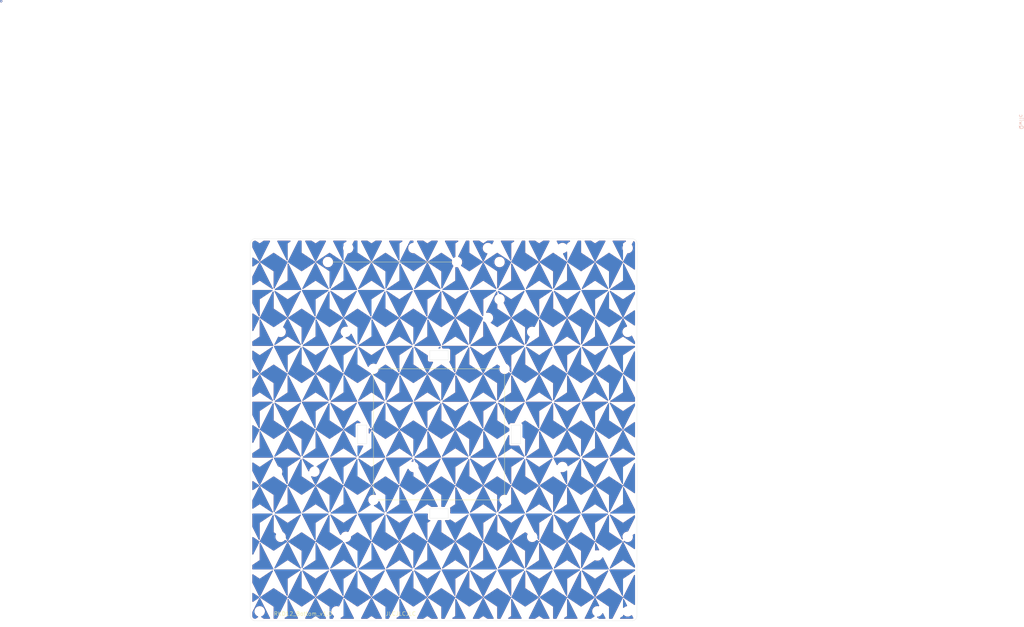
<source format=kicad_pcb>
(kicad_pcb (version 20241229) (generator "pcbnew") (generator_version "9.0")
  (layers (0 "F.Cu" signal) (2 "B.Cu" signal) (13 "F.Paste" user) (15 "B.Paste" user) (5 "F.SilkS" user "F.Silkscreen") (7 "B.SilkS" user "B.Silkscreen") (1 "F.Mask" user) (3 "B.Mask" user) (25 "Edge.Cuts" user))
  (net 0 "")
  (footprint "kbd_Hole:m2_Screw_Hole" (layer "F.Cu") (at 140.493868 27.384398)
    (property "Reference" "Ref**")
    (property "Value" "Val**")
    (pad "" np_thru_hole circle (at 0 0) (size 2.2 2.2) (drill 2.2) (layers "*.Cu" "*.Mask"))
  )
  (footprint "Rikkodo_FootPrint:rkd_Guard_Screw_Hall" (layer "F.Cu") (at 91.380425 54.76866 -90)
    (property "Reference" "Point1" (hide yes))
    (property "Value" "Guard_Screw_Hall" (hide yes))
    (pad "" np_thru_hole circle (at 29.765625 -4.7625 270) (size 2.2 2.2) (drill 2.2) (layers "*.Cu" "*.Mask"))
    (pad "" np_thru_hole circle (at 29.765625 4.7625 270) (size 2.2 2.2) (drill 2.2) (layers "*.Cu" "*.Mask"))
  )
  (footprint "kbd_Hole:m2_Screw_Hole" (layer "F.Cu") (at 176.2125 27.384375)
    (property "Reference" "Ref**")
    (property "Value" "Val**")
    (pad "" np_thru_hole circle (at 0 0) (size 2.2 2.2) (drill 2.2) (layers "*.Cu" "*.Mask"))
  )
  (footprint "Rikkodo_FootPrint:rkd_picot5400_BTM" (layer "F.Cu") (at 127.992295 75.009438)
    (property "Reference" "Picot**" (hide yes))
    (property "Value" "rkd_picot5400_BTM")
    (pad "" np_thru_hole circle (at -16.75 -16.75) (size 2.2 2.2) (drill 2.2) (layers "*.Cu" "*.Mask"))
    (pad "" np_thru_hole circle (at -16.75 16.75) (size 2.2 2.2) (drill 2.2) (layers "*.Cu" "*.Mask"))
    (pad "" np_thru_hole circle (at 16.75 -16.75) (size 2.2 2.2) (drill 2.2) (layers "*.Cu" "*.Mask"))
    (pad "" np_thru_hole circle (at 16.75 16.75) (size 2.2 2.2) (drill 2.2) (layers "*.Cu" "*.Mask"))
  )
  (footprint "kbd_Hole:m2_Screw_Hole" (layer "F.Cu") (at 121.443852 83.34382)
    (property "Reference" "Ref**")
    (property "Value" "Val**")
    (pad "" np_thru_hole circle (at 0 0) (size 2.2 2.2) (drill 2.2) (layers "*.Cu" "*.Mask"))
  )
  (footprint "kbd_Hole:m2_Screw_Hole" (layer "F.Cu") (at 87.510792 48.815624)
    (property "Reference" "Ref**")
    (property "Value" "Val**")
    (pad "" np_thru_hole circle (at 0 0) (size 2.2 2.2) (drill 2.2) (layers "*.Cu" "*.Mask"))
  )
  (footprint "kbd_Hole:m2_Screw_Hole" (layer "F.Cu") (at 176.2125 101.203125)
    (property "Reference" "Ref**")
    (property "Value" "Val**")
    (pad "" np_thru_hole circle (at 0 0) (size 2.2 2.2) (drill 2.2) (layers "*.Cu" "*.Mask"))
  )
  (footprint "kbd_Hole:m2_Screw_Hole" (layer "F.Cu") (at 82.153125 120.253125)
    (property "Reference" "Ref**")
    (property "Value" "Val**")
    (pad "" np_thru_hole circle (at 0 0) (size 2.2 2.2) (drill 2.2) (layers "*.Cu" "*.Mask"))
  )
  (footprint "kbd_Hole:m2_Screw_Hole" (layer "F.Cu") (at 151.804542 101.203124)
    (property "Reference" "Ref**")
    (property "Value" "Val**")
    (pad "" np_thru_hole circle (at 0 0) (size 2.2 2.2) (drill 2.2) (layers "*.Cu" "*.Mask"))
  )
  (footprint "kbd_Hole:m2_Screw_Hole" (layer "F.Cu") (at 104.179442 101.203124)
    (property "Reference" "Ref**")
    (property "Value" "Val**")
    (pad "" np_thru_hole circle (at 0 0) (size 2.2 2.2) (drill 2.2) (layers "*.Cu" "*.Mask"))
  )
  (footprint "kbd_Hole:m2_Screw_Hole" (layer "F.Cu") (at 87.510792 101.203124)
    (property "Reference" "Ref**")
    (property "Value" "Val**")
    (pad "" np_thru_hole circle (at 0 0) (size 2.2 2.2) (drill 2.2) (layers "*.Cu" "*.Mask"))
  )
  (footprint "kbd_Hole:m2_Screw_Hole" (layer "F.Cu") (at 121.443852 27.384398)
    (property "Reference" "Ref**")
    (property "Value" "Val**")
    (pad "" np_thru_hole circle (at 0 0) (size 2.2 2.2) (drill 2.2) (layers "*.Cu" "*.Mask"))
  )
  (footprint "kbd_Hole:m2_Screw_Hole" (layer "F.Cu") (at 104.179542 48.815624)
    (property "Reference" "Ref**")
    (property "Value" "Val**")
    (pad "" np_thru_hole circle (at 0 0) (size 2.2 2.2) (drill 2.2) (layers "*.Cu" "*.Mask"))
  )
  (footprint "kbd_Hole:m2_Screw_Hole" (layer "F.Cu") (at 168.473292 120.253124)
    (property "Reference" "Ref**")
    (property "Value" "Val**")
    (pad "" np_thru_hole circle (at 0 0) (size 2.2 2.2) (drill 2.2) (layers "*.Cu" "*.Mask"))
  )
  (footprint "kbd_Hole:m2_Screw_Hole" (layer "F.Cu") (at 104.775 27.384375)
    (property "Reference" "Ref**")
    (property "Value" "Val**")
    (pad "" np_thru_hole circle (at 0 0) (size 2.2 2.2) (drill 2.2) (layers "*.Cu" "*.Mask"))
  )
  (footprint "Rikkodo_FootPrint:rkd_unified_wid_BTM" (layer "F.Cu") (at 116.085792 30.956249)
    (property "Reference" "UnifiedW**" (hide yes))
    (property "Value" "rkd_unified_wid_BTM" (hide yes))
    (pad "" np_thru_hole circle (at -16.5 0) (size 2.2 2.2) (drill 2.2) (layers "*.Cu" "*.Mask"))
    (pad "" np_thru_hole circle (at 16.5 0) (size 2.2 2.2) (drill 2.2) (layers "*.Cu" "*.Mask"))
  )
  (footprint "kbd_Hole:m2_Screw_Hole" (layer "F.Cu") (at 159.54375 27.384375)
    (property "Reference" "Ref**")
    (property "Value" "Val**")
    (pad "" np_thru_hole circle (at 0 0) (size 2.2 2.2) (drill 2.2) (layers "*.Cu" "*.Mask"))
  )
  (footprint "kbd_Hole:m2_Screw_Hole" (layer "F.Cu") (at 140.493868 45.243788)
    (property "Reference" "Ref**")
    (property "Value" "Val**")
    (pad "" np_thru_hole circle (at 0 0) (size 2.2 2.2) (drill 2.2) (layers "*.Cu" "*.Mask"))
  )
  (footprint "Rikkodo_FootPrint:rkd_Guard_Screw_Hall" (layer "F.Cu") (at 113.704452 35.718716)
    (property "Reference" "Point1" (hide yes))
    (property "Value" "Guard_Screw_Hall" (hide yes))
    (pad "" np_thru_hole circle (at 29.765625 -4.7625) (size 2.2 2.2) (drill 2.2) (layers "*.Cu" "*.Mask"))
    (pad "" np_thru_hole circle (at 29.765625 4.7625) (size 2.2 2.2) (drill 2.2) (layers "*.Cu" "*.Mask"))
  )
  (footprint "kbd_Hole:m2_Screw_Hole" (layer "F.Cu") (at 176.2125 120.253125)
    (property "Reference" "Ref**")
    (property "Value" "Val**")
    (pad "" np_thru_hole circle (at 0 0) (size 2.2 2.2) (drill 2.2) (layers "*.Cu" "*.Mask"))
  )
  (footprint "kbd_Hole:m2_Screw_Hole" (layer "F.Cu") (at 101.798292 120.253124)
    (property "Reference" "Ref**")
    (property "Value" "Val**")
    (pad "" np_thru_hole circle (at 0 0) (size 2.2 2.2) (drill 2.2) (layers "*.Cu" "*.Mask"))
  )
  (footprint "kbd_Hole:m2_Screw_Hole" (layer "F.Cu") (at 176.2125 48.815625)
    (property "Reference" "Ref**")
    (property "Value" "Val**")
    (pad "" np_thru_hole circle (at 0 0) (size 2.2 2.2) (drill 2.2) (layers "*.Cu" "*.Mask"))
  )
  (footprint "kbd_Hole:m2_Screw_Hole" (layer "F.Cu") (at 159.543884 83.34382)
    (property "Reference" "Ref**")
    (property "Value" "Val**")
    (pad "" np_thru_hole circle (at 0 0) (size 2.2 2.2) (drill 2.2) (layers "*.Cu" "*.Mask"))
  )
  (footprint "kbd_Hole:m2_Screw_Hole" (layer "F.Cu") (at 151.804542 48.815624)
    (property "Reference" "Ref**")
    (property "Value" "Val**")
    (pad "" np_thru_hole circle (at 0 0) (size 2.2 2.2) (drill 2.2) (layers "*.Cu" "*.Mask"))
  )
  (footprint "kbd_Hole:m2_Screw_Hole" (layer "F.Cu") (at 168.473292 105.965624)
    (property "Reference" "Ref**")
    (property "Value" "Val**")
    (pad "" np_thru_hole circle (at 0 0) (size 2.2 2.2) (drill 2.2) (layers "*.Cu" "*.Mask"))
  )
  (gr_arc (start 80.962353 122.634228) (mid 80.120558 122.285545) (end 79.771875 121.44375) (stroke (width 0.05)) (layer "Edge.Cuts"))
  (gr_line (start 79.771728 26.193897) (end 79.771875 121.44375) (stroke (width 0.05)) (layer "Edge.Cuts"))
  (gr_line (start 80.9625 25.003175) (end 177.403125 24.99375) (stroke (width 0.05)) (layer "Edge.Cuts"))
  (gr_rect (start 125.611078 94.059375) (end 130.37358 96.440625) (stroke (width 0.05)) (fill no) (layer "Edge.Cuts"))
  (gr_arc (start 79.771875 26.19375) (mid 80.120601 25.351851) (end 80.9625 25.003125) (stroke (width 0.05)) (layer "Edge.Cuts"))
  (gr_line (start 80.962353 122.64375) (end 177.403125 122.64375) (stroke (width 0.05)) (layer "Edge.Cuts"))
  (gr_arc (start 178.59375 121.44375) (mid 178.245024 122.285649) (end 177.403125 122.634375) (stroke (width 0.05)) (layer "Edge.Cuts"))
  (gr_rect (start 146.446875 72.628124) (end 148.828125 77.390626) (stroke (width 0.05)) (fill no) (layer "Edge.Cuts"))
  (gr_line (start 178.59375 121.4437) (end 178.59375 26.1844) (stroke (width 0.05)) (layer "Edge.Cuts"))
  (gr_rect (start 107.156342 72.628187) (end 109.537592 77.390689) (stroke (width 0.05)) (fill no) (layer "Edge.Cuts"))
  (gr_arc (start 177.403125 24.99375) (mid 178.245024 25.342476) (end 178.59375 26.184375) (stroke (width 0.05)) (layer "Edge.Cuts"))
  (gr_rect (start 125.611078 53.578125) (end 130.37358 55.959375) (stroke (width 0.05)) (fill no) (layer "Edge.Cuts"))
  (gr_text "JLCJLCJLC" (at 114.3 121.44375 0) (layer "F.SilkS") (effects (font (size 1 1) (thickness 0.1)) (justify left bottom)))
  (gr_text "RKD12_Bottom_v1.0" (at 85.725 121.44375 0) (layer "F.SilkS") (effects (font (size 1 1) (thickness 0.1)) (justify left bottom)))
  (gr_text "Qwiic" (at 276.225307 -6.934461 270) (layer "B.SilkS") (effects (font (size 1 1) (thickness 0.1)) (justify right bottom mirror)))
  (via (at 16.073451 -35.71878) (size 0.6) (drill 0.3) (layers "F.Cu" "B.Cu") (net 0))
  (zone (net 0) (net_name "") (layers "F.Cu" "B.Cu") (name "deco") (connect_pads (clearance 0)) (min_thickness 0.25)
    (keepout (tracks allowed) (vias allowed) (pads allowed) (copperpour not_allowed) (footprints allowed))
    (fill (thermal_gap 0.5) (thermal_bridge_width 0.5))
    (polygon (pts (xy 117.871787 30.956228) (xy 121.443662 33.337478) (xy 125.015537 30.956228) (xy 121.443662 38.099978)))
  )
  (zone (net 0) (net_name "") (layers "F.Cu" "B.Cu") (name "deco") (connect_pads (clearance 0)) (min_thickness 0.25)
    (keepout (tracks allowed) (vias allowed) (pads allowed) (copperpour not_allowed) (footprints allowed))
    (fill (thermal_gap 0.5) (thermal_bridge_width 0.5))
    (polygon (pts (xy 132.159288 116.681228) (xy 128.587413 114.299978) (xy 125.015539 116.681228) (xy 128.587413 109.537479)))
  )
  (zone (net 0) (net_name "") (layers "F.Cu" "B.Cu") (name "deco") (connect_pads (clearance 0)) (min_thickness 0.25)
    (keepout (tracks allowed) (vias allowed) (pads allowed) (copperpour not_allowed) (footprints allowed))
    (fill (thermal_gap 0.5) (thermal_bridge_width 0.5))
    (polygon (pts (xy 103.584287 30.956228) (xy 107.156162 33.337478) (xy 110.728037 30.956228) (xy 107.156162 38.099978)))
  )
  (zone (net 0) (net_name "") (layers "F.Cu" "B.Cu") (name "deco") (connect_pads (clearance 0)) (min_thickness 0.25)
    (keepout (tracks allowed) (vias allowed) (pads allowed) (copperpour not_allowed) (footprints allowed))
    (fill (thermal_gap 0.5) (thermal_bridge_width 0.5))
    (polygon (pts (xy 157.162413 95.249978) (xy 153.590538 92.868728) (xy 150.018663 95.249978)))
  )
  (zone (net 0) (net_name "") (layers "F.Cu" "B.Cu") (name "deco") (connect_pads (clearance 0)) (min_thickness 0.25)
    (keepout (tracks allowed) (vias allowed) (pads allowed) (copperpour not_allowed) (footprints allowed))
    (fill (thermal_gap 0.5) (thermal_bridge_width 0.5))
    (polygon (pts (xy 107.156163 114.299978) (xy 110.728038 116.681228) (xy 107.156163 109.537478)))
  )
  (zone (net 0) (net_name "") (layers "F.Cu" "B.Cu") (name "deco") (connect_pads (clearance 0)) (min_thickness 0.25)
    (keepout (tracks allowed) (vias allowed) (pads allowed) (copperpour not_allowed) (footprints allowed))
    (fill (thermal_gap 0.5) (thermal_bridge_width 0.5))
    (polygon (pts (xy 185.737412 66.674978) (xy 182.165537 64.293728) (xy 178.593662 66.674978)))
  )
  (zone (net 0) (net_name "") (layers "F.Cu" "B.Cu") (name "deco") (connect_pads (clearance 0)) (min_thickness 0.25)
    (keepout (tracks allowed) (vias allowed) (pads allowed) (copperpour not_allowed) (footprints allowed))
    (fill (thermal_gap 0.5) (thermal_bridge_width 0.5))
    (polygon (pts (xy 150.018662 52.387478) (xy 153.590537 54.768728) (xy 157.162412 52.387478)))
  )
  (zone (net 0) (net_name "") (layers "F.Cu" "B.Cu") (name "deco") (connect_pads (clearance 0)) (min_thickness 0.25)
    (keepout (tracks allowed) (vias allowed) (pads allowed) (copperpour not_allowed) (footprints allowed))
    (fill (thermal_gap 0.5) (thermal_bridge_width 0.5))
    (polygon (pts (xy 164.306163 80.962478) (xy 160.734288 78.581228) (xy 157.162413 80.962478)))
  )
  (zone (net 0) (net_name "") (layers "F.Cu" "B.Cu") (name "deco") (connect_pads (clearance 0)) (min_thickness 0.25)
    (keepout (tracks allowed) (vias allowed) (pads allowed) (copperpour not_allowed) (footprints allowed))
    (fill (thermal_gap 0.5) (thermal_bridge_width 0.5))
    (polygon (pts (xy 171.449913 123.824978) (xy 167.878038 121.443728) (xy 164.306163 123.824978)))
  )
  (zone (net 0) (net_name "") (layers "F.Cu" "B.Cu") (name "deco") (connect_pads (clearance 0)) (min_thickness 0.25)
    (keepout (tracks allowed) (vias allowed) (pads allowed) (copperpour not_allowed) (footprints allowed))
    (fill (thermal_gap 0.5) (thermal_bridge_width 0.5))
    (polygon (pts (xy 178.593662 57.149978) (xy 182.165537 59.531228) (xy 178.593662 52.387478)))
  )
  (zone (net 0) (net_name "") (layers "F.Cu" "B.Cu") (name "deco") (connect_pads (clearance 0)) (min_thickness 0.25)
    (keepout (tracks allowed) (vias allowed) (pads allowed) (copperpour not_allowed) (footprints allowed))
    (fill (thermal_gap 0.5) (thermal_bridge_width 0.5))
    (polygon (pts (xy 171.449913 90.487478) (xy 167.878038 88.106228) (xy 171.449913 95.249978)))
  )
  (zone (net 0) (net_name "") (layers "F.Cu" "B.Cu") (name "deco") (connect_pads (clearance 0)) (min_thickness 0.25)
    (keepout (tracks allowed) (vias allowed) (pads allowed) (copperpour not_allowed) (footprints allowed))
    (fill (thermal_gap 0.5) (thermal_bridge_width 0.5))
    (polygon (pts (xy 92.868662 57.149978) (xy 96.440537 59.531228) (xy 92.868662 52.387478)))
  )
  (zone (net 0) (net_name "") (layers "F.Cu" "B.Cu") (name "deco") (connect_pads (clearance 0)) (min_thickness 0.25)
    (keepout (tracks allowed) (vias allowed) (pads allowed) (copperpour not_allowed) (footprints allowed))
    (fill (thermal_gap 0.5) (thermal_bridge_width 0.5))
    (polygon (pts (xy 85.724913 95.249978) (xy 82.153038 92.868728) (xy 78.581163 95.249978)))
  )
  (zone (net 0) (net_name "") (layers "F.Cu" "B.Cu") (name "deco") (connect_pads (clearance 0)) (min_thickness 0.25)
    (keepout (tracks allowed) (vias allowed) (pads allowed) (copperpour not_allowed) (footprints allowed))
    (fill (thermal_gap 0.5) (thermal_bridge_width 0.5))
    (polygon (pts (xy 125.015537 45.243728) (xy 128.587412 47.624978) (xy 132.159287 45.243728) (xy 128.587412 52.387478)))
  )
  (zone (net 0) (net_name "") (layers "F.Cu" "B.Cu") (name "deco") (connect_pads (clearance 0)) (min_thickness 0.25)
    (keepout (tracks allowed) (vias allowed) (pads allowed) (copperpour not_allowed) (footprints allowed))
    (fill (thermal_gap 0.5) (thermal_bridge_width 0.5))
    (polygon (pts (xy 89.296787 59.531228) (xy 85.724912 57.149978) (xy 82.153038 59.531228) (xy 85.724912 52.387479)))
  )
  (zone (net 0) (net_name "") (layers "F.Cu" "B.Cu") (name "deco") (connect_pads (clearance 0)) (min_thickness 0.25)
    (keepout (tracks allowed) (vias allowed) (pads allowed) (copperpour not_allowed) (footprints allowed))
    (fill (thermal_gap 0.5) (thermal_bridge_width 0.5))
    (polygon (pts (xy 178.593663 104.774978) (xy 175.021788 102.393728) (xy 178.593663 109.537478)))
  )
  (zone (net 0) (net_name "") (layers "F.Cu" "B.Cu") (name "deco") (connect_pads (clearance 0)) (min_thickness 0.25)
    (keepout (tracks allowed) (vias allowed) (pads allowed) (copperpour not_allowed) (footprints allowed))
    (fill (thermal_gap 0.5) (thermal_bridge_width 0.5))
    (polygon (pts (xy 135.731162 52.387478) (xy 139.303037 54.768728) (xy 142.874912 52.387478)))
  )
  (zone (net 0) (net_name "") (layers "F.Cu" "B.Cu") (name "deco") (connect_pads (clearance 0)) (min_thickness 0.25)
    (keepout (tracks allowed) (vias allowed) (pads allowed) (copperpour not_allowed) (footprints allowed))
    (fill (thermal_gap 0.5) (thermal_bridge_width 0.5))
    (polygon (pts (xy 142.874912 38.099978) (xy 146.446787 40.481228) (xy 150.018662 38.099978)))
  )
  (zone (net 0) (net_name "") (layers "F.Cu" "B.Cu") (name "deco") (connect_pads (clearance 0)) (min_thickness 0.25)
    (keepout (tracks allowed) (vias allowed) (pads allowed) (copperpour not_allowed) (footprints allowed))
    (fill (thermal_gap 0.5) (thermal_bridge_width 0.5))
    (polygon (pts (xy 178.593662 28.574978) (xy 182.165537 30.956228) (xy 178.593662 23.812478)))
  )
  (zone (net 0) (net_name "") (layers "F.Cu" "B.Cu") (name "deco") (connect_pads (clearance 0)) (min_thickness 0.25)
    (keepout (tracks allowed) (vias allowed) (pads allowed) (copperpour not_allowed) (footprints allowed))
    (fill (thermal_gap 0.5) (thermal_bridge_width 0.5))
    (polygon (pts (xy 135.731162 47.624978) (xy 132.159287 45.243728) (xy 135.731162 52.387478)))
  )
  (zone (net 0) (net_name "") (layers "F.Cu" "B.Cu") (name "deco") (connect_pads (clearance 0)) (min_thickness 0.25)
    (keepout (tracks allowed) (vias allowed) (pads allowed) (copperpour not_allowed) (footprints allowed))
    (fill (thermal_gap 0.5) (thermal_bridge_width 0.5))
    (polygon (pts (xy 85.724912 66.674978) (xy 82.153037 64.293728) (xy 78.581162 66.674978)))
  )
  (zone (net 0) (net_name "") (layers "F.Cu" "B.Cu") (name "deco") (connect_pads (clearance 0)) (min_thickness 0.25)
    (keepout (tracks allowed) (vias allowed) (pads allowed) (copperpour not_allowed) (footprints allowed))
    (fill (thermal_gap 0.5) (thermal_bridge_width 0.5))
    (polygon (pts (xy 142.874913 100.012478) (xy 146.446788 102.393728) (xy 142.874913 95.249978)))
  )
  (zone (net 0) (net_name "") (layers "F.Cu" "B.Cu") (name "deco") (connect_pads (clearance 0)) (min_thickness 0.25)
    (keepout (tracks allowed) (vias allowed) (pads allowed) (copperpour not_allowed) (footprints allowed))
    (fill (thermal_gap 0.5) (thermal_bridge_width 0.5))
    (polygon (pts (xy 121.443662 47.624978) (xy 117.871787 45.243728) (xy 121.443662 52.387478)))
  )
  (zone (net 0) (net_name "") (layers "F.Cu" "B.Cu") (name "deco") (connect_pads (clearance 0)) (min_thickness 0.25)
    (keepout (tracks allowed) (vias allowed) (pads allowed) (copperpour not_allowed) (footprints allowed))
    (fill (thermal_gap 0.5) (thermal_bridge_width 0.5))
    (polygon (pts (xy 107.156162 23.812478) (xy 103.584287 26.193728) (xy 103.584287 30.956228)))
  )
  (zone (net 0) (net_name "") (layers "F.Cu" "B.Cu") (name "deco") (connect_pads (clearance 0)) (min_thickness 0.25)
    (keepout (tracks allowed) (vias allowed) (pads allowed) (copperpour not_allowed) (footprints allowed))
    (fill (thermal_gap 0.5) (thermal_bridge_width 0.5))
    (polygon (pts (xy 150.018663 114.299978) (xy 153.590538 116.681228) (xy 150.018663 109.537478)))
  )
  (zone (net 0) (net_name "") (layers "F.Cu" "B.Cu") (name "deco") (connect_pads (clearance 0)) (min_thickness 0.25)
    (keepout (tracks allowed) (vias allowed) (pads allowed) (copperpour not_allowed) (footprints allowed))
    (fill (thermal_gap 0.5) (thermal_bridge_width 0.5))
    (polygon (pts (xy 114.299912 66.674978) (xy 110.728037 64.293728) (xy 107.156162 66.674978)))
  )
  (zone (net 0) (net_name "") (layers "F.Cu" "B.Cu") (name "deco") (connect_pads (clearance 0)) (min_thickness 0.25)
    (keepout (tracks allowed) (vias allowed) (pads allowed) (copperpour not_allowed) (footprints allowed))
    (fill (thermal_gap 0.5) (thermal_bridge_width 0.5))
    (polygon (pts (xy 128.587412 38.099978) (xy 132.159287 35.718728) (xy 132.159287 30.956228)))
  )
  (zone (net 0) (net_name "") (layers "F.Cu" "B.Cu") (name "deco") (connect_pads (clearance 0)) (min_thickness 0.25)
    (keepout (tracks allowed) (vias allowed) (pads allowed) (copperpour not_allowed) (footprints allowed))
    (fill (thermal_gap 0.5) (thermal_bridge_width 0.5))
    (polygon (pts (xy 128.587412 66.674978) (xy 132.159287 64.293728) (xy 132.159287 59.531228)))
  )
  (zone (net 0) (net_name "") (layers "F.Cu" "B.Cu") (name "deco") (connect_pads (clearance 0)) (min_thickness 0.25)
    (keepout (tracks allowed) (vias allowed) (pads allowed) (copperpour not_allowed) (footprints allowed))
    (fill (thermal_gap 0.5) (thermal_bridge_width 0.5))
    (polygon (pts (xy 85.724912 61.912478) (xy 82.153037 59.531228) (xy 85.724912 66.674978)))
  )
  (zone (net 0) (net_name "") (layers "F.Cu" "B.Cu") (name "deco") (connect_pads (clearance 0)) (min_thickness 0.25)
    (keepout (tracks allowed) (vias allowed) (pads allowed) (copperpour not_allowed) (footprints allowed))
    (fill (thermal_gap 0.5) (thermal_bridge_width 0.5))
    (polygon (pts (xy 142.874913 90.487478) (xy 139.303038 88.106228) (xy 142.874913 95.249978)))
  )
  (zone (net 0) (net_name "") (layers "F.Cu" "B.Cu") (name "deco") (connect_pads (clearance 0)) (min_thickness 0.25)
    (keepout (tracks allowed) (vias allowed) (pads allowed) (copperpour not_allowed) (footprints allowed))
    (fill (thermal_gap 0.5) (thermal_bridge_width 0.5))
    (polygon (pts (xy 114.299912 38.099978) (xy 110.728037 40.481228) (xy 110.728037 45.243728)))
  )
  (zone (net 0) (net_name "") (layers "F.Cu" "B.Cu") (name "deco") (connect_pads (clearance 0)) (min_thickness 0.25)
    (keepout (tracks allowed) (vias allowed) (pads allowed) (copperpour not_allowed) (footprints allowed))
    (fill (thermal_gap 0.5) (thermal_bridge_width 0.5))
    (polygon (pts (xy 146.446788 88.106228) (xy 150.018663 90.487478) (xy 153.590538 88.106228) (xy 150.018663 95.249978)))
  )
  (zone (net 0) (net_name "") (layers "F.Cu" "B.Cu") (name "deco") (connect_pads (clearance 0)) (min_thickness 0.25)
    (keepout (tracks allowed) (vias allowed) (pads allowed) (copperpour not_allowed) (footprints allowed))
    (fill (thermal_gap 0.5) (thermal_bridge_width 0.5))
    (polygon (pts (xy 171.449912 42.862478) (xy 175.021787 45.243728) (xy 171.449912 38.099978)))
  )
  (zone (net 0) (net_name "") (layers "F.Cu" "B.Cu") (name "deco") (connect_pads (clearance 0)) (min_thickness 0.25)
    (keepout (tracks allowed) (vias allowed) (pads allowed) (copperpour not_allowed) (footprints allowed))
    (fill (thermal_gap 0.5) (thermal_bridge_width 0.5))
    (polygon (pts (xy 89.296788 116.681228) (xy 92.868663 119.062478) (xy 96.440538 116.681228) (xy 92.868663 123.824978)))
  )
  (zone (net 0) (net_name "") (layers "F.Cu" "B.Cu") (name "deco") (connect_pads (clearance 0)) (min_thickness 0.25)
    (keepout (tracks allowed) (vias allowed) (pads allowed) (copperpour not_allowed) (footprints allowed))
    (fill (thermal_gap 0.5) (thermal_bridge_width 0.5))
    (polygon (pts (xy 125.015538 73.818728) (xy 128.587413 76.199978) (xy 132.159288 73.818728) (xy 128.587413 80.962478)))
  )
  (zone (net 0) (net_name "") (layers "F.Cu" "B.Cu") (name "deco") (connect_pads (clearance 0)) (min_thickness 0.25)
    (keepout (tracks allowed) (vias allowed) (pads allowed) (copperpour not_allowed) (footprints allowed))
    (fill (thermal_gap 0.5) (thermal_bridge_width 0.5))
    (polygon (pts (xy 114.299912 66.674978) (xy 117.871787 69.056228) (xy 121.443662 66.674978)))
  )
  (zone (net 0) (net_name "") (layers "F.Cu" "B.Cu") (name "deco") (connect_pads (clearance 0)) (min_thickness 0.25)
    (keepout (tracks allowed) (vias allowed) (pads allowed) (copperpour not_allowed) (footprints allowed))
    (fill (thermal_gap 0.5) (thermal_bridge_width 0.5))
    (polygon (pts (xy 96.440537 73.818728) (xy 92.868662 71.437478) (xy 89.296788 73.818728) (xy 92.868662 66.674979)))
  )
  (zone (net 0) (net_name "") (layers "F.Cu" "B.Cu") (name "deco") (connect_pads (clearance 0)) (min_thickness 0.25)
    (keepout (tracks allowed) (vias allowed) (pads allowed) (copperpour not_allowed) (footprints allowed))
    (fill (thermal_gap 0.5) (thermal_bridge_width 0.5))
    (polygon (pts (xy 128.587412 38.099978) (xy 125.015537 35.718728) (xy 121.443662 38.099978)))
  )
  (zone (net 0) (net_name "") (layers "F.Cu" "B.Cu") (name "deco") (connect_pads (clearance 0)) (min_thickness 0.25)
    (keepout (tracks allowed) (vias allowed) (pads allowed) (copperpour not_allowed) (footprints allowed))
    (fill (thermal_gap 0.5) (thermal_bridge_width 0.5))
    (polygon (pts (xy 142.874913 95.249978) (xy 139.303038 97.631228) (xy 139.303038 102.393728)))
  )
  (zone (net 0) (net_name "") (layers "F.Cu" "B.Cu") (name "deco") (connect_pads (clearance 0)) (min_thickness 0.25)
    (keepout (tracks allowed) (vias allowed) (pads allowed) (copperpour not_allowed) (footprints allowed))
    (fill (thermal_gap 0.5) (thermal_bridge_width 0.5))
    (polygon (pts (xy 92.868662 47.624978) (xy 89.296787 45.243728) (xy 92.868662 52.387478)))
  )
  (zone (net 0) (net_name "") (layers "F.Cu" "B.Cu") (name "deco") (connect_pads (clearance 0)) (min_thickness 0.25)
    (keepout (tracks allowed) (vias allowed) (pads allowed) (copperpour not_allowed) (footprints allowed))
    (fill (thermal_gap 0.5) (thermal_bridge_width 0.5))
    (polygon (pts (xy 121.443662 52.387478) (xy 117.871787 54.768728) (xy 117.871787 59.531228)))
  )
  (zone (net 0) (net_name "") (layers "F.Cu" "B.Cu") (name "deco") (connect_pads (clearance 0)) (min_thickness 0.25)
    (keepout (tracks allowed) (vias allowed) (pads allowed) (copperpour not_allowed) (footprints allowed))
    (fill (thermal_gap 0.5) (thermal_bridge_width 0.5))
    (polygon (pts (xy 185.737413 123.824978) (xy 182.165538 121.443728) (xy 178.593663 123.824978)))
  )
  (zone (net 0) (net_name "") (layers "F.Cu" "B.Cu") (name "deco") (connect_pads (clearance 0)) (min_thickness 0.25)
    (keepout (tracks allowed) (vias allowed) (pads allowed) (copperpour not_allowed) (footprints allowed))
    (fill (thermal_gap 0.5) (thermal_bridge_width 0.5))
    (polygon (pts (xy 157.162412 38.099978) (xy 160.734287 35.718728) (xy 160.734287 30.956228)))
  )
  (zone (net 0) (net_name "") (layers "F.Cu" "B.Cu") (name "deco") (connect_pads (clearance 0)) (min_thickness 0.25)
    (keepout (tracks allowed) (vias allowed) (pads allowed) (copperpour not_allowed) (footprints allowed))
    (fill (thermal_gap 0.5) (thermal_bridge_width 0.5))
    (polygon (pts (xy 175.021787 30.956228) (xy 171.449912 28.574978) (xy 167.878038 30.956228) (xy 171.449912 23.812479)))
  )
  (zone (net 0) (net_name "") (layers "F.Cu" "B.Cu") (name "deco") (connect_pads (clearance 0)) (min_thickness 0.25)
    (keepout (tracks allowed) (vias allowed) (pads allowed) (copperpour not_allowed) (footprints allowed))
    (fill (thermal_gap 0.5) (thermal_bridge_width 0.5))
    (polygon (pts (xy 150.018662 52.387478) (xy 146.446787 54.768728) (xy 146.446787 59.531228)))
  )
  (zone (net 0) (net_name "") (layers "F.Cu" "B.Cu") (name "deco") (connect_pads (clearance 0)) (min_thickness 0.25)
    (keepout (tracks allowed) (vias allowed) (pads allowed) (copperpour not_allowed) (footprints allowed))
    (fill (thermal_gap 0.5) (thermal_bridge_width 0.5))
    (polygon (pts (xy 85.724912 38.099978) (xy 82.153037 40.481228) (xy 82.153037 45.243728)))
  )
  (zone (net 0) (net_name "") (layers "F.Cu" "B.Cu") (name "deco") (connect_pads (clearance 0)) (min_thickness 0.25)
    (keepout (tracks allowed) (vias allowed) (pads allowed) (copperpour not_allowed) (footprints allowed))
    (fill (thermal_gap 0.5) (thermal_bridge_width 0.5))
    (polygon (pts (xy 75.009287 30.956228) (xy 78.581162 33.337478) (xy 82.153037 30.956228) (xy 78.581162 38.099978)))
  )
  (zone (net 0) (net_name "") (layers "F.Cu" "B.Cu") (name "deco") (connect_pads (clearance 0)) (min_thickness 0.25)
    (keepout (tracks allowed) (vias allowed) (pads allowed) (copperpour not_allowed) (footprints allowed))
    (fill (thermal_gap 0.5) (thermal_bridge_width 0.5))
    (polygon (pts (xy 89.296788 116.681228) (xy 85.724913 114.299978) (xy 82.153039 116.681228) (xy 85.724913 109.537479)))
  )
  (zone (net 0) (net_name "") (layers "F.Cu" "B.Cu") (name "deco") (connect_pads (clearance 0)) (min_thickness 0.25)
    (keepout (tracks allowed) (vias allowed) (pads allowed) (copperpour not_allowed) (footprints allowed))
    (fill (thermal_gap 0.5) (thermal_bridge_width 0.5))
    (polygon (pts (xy 157.162413 90.487478) (xy 153.590538 88.106228) (xy 157.162413 95.249978)))
  )
  (zone (net 0) (net_name "") (layers "F.Cu" "B.Cu") (name "deco") (connect_pads (clearance 0)) (min_thickness 0.25)
    (keepout (tracks allowed) (vias allowed) (pads allowed) (copperpour not_allowed) (footprints allowed))
    (fill (thermal_gap 0.5) (thermal_bridge_width 0.5))
    (polygon (pts (xy 132.159287 59.531228) (xy 128.587412 57.149978) (xy 125.015538 59.531228) (xy 128.587412 52.387479)))
  )
  (zone (net 0) (net_name "") (layers "F.Cu" "B.Cu") (name "deco") (connect_pads (clearance 0)) (min_thickness 0.25)
    (keepout (tracks allowed) (vias allowed) (pads allowed) (copperpour not_allowed) (footprints allowed))
    (fill (thermal_gap 0.5) (thermal_bridge_width 0.5))
    (polygon (pts (xy 107.156162 47.624978) (xy 103.584287 45.243728) (xy 107.156162 52.387478)))
  )
  (zone (net 0) (net_name "") (layers "F.Cu" "B.Cu") (name "deco") (connect_pads (clearance 0)) (min_thickness 0.25)
    (keepout (tracks allowed) (vias allowed) (pads allowed) (copperpour not_allowed) (footprints allowed))
    (fill (thermal_gap 0.5) (thermal_bridge_width 0.5))
    (polygon (pts (xy 121.443663 80.962478) (xy 117.871788 78.581228) (xy 114.299913 80.962478)))
  )
  (zone (net 0) (net_name "") (layers "F.Cu" "B.Cu") (name "deco") (connect_pads (clearance 0)) (min_thickness 0.25)
    (keepout (tracks allowed) (vias allowed) (pads allowed) (copperpour not_allowed) (footprints allowed))
    (fill (thermal_gap 0.5) (thermal_bridge_width 0.5))
    (polygon (pts (xy 85.724913 119.062478) (xy 82.153038 116.681228) (xy 85.724913 123.824978)))
  )
  (zone (net 0) (net_name "") (layers "F.Cu" "B.Cu") (name "deco") (connect_pads (clearance 0)) (min_thickness 0.25)
    (keepout (tracks allowed) (vias allowed) (pads allowed) (copperpour not_allowed) (footprints allowed))
    (fill (thermal_gap 0.5) (thermal_bridge_width 0.5))
    (polygon (pts (xy 175.021787 30.956228) (xy 178.593662 33.337478) (xy 182.165537 30.956228) (xy 178.593662 38.099978)))
  )
  (zone (net 0) (net_name "") (layers "F.Cu" "B.Cu") (name "deco") (connect_pads (clearance 0)) (min_thickness 0.25)
    (keepout (tracks allowed) (vias allowed) (pads allowed) (copperpour not_allowed) (footprints allowed))
    (fill (thermal_gap 0.5) (thermal_bridge_width 0.5))
    (polygon (pts (xy 157.162413 100.012478) (xy 160.734288 102.393728) (xy 157.162413 95.249978)))
  )
  (zone (net 0) (net_name "") (layers "F.Cu" "B.Cu") (name "deco") (connect_pads (clearance 0)) (min_thickness 0.25)
    (keepout (tracks allowed) (vias allowed) (pads allowed) (copperpour not_allowed) (footprints allowed))
    (fill (thermal_gap 0.5) (thermal_bridge_width 0.5))
    (polygon (pts (xy 128.587412 66.674978) (xy 132.159287 69.056228) (xy 135.731162 66.674978)))
  )
  (zone (net 0) (net_name "") (layers "F.Cu" "B.Cu") (name "deco") (connect_pads (clearance 0)) (min_thickness 0.25)
    (keepout (tracks allowed) (vias allowed) (pads allowed) (copperpour not_allowed) (footprints allowed))
    (fill (thermal_gap 0.5) (thermal_bridge_width 0.5))
    (polygon (pts (xy 78.581162 23.812478) (xy 82.153037 26.193728) (xy 85.724912 23.812478)))
  )
  (zone (net 0) (net_name "") (layers "F.Cu" "B.Cu") (name "deco") (connect_pads (clearance 0)) (min_thickness 0.25)
    (keepout (tracks allowed) (vias allowed) (pads allowed) (copperpour not_allowed) (footprints allowed))
    (fill (thermal_gap 0.5) (thermal_bridge_width 0.5))
    (polygon (pts (xy 110.728037 73.818728) (xy 107.156162 71.437478) (xy 103.584288 73.818728) (xy 107.156162 66.674979)))
  )
  (zone (net 0) (net_name "") (layers "F.Cu" "B.Cu") (name "deco") (connect_pads (clearance 0)) (min_thickness 0.25)
    (keepout (tracks allowed) (vias allowed) (pads allowed) (copperpour not_allowed) (footprints allowed))
    (fill (thermal_gap 0.5) (thermal_bridge_width 0.5))
    (polygon (pts (xy 128.587413 95.249978) (xy 132.159288 92.868728) (xy 132.159288 88.106228)))
  )
  (zone (net 0) (net_name "") (layers "F.Cu" "B.Cu") (name "deco") (connect_pads (clearance 0)) (min_thickness 0.25)
    (keepout (tracks allowed) (vias allowed) (pads allowed) (copperpour not_allowed) (footprints allowed))
    (fill (thermal_gap 0.5) (thermal_bridge_width 0.5))
    (polygon (pts (xy 142.874912 38.099978) (xy 139.303037 35.718728) (xy 135.731162 38.099978)))
  )
  (zone (net 0) (net_name "") (layers "F.Cu" "B.Cu") (name "deco") (connect_pads (clearance 0)) (min_thickness 0.25)
    (keepout (tracks allowed) (vias allowed) (pads allowed) (copperpour not_allowed) (footprints allowed))
    (fill (thermal_gap 0.5) (thermal_bridge_width 0.5))
    (polygon (pts (xy 178.593662 52.387478) (xy 182.165537 50.006228) (xy 182.165537 45.243728)))
  )
  (zone (net 0) (net_name "") (layers "F.Cu" "B.Cu") (name "deco") (connect_pads (clearance 0)) (min_thickness 0.25)
    (keepout (tracks allowed) (vias allowed) (pads allowed) (copperpour not_allowed) (footprints allowed))
    (fill (thermal_gap 0.5) (thermal_bridge_width 0.5))
    (polygon (pts (xy 96.440537 45.243728) (xy 92.868662 42.862478) (xy 89.296788 45.243728) (xy 92.868662 38.099979)))
  )
  (zone (net 0) (net_name "") (layers "F.Cu" "B.Cu") (name "deco") (connect_pads (clearance 0)) (min_thickness 0.25)
    (keepout (tracks allowed) (vias allowed) (pads allowed) (copperpour not_allowed) (footprints allowed))
    (fill (thermal_gap 0.5) (thermal_bridge_width 0.5))
    (polygon (pts (xy 121.443662 57.149978) (xy 125.015537 59.531228) (xy 121.443662 52.387478)))
  )
  (zone (net 0) (net_name "") (layers "F.Cu" "B.Cu") (name "deco") (connect_pads (clearance 0)) (min_thickness 0.25)
    (keepout (tracks allowed) (vias allowed) (pads allowed) (copperpour not_allowed) (footprints allowed))
    (fill (thermal_gap 0.5) (thermal_bridge_width 0.5))
    (polygon (pts (xy 107.156162 28.574978) (xy 110.728037 30.956228) (xy 107.156162 23.812478)))
  )
  (zone (net 0) (net_name "") (layers "F.Cu" "B.Cu") (priority 1) (connect_pads yes (clearance 0.5)) (min_thickness 0.25) (fill yes (thermal_gap 0.5) (thermal_bridge_width 0.5))
    (polygon (pts (xy 178.5939 25.003146) (xy 79.771942 25.003146) (xy 79.771875 122.634375) (xy 178.59375 122.634375)))
  )
  (zone (net 0) (net_name "") (layers "F.Cu" "B.Cu") (name "deco") (connect_pads (clearance 0)) (min_thickness 0.25)
    (keepout (tracks allowed) (vias allowed) (pads allowed) (copperpour not_allowed) (footprints allowed))
    (fill (thermal_gap 0.5) (thermal_bridge_width 0.5))
    (polygon (pts (xy 117.871788 116.681228) (xy 121.443663 119.062478) (xy 125.015538 116.681228) (xy 121.443663 123.824978)))
  )
  (zone (net 0) (net_name "") (layers "F.Cu" "B.Cu") (name "deco") (connect_pads (clearance 0)) (min_thickness 0.25)
    (keepout (tracks allowed) (vias allowed) (pads allowed) (copperpour not_allowed) (footprints allowed))
    (fill (thermal_gap 0.5) (thermal_bridge_width 0.5))
    (polygon (pts (xy 185.737412 38.099978) (xy 182.165537 35.718728) (xy 178.593662 38.099978)))
  )
  (zone (net 0) (net_name "") (layers "F.Cu" "B.Cu") (name "deco") (connect_pads (clearance 0)) (min_thickness 0.25)
    (keepout (tracks allowed) (vias allowed) (pads allowed) (copperpour not_allowed) (footprints allowed))
    (fill (thermal_gap 0.5) (thermal_bridge_width 0.5))
    (polygon (pts (xy 110.728038 102.393728) (xy 114.299913 104.774978) (xy 117.871788 102.393728) (xy 114.299913 109.537478)))
  )
  (zone (net 0) (net_name "") (layers "F.Cu" "B.Cu") (name "deco") (connect_pads (clearance 0)) (min_thickness 0.25)
    (keepout (tracks allowed) (vias allowed) (pads allowed) (copperpour not_allowed) (footprints allowed))
    (fill (thermal_gap 0.5) (thermal_bridge_width 0.5))
    (polygon (pts (xy 107.156163 109.537478) (xy 110.728038 111.918728) (xy 114.299913 109.537478)))
  )
  (zone (net 0) (net_name "") (layers "F.Cu" "B.Cu") (name "deco") (connect_pads (clearance 0)) (min_thickness 0.25)
    (keepout (tracks allowed) (vias allowed) (pads allowed) (copperpour not_allowed) (footprints allowed))
    (fill (thermal_gap 0.5) (thermal_bridge_width 0.5))
    (polygon (pts (xy 92.868663 109.537478) (xy 89.296788 107.156228) (xy 85.724913 109.537478)))
  )
  (zone (net 0) (net_name "") (layers "F.Cu" "B.Cu") (name "deco") (connect_pads (clearance 0)) (min_thickness 0.25)
    (keepout (tracks allowed) (vias allowed) (pads allowed) (copperpour not_allowed) (footprints allowed))
    (fill (thermal_gap 0.5) (thermal_bridge_width 0.5))
    (polygon (pts (xy 107.156163 109.537478) (xy 110.728038 107.156228) (xy 110.728038 102.393728)))
  )
  (zone (net 0) (net_name "") (layers "F.Cu" "B.Cu") (name "deco") (connect_pads (clearance 0)) (min_thickness 0.25)
    (keepout (tracks allowed) (vias allowed) (pads allowed) (copperpour not_allowed) (footprints allowed))
    (fill (thermal_gap 0.5) (thermal_bridge_width 0.5))
    (polygon (pts (xy 92.868663 104.774978) (xy 89.296788 102.393728) (xy 92.868663 109.537478)))
  )
  (zone (net 0) (net_name "") (layers "F.Cu" "B.Cu") (name "deco") (connect_pads (clearance 0)) (min_thickness 0.25)
    (keepout (tracks allowed) (vias allowed) (pads allowed) (copperpour not_allowed) (footprints allowed))
    (fill (thermal_gap 0.5) (thermal_bridge_width 0.5))
    (polygon (pts (xy 125.015538 102.393728) (xy 128.587413 104.774978) (xy 132.159288 102.393728) (xy 128.587413 109.537478)))
  )
  (zone (net 0) (net_name "") (layers "F.Cu" "B.Cu") (name "deco") (connect_pads (clearance 0)) (min_thickness 0.25)
    (keepout (tracks allowed) (vias allowed) (pads allowed) (copperpour not_allowed) (footprints allowed))
    (fill (thermal_gap 0.5) (thermal_bridge_width 0.5))
    (polygon (pts (xy 128.587412 38.099978) (xy 125.015537 40.481228) (xy 125.015537 45.243728)))
  )
  (zone (net 0) (net_name "") (layers "F.Cu" "B.Cu") (name "deco") (connect_pads (clearance 0)) (min_thickness 0.25)
    (keepout (tracks allowed) (vias allowed) (pads allowed) (copperpour not_allowed) (footprints allowed))
    (fill (thermal_gap 0.5) (thermal_bridge_width 0.5))
    (polygon (pts (xy 114.299912 71.437478) (xy 117.871787 73.818728) (xy 114.299912 66.674978)))
  )
  (zone (net 0) (net_name "") (layers "F.Cu" "B.Cu") (name "deco") (connect_pads (clearance 0)) (min_thickness 0.25)
    (keepout (tracks allowed) (vias allowed) (pads allowed) (copperpour not_allowed) (footprints allowed))
    (fill (thermal_gap 0.5) (thermal_bridge_width 0.5))
    (polygon (pts (xy 135.731162 28.574978) (xy 139.303037 30.956228) (xy 135.731162 23.812478)))
  )
  (zone (net 0) (net_name "") (layers "F.Cu" "B.Cu") (name "deco") (connect_pads (clearance 0)) (min_thickness 0.25)
    (keepout (tracks allowed) (vias allowed) (pads allowed) (copperpour not_allowed) (footprints allowed))
    (fill (thermal_gap 0.5) (thermal_bridge_width 0.5))
    (polygon (pts (xy 114.299912 33.337478) (xy 110.728037 30.956228) (xy 114.299912 38.099978)))
  )
  (zone (net 0) (net_name "") (layers "F.Cu" "B.Cu") (name "deco") (connect_pads (clearance 0)) (min_thickness 0.25)
    (keepout (tracks allowed) (vias allowed) (pads allowed) (copperpour not_allowed) (footprints allowed))
    (fill (thermal_gap 0.5) (thermal_bridge_width 0.5))
    (polygon (pts (xy 82.153038 73.818728) (xy 85.724913 76.199978) (xy 89.296788 73.818728) (xy 85.724913 80.962478)))
  )
  (zone (net 0) (net_name "") (layers "F.Cu" "B.Cu") (name "deco") (connect_pads (clearance 0)) (min_thickness 0.25)
    (keepout (tracks allowed) (vias allowed) (pads allowed) (copperpour not_allowed) (footprints allowed))
    (fill (thermal_gap 0.5) (thermal_bridge_width 0.5))
    (polygon (pts (xy 128.587413 95.249978) (xy 125.015538 97.631228) (xy 125.015538 102.393728)))
  )
  (zone (net 0) (net_name "") (layers "F.Cu" "B.Cu") (name "deco") (connect_pads (clearance 0)) (min_thickness 0.25)
    (keepout (tracks allowed) (vias allowed) (pads allowed) (copperpour not_allowed) (footprints allowed))
    (fill (thermal_gap 0.5) (thermal_bridge_width 0.5))
    (polygon (pts (xy 171.449912 66.674978) (xy 167.878037 64.293728) (xy 164.306162 66.674978)))
  )
  (zone (net 0) (net_name "") (layers "F.Cu" "B.Cu") (name "deco") (connect_pads (clearance 0)) (min_thickness 0.25)
    (keepout (tracks allowed) (vias allowed) (pads allowed) (copperpour not_allowed) (footprints allowed))
    (fill (thermal_gap 0.5) (thermal_bridge_width 0.5))
    (polygon (pts (xy 135.731163 80.962478) (xy 132.159288 78.581228) (xy 128.587413 80.962478)))
  )
  (zone (net 0) (net_name "") (layers "F.Cu" "B.Cu") (name "deco") (connect_pads (clearance 0)) (min_thickness 0.25)
    (keepout (tracks allowed) (vias allowed) (pads allowed) (copperpour not_allowed) (footprints allowed))
    (fill (thermal_gap 0.5) (thermal_bridge_width 0.5))
    (polygon (pts (xy 92.868663 80.962478) (xy 89.296788 83.343728) (xy 89.296788 88.106228)))
  )
  (zone (net 0) (net_name "") (layers "F.Cu" "B.Cu") (name "deco") (connect_pads (clearance 0)) (min_thickness 0.25)
    (keepout (tracks allowed) (vias allowed) (pads allowed) (copperpour not_allowed) (footprints allowed))
    (fill (thermal_gap 0.5) (thermal_bridge_width 0.5))
    (polygon (pts (xy 150.018663 80.962478) (xy 153.590538 78.581228) (xy 153.590538 73.818728)))
  )
  (zone (net 0) (net_name "") (layers "F.Cu" "B.Cu") (name "deco") (connect_pads (clearance 0)) (min_thickness 0.25)
    (keepout (tracks allowed) (vias allowed) (pads allowed) (copperpour not_allowed) (footprints allowed))
    (fill (thermal_gap 0.5) (thermal_bridge_width 0.5))
    (polygon (pts (xy 142.874913 123.824978) (xy 146.446788 121.443728) (xy 146.446788 116.681228)))
  )
  (zone (net 0) (net_name "") (layers "F.Cu" "B.Cu") (name "deco") (connect_pads (clearance 0)) (min_thickness 0.25)
    (keepout (tracks allowed) (vias allowed) (pads allowed) (copperpour not_allowed) (footprints allowed))
    (fill (thermal_gap 0.5) (thermal_bridge_width 0.5))
    (polygon (pts (xy 103.584288 116.681228) (xy 107.156163 119.062478) (xy 110.728038 116.681228) (xy 107.156163 123.824978)))
  )
  (zone (net 0) (net_name "") (layers "F.Cu" "B.Cu") (name "deco") (connect_pads (clearance 0)) (min_thickness 0.25)
    (keepout (tracks allowed) (vias allowed) (pads allowed) (copperpour not_allowed) (footprints allowed))
    (fill (thermal_gap 0.5) (thermal_bridge_width 0.5))
    (polygon (pts (xy 89.296788 88.106228) (xy 85.724913 85.724978) (xy 82.153039 88.106228) (xy 85.724913 80.962479)))
  )
  (zone (net 0) (net_name "") (layers "F.Cu" "B.Cu") (name "deco") (connect_pads (clearance 0)) (min_thickness 0.25)
    (keepout (tracks allowed) (vias allowed) (pads allowed) (copperpour not_allowed) (footprints allowed))
    (fill (thermal_gap 0.5) (thermal_bridge_width 0.5))
    (polygon (pts (xy 178.593663 85.724978) (xy 182.165538 88.106228) (xy 178.593663 80.962478)))
  )
  (zone (net 0) (net_name "") (layers "F.Cu" "B.Cu") (name "deco") (connect_pads (clearance 0)) (min_thickness 0.25)
    (keepout (tracks allowed) (vias allowed) (pads allowed) (copperpour not_allowed) (footprints allowed))
    (fill (thermal_gap 0.5) (thermal_bridge_width 0.5))
    (polygon (pts (xy 128.587412 42.862478) (xy 132.159287 45.243728) (xy 128.587412 38.099978)))
  )
  (zone (net 0) (net_name "") (layers "F.Cu" "B.Cu") (name "deco") (connect_pads (clearance 0)) (min_thickness 0.25)
    (keepout (tracks allowed) (vias allowed) (pads allowed) (copperpour not_allowed) (footprints allowed))
    (fill (thermal_gap 0.5) (thermal_bridge_width 0.5))
    (polygon (pts (xy 135.731162 52.387478) (xy 132.159287 54.768728) (xy 132.159287 59.531228)))
  )
  (zone (net 0) (net_name "") (layers "F.Cu" "B.Cu") (name "deco") (connect_pads (clearance 0)) (min_thickness 0.25)
    (keepout (tracks allowed) (vias allowed) (pads allowed) (copperpour not_allowed) (footprints allowed))
    (fill (thermal_gap 0.5) (thermal_bridge_width 0.5))
    (polygon (pts (xy 178.593663 80.962478) (xy 182.165538 83.343728) (xy 185.737413 80.962478)))
  )
  (zone (net 0) (net_name "") (layers "F.Cu" "B.Cu") (name "deco") (connect_pads (clearance 0)) (min_thickness 0.25)
    (keepout (tracks allowed) (vias allowed) (pads allowed) (copperpour not_allowed) (footprints allowed))
    (fill (thermal_gap 0.5) (thermal_bridge_width 0.5))
    (polygon (pts (xy 167.878037 45.243728) (xy 164.306162 42.862478) (xy 160.734288 45.243728) (xy 164.306162 38.099979)))
  )
  (zone (net 0) (net_name "") (layers "F.Cu" "B.Cu") (name "deco") (connect_pads (clearance 0)) (min_thickness 0.25)
    (keepout (tracks allowed) (vias allowed) (pads allowed) (copperpour not_allowed) (footprints allowed))
    (fill (thermal_gap 0.5) (thermal_bridge_width 0.5))
    (polygon (pts (xy 114.299912 42.862478) (xy 117.871787 45.243728) (xy 114.299912 38.099978)))
  )
  (zone (net 0) (net_name "") (layers "F.Cu" "B.Cu") (name "deco") (connect_pads (clearance 0)) (min_thickness 0.25)
    (keepout (tracks allowed) (vias allowed) (pads allowed) (copperpour not_allowed) (footprints allowed))
    (fill (thermal_gap 0.5) (thermal_bridge_width 0.5))
    (polygon (pts (xy 171.449913 123.824978) (xy 175.021788 121.443728) (xy 175.021788 116.681228)))
  )
  (zone (net 0) (net_name "") (layers "F.Cu" "B.Cu") (name "deco") (connect_pads (clearance 0)) (min_thickness 0.25)
    (keepout (tracks allowed) (vias allowed) (pads allowed) (copperpour not_allowed) (footprints allowed))
    (fill (thermal_gap 0.5) (thermal_bridge_width 0.5))
    (polygon (pts (xy 182.165537 45.243728) (xy 178.593662 42.862478) (xy 175.021788 45.243728) (xy 178.593662 38.099979)))
  )
  (zone (net 0) (net_name "") (layers "F.Cu" "B.Cu") (name "deco") (connect_pads (clearance 0)) (min_thickness 0.25)
    (keepout (tracks allowed) (vias allowed) (pads allowed) (copperpour not_allowed) (footprints allowed))
    (fill (thermal_gap 0.5) (thermal_bridge_width 0.5))
    (polygon (pts (xy 135.731163 80.962478) (xy 139.303038 78.581228) (xy 139.303038 73.818728)))
  )
  (zone (net 0) (net_name "") (layers "F.Cu" "B.Cu") (name "deco") (connect_pads (clearance 0)) (min_thickness 0.25)
    (keepout (tracks allowed) (vias allowed) (pads allowed) (copperpour not_allowed) (footprints allowed))
    (fill (thermal_gap 0.5) (thermal_bridge_width 0.5))
    (polygon (pts (xy 85.724912 38.099978) (xy 89.296787 40.481228) (xy 92.868662 38.099978)))
  )
  (zone (net 0) (net_name "") (layers "F.Cu" "B.Cu") (name "deco") (connect_pads (clearance 0)) (min_thickness 0.25)
    (keepout (tracks allowed) (vias allowed) (pads allowed) (copperpour not_allowed) (footprints allowed))
    (fill (thermal_gap 0.5) (thermal_bridge_width 0.5))
    (polygon (pts (xy 135.731163 80.962478) (xy 139.303038 83.343728) (xy 142.874913 80.962478)))
  )
  (zone (net 0) (net_name "") (layers "F.Cu" "B.Cu") (name "deco") (connect_pads (clearance 0)) (min_thickness 0.25)
    (keepout (tracks allowed) (vias allowed) (pads allowed) (copperpour not_allowed) (footprints allowed))
    (fill (thermal_gap 0.5) (thermal_bridge_width 0.5))
    (polygon (pts (xy 171.449912 38.099978) (xy 175.021787 35.718728) (xy 175.021787 30.956228)))
  )
  (zone (net 0) (net_name "") (layers "F.Cu" "B.Cu") (name "deco") (connect_pads (clearance 0)) (min_thickness 0.25)
    (keepout (tracks allowed) (vias allowed) (pads allowed) (copperpour not_allowed) (footprints allowed))
    (fill (thermal_gap 0.5) (thermal_bridge_width 0.5))
    (polygon (pts (xy 100.012412 38.099978) (xy 103.584287 35.718728) (xy 103.584287 30.956228)))
  )
  (zone (net 0) (net_name "") (layers "F.Cu" "B.Cu") (name "deco") (connect_pads (clearance 0)) (min_thickness 0.25)
    (keepout (tracks allowed) (vias allowed) (pads allowed) (copperpour not_allowed) (footprints allowed))
    (fill (thermal_gap 0.5) (thermal_bridge_width 0.5))
    (polygon (pts (xy 103.584288 88.106228) (xy 107.156163 90.487478) (xy 110.728038 88.106228) (xy 107.156163 95.249978)))
  )
  (zone (net 0) (net_name "") (layers "F.Cu" "B.Cu") (name "deco") (connect_pads (clearance 0)) (min_thickness 0.25)
    (keepout (tracks allowed) (vias allowed) (pads allowed) (copperpour not_allowed) (footprints allowed))
    (fill (thermal_gap 0.5) (thermal_bridge_width 0.5))
    (polygon (pts (xy 121.443663 104.774978) (xy 117.871788 102.393728) (xy 121.443663 109.537478)))
  )
  (zone (net 0) (net_name "") (layers "F.Cu" "B.Cu") (name "deco") (connect_pads (clearance 0)) (min_thickness 0.25)
    (keepout (tracks allowed) (vias allowed) (pads allowed) (copperpour not_allowed) (footprints allowed))
    (fill (thermal_gap 0.5) (thermal_bridge_width 0.5))
    (polygon (pts (xy 171.449912 33.337478) (xy 167.878037 30.956228) (xy 171.449912 38.099978)))
  )
  (zone (net 0) (net_name "") (layers "F.Cu" "B.Cu") (name "deco") (connect_pads (clearance 0)) (min_thickness 0.25)
    (keepout (tracks allowed) (vias allowed) (pads allowed) (copperpour not_allowed) (footprints allowed))
    (fill (thermal_gap 0.5) (thermal_bridge_width 0.5))
    (polygon (pts (xy 164.306163 114.299978) (xy 167.878038 116.681228) (xy 164.306163 109.537478)))
  )
  (zone (net 0) (net_name "") (layers "F.Cu" "B.Cu") (name "deco") (connect_pads (clearance 0)) (min_thickness 0.25)
    (keepout (tracks allowed) (vias allowed) (pads allowed) (copperpour not_allowed) (footprints allowed))
    (fill (thermal_gap 0.5) (thermal_bridge_width 0.5))
    (polygon (pts (xy 128.587412 71.437478) (xy 132.159287 73.818728) (xy 128.587412 66.674978)))
  )
  (zone (net 0) (net_name "") (layers "F.Cu" "B.Cu") (name "deco") (connect_pads (clearance 0)) (min_thickness 0.25)
    (keepout (tracks allowed) (vias allowed) (pads allowed) (copperpour not_allowed) (footprints allowed))
    (fill (thermal_gap 0.5) (thermal_bridge_width 0.5))
    (polygon (pts (xy 150.018662 23.812478) (xy 146.446787 26.193728) (xy 146.446787 30.956228)))
  )
  (zone (net 0) (net_name "") (layers "F.Cu" "B.Cu") (name "deco") (connect_pads (clearance 0)) (min_thickness 0.25)
    (keepout (tracks allowed) (vias allowed) (pads allowed) (copperpour not_allowed) (footprints allowed))
    (fill (thermal_gap 0.5) (thermal_bridge_width 0.5))
    (polygon (pts (xy 142.874912 66.674978) (xy 139.303037 64.293728) (xy 135.731162 66.674978)))
  )
  (zone (net 0) (net_name "") (layers "F.Cu" "B.Cu") (name "deco") (connect_pads (clearance 0)) (min_thickness 0.25)
    (keepout (tracks allowed) (vias allowed) (pads allowed) (copperpour not_allowed) (footprints allowed))
    (fill (thermal_gap 0.5) (thermal_bridge_width 0.5))
    (polygon (pts (xy 114.299912 38.099978) (xy 117.871787 40.481228) (xy 121.443662 38.099978)))
  )
  (zone (net 0) (net_name "") (layers "F.Cu" "B.Cu") (name "deco") (connect_pads (clearance 0)) (min_thickness 0.25)
    (keepout (tracks allowed) (vias allowed) (pads allowed) (copperpour not_allowed) (footprints allowed))
    (fill (thermal_gap 0.5) (thermal_bridge_width 0.5))
    (polygon (pts (xy 121.443662 23.812478) (xy 117.871787 26.193728) (xy 117.871787 30.956228)))
  )
  (zone (net 0) (net_name "") (layers "F.Cu" "B.Cu") (name "deco") (connect_pads (clearance 0)) (min_thickness 0.25)
    (keepout (tracks allowed) (vias allowed) (pads allowed) (copperpour not_allowed) (footprints allowed))
    (fill (thermal_gap 0.5) (thermal_bridge_width 0.5))
    (polygon (pts (xy 185.737413 95.249978) (xy 182.165538 92.868728) (xy 178.593663 95.249978)))
  )
  (zone (net 0) (net_name "") (layers "F.Cu" "B.Cu") (name "deco") (connect_pads (clearance 0)) (min_thickness 0.25)
    (keepout (tracks allowed) (vias allowed) (pads allowed) (copperpour not_allowed) (footprints allowed))
    (fill (thermal_gap 0.5) (thermal_bridge_width 0.5))
    (polygon (pts (xy 164.306162 52.387478) (xy 160.734287 50.006228) (xy 157.162412 52.387478)))
  )
  (zone (net 0) (net_name "") (layers "F.Cu" "B.Cu") (name "deco") (connect_pads (clearance 0)) (min_thickness 0.25)
    (keepout (tracks allowed) (vias allowed) (pads allowed) (copperpour not_allowed) (footprints allowed))
    (fill (thermal_gap 0.5) (thermal_bridge_width 0.5))
    (polygon (pts (xy 150.018663 80.962478) (xy 146.446788 78.581228) (xy 142.874913 80.962478)))
  )
  (zone (net 0) (net_name "") (layers "F.Cu" "B.Cu") (name "deco") (connect_pads (clearance 0)) (min_thickness 0.25)
    (keepout (tracks allowed) (vias allowed) (pads allowed) (copperpour not_allowed) (footprints allowed))
    (fill (thermal_gap 0.5) (thermal_bridge_width 0.5))
    (polygon (pts (xy 85.724913 95.249978) (xy 82.153038 97.631228) (xy 82.153038 102.393728)))
  )
  (zone (net 0) (net_name "") (layers "F.Cu" "B.Cu") (name "deco") (connect_pads (clearance 0)) (min_thickness 0.25)
    (keepout (tracks allowed) (vias allowed) (pads allowed) (copperpour not_allowed) (footprints allowed))
    (fill (thermal_gap 0.5) (thermal_bridge_width 0.5))
    (polygon (pts (xy 114.299913 95.249978) (xy 117.871788 97.631228) (xy 121.443663 95.249978)))
  )
  (zone (net 0) (net_name "") (layers "F.Cu" "B.Cu") (name "deco") (connect_pads (clearance 0)) (min_thickness 0.25)
    (keepout (tracks allowed) (vias allowed) (pads allowed) (copperpour not_allowed) (footprints allowed))
    (fill (thermal_gap 0.5) (thermal_bridge_width 0.5))
    (polygon (pts (xy 85.724912 71.437478) (xy 89.296787 73.818728) (xy 85.724912 66.674978)))
  )
  (zone (net 0) (net_name "") (layers "F.Cu" "B.Cu") (name "deco") (connect_pads (clearance 0)) (min_thickness 0.25)
    (keepout (tracks allowed) (vias allowed) (pads allowed) (copperpour not_allowed) (footprints allowed))
    (fill (thermal_gap 0.5) (thermal_bridge_width 0.5))
    (polygon (pts (xy 150.018662 57.149978) (xy 153.590537 59.531228) (xy 150.018662 52.387478)))
  )
  (zone (net 0) (net_name "") (layers "F.Cu" "B.Cu") (name "deco") (connect_pads (clearance 0)) (min_thickness 0.25)
    (keepout (tracks allowed) (vias allowed) (pads allowed) (copperpour not_allowed) (footprints allowed))
    (fill (thermal_gap 0.5) (thermal_bridge_width 0.5))
    (polygon (pts (xy 117.871788 88.106228) (xy 114.299913 85.724978) (xy 110.728039 88.106228) (xy 114.299913 80.962479)))
  )
  (zone (net 0) (net_name "") (layers "F.Cu" "B.Cu") (name "deco") (connect_pads (clearance 0)) (min_thickness 0.25)
    (keepout (tracks allowed) (vias allowed) (pads allowed) (copperpour not_allowed) (footprints allowed))
    (fill (thermal_gap 0.5) (thermal_bridge_width 0.5))
    (polygon (pts (xy 150.018663 109.537478) (xy 153.590538 107.156228) (xy 153.590538 102.393728)))
  )
  (zone (net 0) (net_name "") (layers "F.Cu" "B.Cu") (name "deco") (connect_pads (clearance 0)) (min_thickness 0.25)
    (keepout (tracks allowed) (vias allowed) (pads allowed) (copperpour not_allowed) (footprints allowed))
    (fill (thermal_gap 0.5) (thermal_bridge_width 0.5))
    (polygon (pts (xy 142.874912 66.674978) (xy 146.446787 69.056228) (xy 150.018662 66.674978)))
  )
  (zone (net 0) (net_name "") (layers "F.Cu" "B.Cu") (name "deco") (connect_pads (clearance 0)) (min_thickness 0.25)
    (keepout (tracks allowed) (vias allowed) (pads allowed) (copperpour not_allowed) (footprints allowed))
    (fill (thermal_gap 0.5) (thermal_bridge_width 0.5))
    (polygon (pts (xy 110.728037 45.243728) (xy 107.156162 42.862478) (xy 103.584288 45.243728) (xy 107.156162 38.099979)))
  )
  (zone (net 0) (net_name "") (layers "F.Cu" "B.Cu") (name "deco") (connect_pads (clearance 0)) (min_thickness 0.25)
    (keepout (tracks allowed) (vias allowed) (pads allowed) (copperpour not_allowed) (footprints allowed))
    (fill (thermal_gap 0.5) (thermal_bridge_width 0.5))
    (polygon (pts (xy 157.162412 42.862478) (xy 160.734287 45.243728) (xy 157.162412 38.099978)))
  )
  (zone (net 0) (net_name "") (layers "F.Cu" "B.Cu") (name "deco") (connect_pads (clearance 0)) (min_thickness 0.25)
    (keepout (tracks allowed) (vias allowed) (pads allowed) (copperpour not_allowed) (footprints allowed))
    (fill (thermal_gap 0.5) (thermal_bridge_width 0.5))
    (polygon (pts (xy 178.593663 109.537478) (xy 175.021788 111.918728) (xy 175.021788 116.681228)))
  )
  (zone (net 0) (net_name "") (layers "F.Cu" "B.Cu") (name "deco") (connect_pads (clearance 0)) (min_thickness 0.25)
    (keepout (tracks allowed) (vias allowed) (pads allowed) (copperpour not_allowed) (footprints allowed))
    (fill (thermal_gap 0.5) (thermal_bridge_width 0.5))
    (polygon (pts (xy 150.018663 109.537478) (xy 153.590538 111.918728) (xy 157.162413 109.537478)))
  )
  (zone (net 0) (net_name "") (layers "F.Cu" "B.Cu") (name "deco") (connect_pads (clearance 0)) (min_thickness 0.25)
    (keepout (tracks allowed) (vias allowed) (pads allowed) (copperpour not_allowed) (footprints allowed))
    (fill (thermal_gap 0.5) (thermal_bridge_width 0.5))
    (polygon (pts (xy 107.156162 52.387478) (xy 103.584287 50.006228) (xy 100.012412 52.387478)))
  )
  (zone (net 0) (net_name "") (layers "F.Cu" "B.Cu") (name "deco") (connect_pads (clearance 0)) (min_thickness 0.25)
    (keepout (tracks allowed) (vias allowed) (pads allowed) (copperpour not_allowed) (footprints allowed))
    (fill (thermal_gap 0.5) (thermal_bridge_width 0.5))
    (polygon (pts (xy 142.874912 33.337478) (xy 139.303037 30.956228) (xy 142.874912 38.099978)))
  )
  (zone (net 0) (net_name "") (layers "F.Cu" "B.Cu") (name "deco") (connect_pads (clearance 0)) (min_thickness 0.25)
    (keepout (tracks allowed) (vias allowed) (pads allowed) (copperpour not_allowed) (footprints allowed))
    (fill (thermal_gap 0.5) (thermal_bridge_width 0.5))
    (polygon (pts (xy 157.162413 95.249978) (xy 153.590538 97.631228) (xy 153.590538 102.393728)))
  )
  (zone (net 0) (net_name "") (layers "F.Cu" "B.Cu") (name "deco") (connect_pads (clearance 0)) (min_thickness 0.25)
    (keepout (tracks allowed) (vias allowed) (pads allowed) (copperpour not_allowed) (footprints allowed))
    (fill (thermal_gap 0.5) (thermal_bridge_width 0.5))
    (polygon (pts (xy 157.162412 66.674978) (xy 160.734287 64.293728) (xy 160.734287 59.531228)))
  )
  (zone (net 0) (net_name "") (layers "F.Cu" "B.Cu") (name "deco") (connect_pads (clearance 0)) (min_thickness 0.25)
    (keepout (tracks allowed) (vias allowed) (pads allowed) (copperpour not_allowed) (footprints allowed))
    (fill (thermal_gap 0.5) (thermal_bridge_width 0.5))
    (polygon (pts (xy 100.012412 66.674978) (xy 96.440537 69.056228) (xy 96.440537 73.818728)))
  )
  (zone (net 0) (net_name "") (layers "F.Cu" "B.Cu") (name "deco") (connect_pads (clearance 0)) (min_thickness 0.25)
    (keepout (tracks allowed) (vias allowed) (pads allowed) (copperpour not_allowed) (footprints allowed))
    (fill (thermal_gap 0.5) (thermal_bridge_width 0.5))
    (polygon (pts (xy 85.724912 42.862478) (xy 89.296787 45.243728) (xy 85.724912 38.099978)))
  )
  (zone (net 0) (net_name "") (layers "F.Cu" "B.Cu") (name "deco") (connect_pads (clearance 0)) (min_thickness 0.25)
    (keepout (tracks allowed) (vias allowed) (pads allowed) (copperpour not_allowed) (footprints allowed))
    (fill (thermal_gap 0.5) (thermal_bridge_width 0.5))
    (polygon (pts (xy 100.012412 42.862478) (xy 103.584287 45.243728) (xy 100.012412 38.099978)))
  )
  (zone (net 0) (net_name "") (layers "F.Cu" "B.Cu") (name "deco") (connect_pads (clearance 0)) (min_thickness 0.25)
    (keepout (tracks allowed) (vias allowed) (pads allowed) (copperpour not_allowed) (footprints allowed))
    (fill (thermal_gap 0.5) (thermal_bridge_width 0.5))
    (polygon (pts (xy 150.018663 85.724978) (xy 153.590538 88.106228) (xy 150.018663 80.962478)))
  )
  (zone (net 0) (net_name "") (layers "F.Cu" "B.Cu") (name "deco") (connect_pads (clearance 0)) (min_thickness 0.25)
    (keepout (tracks allowed) (vias allowed) (pads allowed) (copperpour not_allowed) (footprints allowed))
    (fill (thermal_gap 0.5) (thermal_bridge_width 0.5))
    (polygon (pts (xy 89.296787 30.956228) (xy 85.724912 28.574978) (xy 82.153038 30.956228) (xy 85.724912 23.812479)))
  )
  (zone (net 0) (net_name "") (layers "F.Cu" "B.Cu") (name "deco") (connect_pads (clearance 0)) (min_thickness 0.25)
    (keepout (tracks allowed) (vias allowed) (pads allowed) (copperpour not_allowed) (footprints allowed))
    (fill (thermal_gap 0.5) (thermal_bridge_width 0.5))
    (polygon (pts (xy 85.724913 95.249978) (xy 89.296788 92.868728) (xy 89.296788 88.106228)))
  )
  (zone (net 0) (net_name "") (layers "F.Cu" "B.Cu") (name "deco") (connect_pads (clearance 0)) (min_thickness 0.25)
    (keepout (tracks allowed) (vias allowed) (pads allowed) (copperpour not_allowed) (footprints allowed))
    (fill (thermal_gap 0.5) (thermal_bridge_width 0.5))
    (polygon (pts (xy 75.009287 59.531228) (xy 78.581162 61.912478) (xy 82.153037 59.531228) (xy 78.581162 66.674978)))
  )
  (zone (net 0) (net_name "") (layers "F.Cu" "B.Cu") (name "deco") (connect_pads (clearance 0)) (min_thickness 0.25)
    (keepout (tracks allowed) (vias allowed) (pads allowed) (copperpour not_allowed) (footprints allowed))
    (fill (thermal_gap 0.5) (thermal_bridge_width 0.5))
    (polygon (pts (xy 142.874913 95.249978) (xy 139.303038 92.868728) (xy 135.731163 95.249978)))
  )
  (zone (net 0) (net_name "") (layers "F.Cu" "B.Cu") (name "deco") (connect_pads (clearance 0)) (min_thickness 0.25)
    (keepout (tracks allowed) (vias allowed) (pads allowed) (copperpour not_allowed) (footprints allowed))
    (fill (thermal_gap 0.5) (thermal_bridge_width 0.5))
    (polygon (pts (xy 114.299912 38.099978) (xy 110.728037 35.718728) (xy 107.156162 38.099978)))
  )
  (zone (net 0) (net_name "") (layers "F.Cu" "B.Cu") (name "deco") (connect_pads (clearance 0)) (min_thickness 0.25)
    (keepout (tracks allowed) (vias allowed) (pads allowed) (copperpour not_allowed) (footprints allowed))
    (fill (thermal_gap 0.5) (thermal_bridge_width 0.5))
    (polygon (pts (xy 167.878038 73.818728) (xy 171.449913 76.199978) (xy 175.021788 73.818728) (xy 171.449913 80.962478)))
  )
  (zone (net 0) (net_name "") (layers "F.Cu" "B.Cu") (name "deco") (connect_pads (clearance 0)) (min_thickness 0.25)
    (keepout (tracks allowed) (vias allowed) (pads allowed) (copperpour not_allowed) (footprints allowed))
    (fill (thermal_gap 0.5) (thermal_bridge_width 0.5))
    (polygon (pts (xy 171.449913 95.249978) (xy 175.021788 92.868728) (xy 175.021788 88.106228)))
  )
  (zone (net 0) (net_name "") (layers "F.Cu" "B.Cu") (name "deco") (connect_pads (clearance 0)) (min_thickness 0.25)
    (keepout (tracks allowed) (vias allowed) (pads allowed) (copperpour not_allowed) (footprints allowed))
    (fill (thermal_gap 0.5) (thermal_bridge_width 0.5))
    (polygon (pts (xy 157.162413 119.062478) (xy 153.590538 116.681228) (xy 157.162413 123.824978)))
  )
  (zone (net 0) (net_name "") (layers "F.Cu" "B.Cu") (name "deco") (connect_pads (clearance 0)) (min_thickness 0.25)
    (keepout (tracks allowed) (vias allowed) (pads allowed) (copperpour not_allowed) (footprints allowed))
    (fill (thermal_gap 0.5) (thermal_bridge_width 0.5))
    (polygon (pts (xy 160.734287 59.531228) (xy 157.162412 57.149978) (xy 153.590538 59.531228) (xy 157.162412 52.387479)))
  )
  (zone (net 0) (net_name "") (layers "F.Cu" "B.Cu") (name "deco") (connect_pads (clearance 0)) (min_thickness 0.25)
    (keepout (tracks allowed) (vias allowed) (pads allowed) (copperpour not_allowed) (footprints allowed))
    (fill (thermal_gap 0.5) (thermal_bridge_width 0.5))
    (polygon (pts (xy 160.734288 116.681228) (xy 157.162413 114.299978) (xy 153.590539 116.681228) (xy 157.162413 109.537479)))
  )
  (zone (net 0) (net_name "") (layers "F.Cu" "B.Cu") (name "deco") (connect_pads (clearance 0)) (min_thickness 0.25)
    (keepout (tracks allowed) (vias allowed) (pads allowed) (copperpour not_allowed) (footprints allowed))
    (fill (thermal_gap 0.5) (thermal_bridge_width 0.5))
    (polygon (pts (xy 135.731162 57.149978) (xy 139.303037 59.531228) (xy 135.731162 52.387478)))
  )
  (zone (net 0) (net_name "") (layers "F.Cu" "B.Cu") (name "deco") (connect_pads (clearance 0)) (min_thickness 0.25)
    (keepout (tracks allowed) (vias allowed) (pads allowed) (copperpour not_allowed) (footprints allowed))
    (fill (thermal_gap 0.5) (thermal_bridge_width 0.5))
    (polygon (pts (xy 160.734288 88.106228) (xy 157.162413 85.724978) (xy 153.590539 88.106228) (xy 157.162413 80.962479)))
  )
  (zone (net 0) (net_name "") (layers "F.Cu" "B.Cu") (name "deco") (connect_pads (clearance 0)) (min_thickness 0.25)
    (keepout (tracks allowed) (vias allowed) (pads allowed) (copperpour not_allowed) (footprints allowed))
    (fill (thermal_gap 0.5) (thermal_bridge_width 0.5))
    (polygon (pts (xy 142.874912 61.912478) (xy 139.303037 59.531228) (xy 142.874912 66.674978)))
  )
  (zone (net 0) (net_name "") (layers "F.Cu" "B.Cu") (name "deco") (connect_pads (clearance 0)) (min_thickness 0.25)
    (keepout (tracks allowed) (vias allowed) (pads allowed) (copperpour not_allowed) (footprints allowed))
    (fill (thermal_gap 0.5) (thermal_bridge_width 0.5))
    (polygon (pts (xy 164.306163 109.537478) (xy 160.734288 107.156228) (xy 157.162413 109.537478)))
  )
  (zone (net 0) (net_name "") (layers "F.Cu" "B.Cu") (name "deco") (connect_pads (clearance 0)) (min_thickness 0.25)
    (keepout (tracks allowed) (vias allowed) (pads allowed) (copperpour not_allowed) (footprints allowed))
    (fill (thermal_gap 0.5) (thermal_bridge_width 0.5))
    (polygon (pts (xy 82.153038 102.393728) (xy 78.581163 100.012478) (xy 75.009289 102.393728) (xy 78.581163 95.249979)))
  )
  (zone (net 0) (net_name "") (layers "F.Cu" "B.Cu") (name "deco") (connect_pads (clearance 0)) (min_thickness 0.25)
    (keepout (tracks allowed) (vias allowed) (pads allowed) (copperpour not_allowed) (footprints allowed))
    (fill (thermal_gap 0.5) (thermal_bridge_width 0.5))
    (polygon (pts (xy 121.443663 109.537478) (xy 125.015538 107.156228) (xy 125.015538 102.393728)))
  )
  (zone (net 0) (net_name "") (layers "F.Cu" "B.Cu") (name "deco") (connect_pads (clearance 0)) (min_thickness 0.25)
    (keepout (tracks allowed) (vias allowed) (pads allowed) (copperpour not_allowed) (footprints allowed))
    (fill (thermal_gap 0.5) (thermal_bridge_width 0.5))
    (polygon (pts (xy 150.018663 109.537478) (xy 146.446788 111.918728) (xy 146.446788 116.681228)))
  )
  (zone (net 0) (net_name "") (layers "F.Cu" "B.Cu") (name "deco") (connect_pads (clearance 0)) (min_thickness 0.25)
    (keepout (tracks allowed) (vias allowed) (pads allowed) (copperpour not_allowed) (footprints allowed))
    (fill (thermal_gap 0.5) (thermal_bridge_width 0.5))
    (polygon (pts (xy 167.878037 73.818728) (xy 164.306162 71.437478) (xy 160.734288 73.818728) (xy 164.306162 66.674979)))
  )
  (zone (net 0) (net_name "") (layers "F.Cu" "B.Cu") (name "deco") (connect_pads (clearance 0)) (min_thickness 0.25)
    (keepout (tracks allowed) (vias allowed) (pads allowed) (copperpour not_allowed) (footprints allowed))
    (fill (thermal_gap 0.5) (thermal_bridge_width 0.5))
    (polygon (pts (xy 128.587413 100.012478) (xy 132.159288 102.393728) (xy 128.587413 95.249978)))
  )
  (zone (net 0) (net_name "") (layers "F.Cu" "B.Cu") (name "deco") (connect_pads (clearance 0)) (min_thickness 0.25)
    (keepout (tracks allowed) (vias allowed) (pads allowed) (copperpour not_allowed) (footprints allowed))
    (fill (thermal_gap 0.5) (thermal_bridge_width 0.5))
    (polygon (pts (xy 85.724912 66.674978) (xy 89.296787 69.056228) (xy 92.868662 66.674978)))
  )
  (zone (net 0) (net_name "") (layers "F.Cu" "B.Cu") (name "deco") (connect_pads (clearance 0)) (min_thickness 0.25)
    (keepout (tracks allowed) (vias allowed) (pads allowed) (copperpour not_allowed) (footprints allowed))
    (fill (thermal_gap 0.5) (thermal_bridge_width 0.5))
    (polygon (pts (xy 100.012412 66.674978) (xy 103.584287 69.056228) (xy 107.156162 66.674978)))
  )
  (zone (net 0) (net_name "") (layers "F.Cu" "B.Cu") (name "deco") (connect_pads (clearance 0)) (min_thickness 0.25)
    (keepout (tracks allowed) (vias allowed) (pads allowed) (copperpour not_allowed) (footprints allowed))
    (fill (thermal_gap 0.5) (thermal_bridge_width 0.5))
    (polygon (pts (xy 117.871787 59.531228) (xy 114.299912 57.149978) (xy 110.728038 59.531228) (xy 114.299912 52.387479)))
  )
  (zone (net 0) (net_name "") (layers "F.Cu" "B.Cu") (name "deco") (connect_pads (clearance 0)) (min_thickness 0.25)
    (keepout (tracks allowed) (vias allowed) (pads allowed) (copperpour not_allowed) (footprints allowed))
    (fill (thermal_gap 0.5) (thermal_bridge_width 0.5))
    (polygon (pts (xy 114.299912 66.674978) (xy 110.728037 69.056228) (xy 110.728037 73.818728)))
  )
  (zone (net 0) (net_name "") (layers "F.Cu" "B.Cu") (name "deco") (connect_pads (clearance 0)) (min_thickness 0.25)
    (keepout (tracks allowed) (vias allowed) (pads allowed) (copperpour not_allowed) (footprints allowed))
    (fill (thermal_gap 0.5) (thermal_bridge_width 0.5))
    (polygon (pts (xy 175.021788 116.681228) (xy 178.593663 119.062478) (xy 182.165538 116.681228) (xy 178.593663 123.824978)))
  )
  (zone (net 0) (net_name "") (layers "F.Cu" "B.Cu") (name "deco") (connect_pads (clearance 0)) (min_thickness 0.25)
    (keepout (tracks allowed) (vias allowed) (pads allowed) (copperpour not_allowed) (footprints allowed))
    (fill (thermal_gap 0.5) (thermal_bridge_width 0.5))
    (polygon (pts (xy 135.731163 104.774978) (xy 132.159288 102.393728) (xy 135.731163 109.537478)))
  )
  (zone (net 0) (net_name "") (layers "F.Cu" "B.Cu") (name "deco") (connect_pads (clearance 0)) (min_thickness 0.25)
    (keepout (tracks allowed) (vias allowed) (pads allowed) (copperpour not_allowed) (footprints allowed))
    (fill (thermal_gap 0.5) (thermal_bridge_width 0.5))
    (polygon (pts (xy 135.731162 23.812478) (xy 132.159287 26.193728) (xy 132.159287 30.956228)))
  )
  (zone (net 0) (net_name "") (layers "F.Cu" "B.Cu") (name "deco") (connect_pads (clearance 0)) (min_thickness 0.25)
    (keepout (tracks allowed) (vias allowed) (pads allowed) (copperpour not_allowed) (footprints allowed))
    (fill (thermal_gap 0.5) (thermal_bridge_width 0.5))
    (polygon (pts (xy 103.584288 88.106228) (xy 100.012413 85.724978) (xy 96.440539 88.106228) (xy 100.012413 80.962479)))
  )
  (zone (net 0) (net_name "") (layers "F.Cu" "B.Cu") (name "deco") (connect_pads (clearance 0)) (min_thickness 0.25)
    (keepout (tracks allowed) (vias allowed) (pads allowed) (copperpour not_allowed) (footprints allowed))
    (fill (thermal_gap 0.5) (thermal_bridge_width 0.5))
    (polygon (pts (xy 107.156163 109.537478) (xy 103.584288 107.156228) (xy 100.012413 109.537478)))
  )
  (zone (net 0) (net_name "") (layers "F.Cu" "B.Cu") (name "deco") (connect_pads (clearance 0)) (min_thickness 0.25)
    (keepout (tracks allowed) (vias allowed) (pads allowed) (copperpour not_allowed) (footprints allowed))
    (fill (thermal_gap 0.5) (thermal_bridge_width 0.5))
    (polygon (pts (xy 157.162412 66.674978) (xy 160.734287 69.056228) (xy 164.306162 66.674978)))
  )
  (zone (net 0) (net_name "") (layers "F.Cu" "B.Cu") (name "deco") (connect_pads (clearance 0)) (min_thickness 0.25)
    (keepout (tracks allowed) (vias allowed) (pads allowed) (copperpour not_allowed) (footprints allowed))
    (fill (thermal_gap 0.5) (thermal_bridge_width 0.5))
    (polygon (pts (xy 82.153038 102.393728) (xy 85.724913 104.774978) (xy 89.296788 102.393728) (xy 85.724913 109.537478)))
  )
  (zone (net 0) (net_name "") (layers "F.Cu" "B.Cu") (name "deco") (connect_pads (clearance 0)) (min_thickness 0.25)
    (keepout (tracks allowed) (vias allowed) (pads allowed) (copperpour not_allowed) (footprints allowed))
    (fill (thermal_gap 0.5) (thermal_bridge_width 0.5))
    (polygon (pts (xy 85.724913 123.824978) (xy 82.153038 121.443728) (xy 78.581163 123.824978)))
  )
  (zone (net 0) (net_name "") (layers "F.Cu" "B.Cu") (name "deco") (connect_pads (clearance 0)) (min_thickness 0.25)
    (keepout (tracks allowed) (vias allowed) (pads allowed) (copperpour not_allowed) (footprints allowed))
    (fill (thermal_gap 0.5) (thermal_bridge_width 0.5))
    (polygon (pts (xy 78.581162 52.387478) (xy 82.153037 50.006228) (xy 82.153037 45.243728)))
  )
  (zone (net 0) (net_name "") (layers "F.Cu" "B.Cu") (name "deco") (connect_pads (clearance 0)) (min_thickness 0.25)
    (keepout (tracks allowed) (vias allowed) (pads allowed) (copperpour not_allowed) (footprints allowed))
    (fill (thermal_gap 0.5) (thermal_bridge_width 0.5))
    (polygon (pts (xy 85.724912 66.674978) (xy 82.153037 69.056228) (xy 82.153037 73.818728)))
  )
  (zone (net 0) (net_name "") (layers "F.Cu" "B.Cu") (name "deco") (connect_pads (clearance 0)) (min_thickness 0.25)
    (keepout (tracks allowed) (vias allowed) (pads allowed) (copperpour not_allowed) (footprints allowed))
    (fill (thermal_gap 0.5) (thermal_bridge_width 0.5))
    (polygon (pts (xy 142.874912 38.099978) (xy 139.303037 40.481228) (xy 139.303037 45.243728)))
  )
  (zone (net 0) (net_name "") (layers "F.Cu" "B.Cu") (name "deco") (connect_pads (clearance 0)) (min_thickness 0.25)
    (keepout (tracks allowed) (vias allowed) (pads allowed) (copperpour not_allowed) (footprints allowed))
    (fill (thermal_gap 0.5) (thermal_bridge_width 0.5))
    (polygon (pts (xy 85.724913 95.249978) (xy 89.296788 97.631228) (xy 92.868663 95.249978)))
  )
  (zone (net 0) (net_name "") (layers "F.Cu" "B.Cu") (name "deco") (connect_pads (clearance 0)) (min_thickness 0.25)
    (keepout (tracks allowed) (vias allowed) (pads allowed) (copperpour not_allowed) (footprints allowed))
    (fill (thermal_gap 0.5) (thermal_bridge_width 0.5))
    (polygon (pts (xy 121.443662 52.387478) (xy 125.015537 54.768728) (xy 128.587412 52.387478)))
  )
  (zone (net 0) (net_name "") (layers "F.Cu" "B.Cu") (name "deco") (connect_pads (clearance 0)) (min_thickness 0.25)
    (keepout (tracks allowed) (vias allowed) (pads allowed) (copperpour not_allowed) (footprints allowed))
    (fill (thermal_gap 0.5) (thermal_bridge_width 0.5))
    (polygon (pts (xy 92.868662 28.574978) (xy 96.440537 30.956228) (xy 92.868662 23.812478)))
  )
  (zone (net 0) (net_name "") (layers "F.Cu" "B.Cu") (name "deco") (connect_pads (clearance 0)) (min_thickness 0.25)
    (keepout (tracks allowed) (vias allowed) (pads allowed) (copperpour not_allowed) (footprints allowed))
    (fill (thermal_gap 0.5) (thermal_bridge_width 0.5))
    (polygon (pts (xy 92.868663 109.537478) (xy 96.440538 107.156228) (xy 96.440538 102.393728)))
  )
  (zone (net 0) (net_name "") (layers "F.Cu" "B.Cu") (name "deco") (connect_pads (clearance 0)) (min_thickness 0.25)
    (keepout (tracks allowed) (vias allowed) (pads allowed) (copperpour not_allowed) (footprints allowed))
    (fill (thermal_gap 0.5) (thermal_bridge_width 0.5))
    (polygon (pts (xy 107.156163 80.962478) (xy 103.584288 78.581228) (xy 100.012413 80.962478)))
  )
  (zone (net 0) (net_name "") (layers "F.Cu" "B.Cu") (name "deco") (connect_pads (clearance 0)) (min_thickness 0.25)
    (keepout (tracks allowed) (vias allowed) (pads allowed) (copperpour not_allowed) (footprints allowed))
    (fill (thermal_gap 0.5) (thermal_bridge_width 0.5))
    (polygon (pts (xy 150.018663 80.962478) (xy 153.590538 83.343728) (xy 157.162413 80.962478)))
  )
  (zone (net 0) (net_name "") (layers "F.Cu" "B.Cu") (name "deco") (connect_pads (clearance 0)) (min_thickness 0.25)
    (keepout (tracks allowed) (vias allowed) (pads allowed) (copperpour not_allowed) (footprints allowed))
    (fill (thermal_gap 0.5) (thermal_bridge_width 0.5))
    (polygon (pts (xy 142.874912 66.674978) (xy 146.446787 64.293728) (xy 146.446787 59.531228)))
  )
  (zone (net 0) (net_name "") (layers "F.Cu" "B.Cu") (name "deco") (connect_pads (clearance 0)) (min_thickness 0.25)
    (keepout (tracks allowed) (vias allowed) (pads allowed) (copperpour not_allowed) (footprints allowed))
    (fill (thermal_gap 0.5) (thermal_bridge_width 0.5))
    (polygon (pts (xy 114.299913 95.249978) (xy 117.871788 92.868728) (xy 117.871788 88.106228)))
  )
  (zone (net 0) (net_name "") (layers "F.Cu" "B.Cu") (name "deco") (connect_pads (clearance 0)) (min_thickness 0.25)
    (keepout (tracks allowed) (vias allowed) (pads allowed) (copperpour not_allowed) (footprints allowed))
    (fill (thermal_gap 0.5) (thermal_bridge_width 0.5))
    (polygon (pts (xy 114.299913 123.824978) (xy 117.871788 121.443728) (xy 117.871788 116.681228)))
  )
  (zone (net 0) (net_name "") (layers "F.Cu" "B.Cu") (name "deco") (connect_pads (clearance 0)) (min_thickness 0.25)
    (keepout (tracks allowed) (vias allowed) (pads allowed) (copperpour not_allowed) (footprints allowed))
    (fill (thermal_gap 0.5) (thermal_bridge_width 0.5))
    (polygon (pts (xy 171.449912 71.437478) (xy 175.021787 73.818728) (xy 171.449912 66.674978)))
  )
  (zone (net 0) (net_name "") (layers "F.Cu" "B.Cu") (name "deco") (connect_pads (clearance 0)) (min_thickness 0.25)
    (keepout (tracks allowed) (vias allowed) (pads allowed) (copperpour not_allowed) (footprints allowed))
    (fill (thermal_gap 0.5) (thermal_bridge_width 0.5))
    (polygon (pts (xy 150.018663 80.962478) (xy 146.446788 83.343728) (xy 146.446788 88.106228)))
  )
  (zone (net 0) (net_name "") (layers "F.Cu" "B.Cu") (name "deco") (connect_pads (clearance 0)) (min_thickness 0.25)
    (keepout (tracks allowed) (vias allowed) (pads allowed) (copperpour not_allowed) (footprints allowed))
    (fill (thermal_gap 0.5) (thermal_bridge_width 0.5))
    (polygon (pts (xy 117.871788 88.106228) (xy 121.443663 90.487478) (xy 125.015538 88.106228) (xy 121.443663 95.249978)))
  )
  (zone (net 0) (net_name "") (layers "F.Cu" "B.Cu") (name "deco") (connect_pads (clearance 0)) (min_thickness 0.25)
    (keepout (tracks allowed) (vias allowed) (pads allowed) (copperpour not_allowed) (footprints allowed))
    (fill (thermal_gap 0.5) (thermal_bridge_width 0.5))
    (polygon (pts (xy 100.012412 61.912478) (xy 96.440537 59.531228) (xy 100.012412 66.674978)))
  )
  (zone (net 0) (net_name "") (layers "F.Cu" "B.Cu") (name "deco") (connect_pads (clearance 0)) (min_thickness 0.25)
    (keepout (tracks allowed) (vias allowed) (pads allowed) (copperpour not_allowed) (footprints allowed))
    (fill (thermal_gap 0.5) (thermal_bridge_width 0.5))
    (polygon (pts (xy 139.303037 45.243728) (xy 142.874912 47.624978) (xy 146.446787 45.243728) (xy 142.874912 52.387478)))
  )
  (zone (net 0) (net_name "") (layers "F.Cu" "B.Cu") (name "deco") (connect_pads (clearance 0)) (min_thickness 0.25)
    (keepout (tracks allowed) (vias allowed) (pads allowed) (copperpour not_allowed) (footprints allowed))
    (fill (thermal_gap 0.5) (thermal_bridge_width 0.5))
    (polygon (pts (xy 121.443662 52.387478) (xy 117.871787 50.006228) (xy 114.299912 52.387478)))
  )
  (zone (net 0) (net_name "") (layers "F.Cu" "B.Cu") (name "deco") (connect_pads (clearance 0)) (min_thickness 0.25)
    (keepout (tracks allowed) (vias allowed) (pads allowed) (copperpour not_allowed) (footprints allowed))
    (fill (thermal_gap 0.5) (thermal_bridge_width 0.5))
    (polygon (pts (xy 107.156163 76.199978) (xy 103.584288 73.818728) (xy 107.156163 80.962478)))
  )
  (zone (net 0) (net_name "") (layers "F.Cu" "B.Cu") (name "deco") (connect_pads (clearance 0)) (min_thickness 0.25)
    (keepout (tracks allowed) (vias allowed) (pads allowed) (copperpour not_allowed) (footprints allowed))
    (fill (thermal_gap 0.5) (thermal_bridge_width 0.5))
    (polygon (pts (xy 92.868663 109.537478) (xy 89.296788 111.918728) (xy 89.296788 116.681228)))
  )
  (zone (net 0) (net_name "") (layers "F.Cu" "B.Cu") (name "deco") (connect_pads (clearance 0)) (min_thickness 0.25)
    (keepout (tracks allowed) (vias allowed) (pads allowed) (copperpour not_allowed) (footprints allowed))
    (fill (thermal_gap 0.5) (thermal_bridge_width 0.5))
    (polygon (pts (xy 92.868662 23.812478) (xy 96.440537 26.193728) (xy 100.012412 23.812478)))
  )
  (zone (net 0) (net_name "") (layers "F.Cu" "B.Cu") (name "deco") (connect_pads (clearance 0)) (min_thickness 0.25)
    (keepout (tracks allowed) (vias allowed) (pads allowed) (copperpour not_allowed) (footprints allowed))
    (fill (thermal_gap 0.5) (thermal_bridge_width 0.5))
    (polygon (pts (xy 100.012413 123.824978) (xy 96.440538 121.443728) (xy 92.868663 123.824978)))
  )
  (zone (net 0) (net_name "") (layers "F.Cu" "B.Cu") (name "deco") (connect_pads (clearance 0)) (min_thickness 0.25)
    (keepout (tracks allowed) (vias allowed) (pads allowed) (copperpour not_allowed) (footprints allowed))
    (fill (thermal_gap 0.5) (thermal_bridge_width 0.5))
    (polygon (pts (xy 75.009288 88.106228) (xy 78.581163 90.487478) (xy 82.153038 88.106228) (xy 78.581163 95.249978)))
  )
  (zone (net 0) (net_name "") (layers "F.Cu" "B.Cu") (name "deco") (connect_pads (clearance 0)) (min_thickness 0.25)
    (keepout (tracks allowed) (vias allowed) (pads allowed) (copperpour not_allowed) (footprints allowed))
    (fill (thermal_gap 0.5) (thermal_bridge_width 0.5))
    (polygon (pts (xy 128.587412 61.912478) (xy 125.015537 59.531228) (xy 128.587412 66.674978)))
  )
  (zone (net 0) (net_name "") (layers "F.Cu" "B.Cu") (name "deco") (connect_pads (clearance 0)) (min_thickness 0.25)
    (keepout (tracks allowed) (vias allowed) (pads allowed) (copperpour not_allowed) (footprints allowed))
    (fill (thermal_gap 0.5) (thermal_bridge_width 0.5))
    (polygon (pts (xy 100.012413 95.249978) (xy 96.440538 92.868728) (xy 92.868663 95.249978)))
  )
  (zone (net 0) (net_name "") (layers "F.Cu" "B.Cu") (name "deco") (connect_pads (clearance 0)) (min_thickness 0.25)
    (keepout (tracks allowed) (vias allowed) (pads allowed) (copperpour not_allowed) (footprints allowed))
    (fill (thermal_gap 0.5) (thermal_bridge_width 0.5))
    (polygon (pts (xy 82.153037 73.818728) (xy 78.581162 71.437478) (xy 75.009288 73.818728) (xy 78.581162 66.674979)))
  )
  (zone (net 0) (net_name "") (layers "F.Cu" "B.Cu") (name "deco") (connect_pads (clearance 0)) (min_thickness 0.25)
    (keepout (tracks allowed) (vias allowed) (pads allowed) (copperpour not_allowed) (footprints allowed))
    (fill (thermal_gap 0.5) (thermal_bridge_width 0.5))
    (polygon (pts (xy 139.303038 73.818728) (xy 142.874913 76.199978) (xy 146.446788 73.818728) (xy 142.874913 80.962478)))
  )
  (zone (net 0) (net_name "") (layers "F.Cu" "B.Cu") (name "deco") (connect_pads (clearance 0)) (min_thickness 0.25)
    (keepout (tracks allowed) (vias allowed) (pads allowed) (copperpour not_allowed) (footprints allowed))
    (fill (thermal_gap 0.5) (thermal_bridge_width 0.5))
    (polygon (pts (xy 182.165537 73.818728) (xy 178.593662 71.437478) (xy 175.021788 73.818728) (xy 178.593662 66.674979)))
  )
  (zone (net 0) (net_name "") (layers "F.Cu" "B.Cu") (name "deco") (connect_pads (clearance 0)) (min_thickness 0.25)
    (keepout (tracks allowed) (vias allowed) (pads allowed) (copperpour not_allowed) (footprints allowed))
    (fill (thermal_gap 0.5) (thermal_bridge_width 0.5))
    (polygon (pts (xy 114.299913 119.062478) (xy 110.728038 116.681228) (xy 114.299913 123.824978)))
  )
  (zone (net 0) (net_name "") (layers "F.Cu" "B.Cu") (name "deco") (connect_pads (clearance 0)) (min_thickness 0.25)
    (keepout (tracks allowed) (vias allowed) (pads allowed) (copperpour not_allowed) (footprints allowed))
    (fill (thermal_gap 0.5) (thermal_bridge_width 0.5))
    (polygon (pts (xy 128.587413 95.249978) (xy 125.015538 92.868728) (xy 121.443663 95.249978)))
  )
  (zone (net 0) (net_name "") (layers "F.Cu" "B.Cu") (name "deco") (connect_pads (clearance 0)) (min_thickness 0.25)
    (keepout (tracks allowed) (vias allowed) (pads allowed) (copperpour not_allowed) (footprints allowed))
    (fill (thermal_gap 0.5) (thermal_bridge_width 0.5))
    (polygon (pts (xy 78.581163 114.299978) (xy 82.153038 116.681228) (xy 78.581163 109.537478)))
  )
  (zone (net 0) (net_name "") (layers "F.Cu" "B.Cu") (name "deco") (connect_pads (clearance 0)) (min_thickness 0.25)
    (keepout (tracks allowed) (vias allowed) (pads allowed) (copperpour not_allowed) (footprints allowed))
    (fill (thermal_gap 0.5) (thermal_bridge_width 0.5))
    (polygon (pts (xy 153.590537 45.243728) (xy 157.162412 47.624978) (xy 160.734287 45.243728) (xy 157.162412 52.387478)))
  )
  (zone (net 0) (net_name "") (layers "F.Cu" "B.Cu") (name "deco") (connect_pads (clearance 0)) (min_thickness 0.25)
    (keepout (tracks allowed) (vias allowed) (pads allowed) (copperpour not_allowed) (footprints allowed))
    (fill (thermal_gap 0.5) (thermal_bridge_width 0.5))
    (polygon (pts (xy 128.587412 66.674978) (xy 125.015537 69.056228) (xy 125.015537 73.818728)))
  )
  (zone (net 0) (net_name "") (layers "F.Cu" "B.Cu") (name "deco") (connect_pads (clearance 0)) (min_thickness 0.25)
    (keepout (tracks allowed) (vias allowed) (pads allowed) (copperpour not_allowed) (footprints allowed))
    (fill (thermal_gap 0.5) (thermal_bridge_width 0.5))
    (polygon (pts (xy 146.446787 59.531228) (xy 150.018662 61.912478) (xy 153.590537 59.531228) (xy 150.018662 66.674978)))
  )
  (zone (net 0) (net_name "") (layers "F.Cu" "B.Cu") (name "deco") (connect_pads (clearance 0)) (min_thickness 0.25)
    (keepout (tracks allowed) (vias allowed) (pads allowed) (copperpour not_allowed) (footprints allowed))
    (fill (thermal_gap 0.5) (thermal_bridge_width 0.5))
    (polygon (pts (xy 121.443663 114.299978) (xy 125.015538 116.681228) (xy 121.443663 109.537478)))
  )
  (zone (net 0) (net_name "") (layers "F.Cu" "B.Cu") (name "deco") (connect_pads (clearance 0)) (min_thickness 0.25)
    (keepout (tracks allowed) (vias allowed) (pads allowed) (copperpour not_allowed) (footprints allowed))
    (fill (thermal_gap 0.5) (thermal_bridge_width 0.5))
    (polygon (pts (xy 135.731163 114.299978) (xy 139.303038 116.681228) (xy 135.731163 109.537478)))
  )
  (zone (net 0) (net_name "") (layers "F.Cu" "B.Cu") (name "deco") (connect_pads (clearance 0)) (min_thickness 0.25)
    (keepout (tracks allowed) (vias allowed) (pads allowed) (copperpour not_allowed) (footprints allowed))
    (fill (thermal_gap 0.5) (thermal_bridge_width 0.5))
    (polygon (pts (xy 164.306163 109.537478) (xy 167.878038 111.918728) (xy 171.449913 109.537478)))
  )
  (zone (net 0) (net_name "") (layers "F.Cu" "B.Cu") (name "deco") (connect_pads (clearance 0)) (min_thickness 0.25)
    (keepout (tracks allowed) (vias allowed) (pads allowed) (copperpour not_allowed) (footprints allowed))
    (fill (thermal_gap 0.5) (thermal_bridge_width 0.5))
    (polygon (pts (xy 150.018662 52.387478) (xy 153.590537 50.006228) (xy 153.590537 45.243728)))
  )
  (zone (net 0) (net_name "") (layers "F.Cu" "B.Cu") (name "deco") (connect_pads (clearance 0)) (min_thickness 0.25)
    (keepout (tracks allowed) (vias allowed) (pads allowed) (copperpour not_allowed) (footprints allowed))
    (fill (thermal_gap 0.5) (thermal_bridge_width 0.5))
    (polygon (pts (xy 125.015537 45.243728) (xy 121.443662 42.862478) (xy 117.871788 45.243728) (xy 121.443662 38.099979)))
  )
  (zone (net 0) (net_name "") (layers "F.Cu" "B.Cu") (name "deco") (connect_pads (clearance 0)) (min_thickness 0.25)
    (keepout (tracks allowed) (vias allowed) (pads allowed) (copperpour not_allowed) (footprints allowed))
    (fill (thermal_gap 0.5) (thermal_bridge_width 0.5))
    (polygon (pts (xy 121.443663 109.537478) (xy 125.015538 111.918728) (xy 128.587413 109.537478)))
  )
  (zone (net 0) (net_name "") (layers "F.Cu" "B.Cu") (name "deco") (connect_pads (clearance 0)) (min_thickness 0.25)
    (keepout (tracks allowed) (vias allowed) (pads allowed) (copperpour not_allowed) (footprints allowed))
    (fill (thermal_gap 0.5) (thermal_bridge_width 0.5))
    (polygon (pts (xy 96.440538 73.818728) (xy 100.012413 76.199978) (xy 103.584288 73.818728) (xy 100.012413 80.962478)))
  )
  (zone (net 0) (net_name "") (layers "F.Cu" "B.Cu") (name "deco") (connect_pads (clearance 0)) (min_thickness 0.25)
    (keepout (tracks allowed) (vias allowed) (pads allowed) (copperpour not_allowed) (footprints allowed))
    (fill (thermal_gap 0.5) (thermal_bridge_width 0.5))
    (polygon (pts (xy 107.156163 80.962478) (xy 110.728038 83.343728) (xy 114.299913 80.962478)))
  )
  (zone (net 0) (net_name "") (layers "F.Cu" "B.Cu") (name "deco") (connect_pads (clearance 0)) (min_thickness 0.25)
    (keepout (tracks allowed) (vias allowed) (pads allowed) (copperpour not_allowed) (footprints allowed))
    (fill (thermal_gap 0.5) (thermal_bridge_width 0.5))
    (polygon (pts (xy 114.299913 95.249978) (xy 110.728038 97.631228) (xy 110.728038 102.393728)))
  )
  (zone (net 0) (net_name "") (layers "F.Cu" "B.Cu") (name "deco") (connect_pads (clearance 0)) (min_thickness 0.25)
    (keepout (tracks allowed) (vias allowed) (pads allowed) (copperpour not_allowed) (footprints allowed))
    (fill (thermal_gap 0.5) (thermal_bridge_width 0.5))
    (polygon (pts (xy 85.724913 100.012478) (xy 89.296788 102.393728) (xy 85.724913 95.249978)))
  )
  (zone (net 0) (net_name "") (layers "F.Cu" "B.Cu") (name "deco") (connect_pads (clearance 0)) (min_thickness 0.25)
    (keepout (tracks allowed) (vias allowed) (pads allowed) (copperpour not_allowed) (footprints allowed))
    (fill (thermal_gap 0.5) (thermal_bridge_width 0.5))
    (polygon (pts (xy 125.015538 102.393728) (xy 121.443663 100.012478) (xy 117.871789 102.393728) (xy 121.443663 95.249979)))
  )
  (zone (net 0) (net_name "") (layers "F.Cu" "B.Cu") (name "deco") (connect_pads (clearance 0)) (min_thickness 0.25)
    (keepout (tracks allowed) (vias allowed) (pads allowed) (copperpour not_allowed) (footprints allowed))
    (fill (thermal_gap 0.5) (thermal_bridge_width 0.5))
    (polygon (pts (xy 171.449913 100.012478) (xy 175.021788 102.393728) (xy 171.449913 95.249978)))
  )
  (zone (net 0) (net_name "") (layers "F.Cu" "B.Cu") (name "deco") (connect_pads (clearance 0)) (min_thickness 0.25)
    (keepout (tracks allowed) (vias allowed) (pads allowed) (copperpour not_allowed) (footprints allowed))
    (fill (thermal_gap 0.5) (thermal_bridge_width 0.5))
    (polygon (pts (xy 135.731163 85.724978) (xy 139.303038 88.106228) (xy 135.731163 80.962478)))
  )
  (zone (net 0) (net_name "") (layers "F.Cu" "B.Cu") (name "deco") (connect_pads (clearance 0)) (min_thickness 0.25)
    (keepout (tracks allowed) (vias allowed) (pads allowed) (copperpour not_allowed) (footprints allowed))
    (fill (thermal_gap 0.5) (thermal_bridge_width 0.5))
    (polygon (pts (xy 153.590537 45.243728) (xy 150.018662 42.862478) (xy 146.446788 45.243728) (xy 150.018662 38.099979)))
  )
  (zone (net 0) (net_name "") (layers "F.Cu" "B.Cu") (name "deco") (connect_pads (clearance 0)) (min_thickness 0.25)
    (keepout (tracks allowed) (vias allowed) (pads allowed) (copperpour not_allowed) (footprints allowed))
    (fill (thermal_gap 0.5) (thermal_bridge_width 0.5))
    (polygon (pts (xy 100.012413 123.824978) (xy 103.584288 121.443728) (xy 103.584288 116.681228)))
  )
  (zone (net 0) (net_name "") (layers "F.Cu" "B.Cu") (name "deco") (connect_pads (clearance 0)) (min_thickness 0.25)
    (keepout (tracks allowed) (vias allowed) (pads allowed) (copperpour not_allowed) (footprints allowed))
    (fill (thermal_gap 0.5) (thermal_bridge_width 0.5))
    (polygon (pts (xy 178.593663 80.962478) (xy 182.165538 78.581228) (xy 182.165538 73.818728)))
  )
  (zone (net 0) (net_name "") (layers "F.Cu" "B.Cu") (name "deco") (connect_pads (clearance 0)) (min_thickness 0.25)
    (keepout (tracks allowed) (vias allowed) (pads allowed) (copperpour not_allowed) (footprints allowed))
    (fill (thermal_gap 0.5) (thermal_bridge_width 0.5))
    (polygon (pts (xy 157.162412 38.099978) (xy 160.734287 40.481228) (xy 164.306162 38.099978)))
  )
  (zone (net 0) (net_name "") (layers "F.Cu" "B.Cu") (name "deco") (connect_pads (clearance 0)) (min_thickness 0.25)
    (keepout (tracks allowed) (vias allowed) (pads allowed) (copperpour not_allowed) (footprints allowed))
    (fill (thermal_gap 0.5) (thermal_bridge_width 0.5))
    (polygon (pts (xy 146.446788 88.106228) (xy 142.874913 85.724978) (xy 139.303039 88.106228) (xy 142.874913 80.962479)))
  )
  (zone (net 0) (net_name "") (layers "F.Cu" "B.Cu") (name "deco") (connect_pads (clearance 0)) (min_thickness 0.25)
    (keepout (tracks allowed) (vias allowed) (pads allowed) (copperpour not_allowed) (footprints allowed))
    (fill (thermal_gap 0.5) (thermal_bridge_width 0.5))
    (polygon (pts (xy 164.306162 47.624978) (xy 160.734287 45.243728) (xy 164.306162 52.387478)))
  )
  (zone (net 0) (net_name "") (layers "F.Cu" "B.Cu") (name "deco") (connect_pads (clearance 0)) (min_thickness 0.25)
    (keepout (tracks allowed) (vias allowed) (pads allowed) (copperpour not_allowed) (footprints allowed))
    (fill (thermal_gap 0.5) (thermal_bridge_width 0.5))
    (polygon (pts (xy 160.734287 30.956228) (xy 157.162412 28.574978) (xy 153.590538 30.956228) (xy 157.162412 23.812479)))
  )
  (zone (net 0) (net_name "") (layers "F.Cu" "B.Cu") (name "deco") (connect_pads (clearance 0)) (min_thickness 0.25)
    (keepout (tracks allowed) (vias allowed) (pads allowed) (copperpour not_allowed) (footprints allowed))
    (fill (thermal_gap 0.5) (thermal_bridge_width 0.5))
    (polygon (pts (xy 135.731163 109.537478) (xy 139.303038 111.918728) (xy 142.874913 109.537478)))
  )
  (zone (net 0) (net_name "") (layers "F.Cu" "B.Cu") (name "deco") (connect_pads (clearance 0)) (min_thickness 0.25)
    (keepout (tracks allowed) (vias allowed) (pads allowed) (copperpour not_allowed) (footprints allowed))
    (fill (thermal_gap 0.5) (thermal_bridge_width 0.5))
    (polygon (pts (xy 167.878038 102.393728) (xy 171.449913 104.774978) (xy 175.021788 102.393728) (xy 171.449913 109.537478)))
  )
  (zone (net 0) (net_name "") (layers "F.Cu" "B.Cu") (name "deco") (connect_pads (clearance 0)) (min_thickness 0.25)
    (keepout (tracks allowed) (vias allowed) (pads allowed) (copperpour not_allowed) (footprints allowed))
    (fill (thermal_gap 0.5) (thermal_bridge_width 0.5))
    (polygon (pts (xy 171.449912 66.674978) (xy 175.021787 69.056228) (xy 178.593662 66.674978)))
  )
  (zone (net 0) (net_name "") (layers "F.Cu" "B.Cu") (name "deco") (connect_pads (clearance 0)) (min_thickness 0.25)
    (keepout (tracks allowed) (vias allowed) (pads allowed) (copperpour not_allowed) (footprints allowed))
    (fill (thermal_gap 0.5) (thermal_bridge_width 0.5))
    (polygon (pts (xy 178.593663 109.537478) (xy 182.165538 107.156228) (xy 182.165538 102.393728)))
  )
  (zone (net 0) (net_name "") (layers "F.Cu" "B.Cu") (name "deco") (connect_pads (clearance 0)) (min_thickness 0.25)
    (keepout (tracks allowed) (vias allowed) (pads allowed) (copperpour not_allowed) (footprints allowed))
    (fill (thermal_gap 0.5) (thermal_bridge_width 0.5))
    (polygon (pts (xy 132.159288 88.106228) (xy 135.731163 90.487478) (xy 139.303038 88.106228) (xy 135.731163 95.249978)))
  )
  (zone (net 0) (net_name "") (layers "F.Cu" "B.Cu") (name "deco") (connect_pads (clearance 0)) (min_thickness 0.25)
    (keepout (tracks allowed) (vias allowed) (pads allowed) (copperpour not_allowed) (footprints allowed))
    (fill (thermal_gap 0.5) (thermal_bridge_width 0.5))
    (polygon (pts (xy 164.306163 80.962478) (xy 160.734288 83.343728) (xy 160.734288 88.106228)))
  )
  (zone (net 0) (net_name "") (layers "F.Cu" "B.Cu") (name "deco") (connect_pads (clearance 0)) (min_thickness 0.25)
    (keepout (tracks allowed) (vias allowed) (pads allowed) (copperpour not_allowed) (footprints allowed))
    (fill (thermal_gap 0.5) (thermal_bridge_width 0.5))
    (polygon (pts (xy 92.868662 52.387478) (xy 89.296787 54.768728) (xy 89.296787 59.531228)))
  )
  (zone (net 0) (net_name "") (layers "F.Cu" "B.Cu") (name "deco") (connect_pads (clearance 0)) (min_thickness 0.25)
    (keepout (tracks allowed) (vias allowed) (pads allowed) (copperpour not_allowed) (footprints allowed))
    (fill (thermal_gap 0.5) (thermal_bridge_width 0.5))
    (polygon (pts (xy 171.449913 95.249978) (xy 175.021788 97.631228) (xy 178.593663 95.249978)))
  )
  (zone (net 0) (net_name "") (layers "F.Cu" "B.Cu") (name "deco") (connect_pads (clearance 0)) (min_thickness 0.25)
    (keepout (tracks allowed) (vias allowed) (pads allowed) (copperpour not_allowed) (footprints allowed))
    (fill (thermal_gap 0.5) (thermal_bridge_width 0.5))
    (polygon (pts (xy 142.874913 95.249978) (xy 146.446788 97.631228) (xy 150.018663 95.249978)))
  )
  (zone (net 0) (net_name "") (layers "F.Cu" "B.Cu") (name "deco") (connect_pads (clearance 0)) (min_thickness 0.25)
    (keepout (tracks allowed) (vias allowed) (pads allowed) (copperpour not_allowed) (footprints allowed))
    (fill (thermal_gap 0.5) (thermal_bridge_width 0.5))
    (polygon (pts (xy 135.731162 52.387478) (xy 139.303037 50.006228) (xy 139.303037 45.243728)))
  )
  (zone (net 0) (net_name "") (layers "F.Cu" "B.Cu") (name "deco") (connect_pads (clearance 0)) (min_thickness 0.25)
    (keepout (tracks allowed) (vias allowed) (pads allowed) (copperpour not_allowed) (footprints allowed))
    (fill (thermal_gap 0.5) (thermal_bridge_width 0.5))
    (polygon (pts (xy 89.296787 30.956228) (xy 92.868662 33.337478) (xy 96.440537 30.956228) (xy 92.868662 38.099978)))
  )
  (zone (net 0) (net_name "") (layers "F.Cu" "B.Cu") (name "deco") (connect_pads (clearance 0)) (min_thickness 0.25)
    (keepout (tracks allowed) (vias allowed) (pads allowed) (copperpour not_allowed) (footprints allowed))
    (fill (thermal_gap 0.5) (thermal_bridge_width 0.5))
    (polygon (pts (xy 135.731163 76.199978) (xy 132.159288 73.818728) (xy 135.731163 80.962478)))
  )
  (zone (net 0) (net_name "") (layers "F.Cu" "B.Cu") (name "deco") (connect_pads (clearance 0)) (min_thickness 0.25)
    (keepout (tracks allowed) (vias allowed) (pads allowed) (copperpour not_allowed) (footprints allowed))
    (fill (thermal_gap 0.5) (thermal_bridge_width 0.5))
    (polygon (pts (xy 175.021788 88.106228) (xy 178.593663 90.487478) (xy 182.165538 88.106228) (xy 178.593663 95.249978)))
  )
  (zone (net 0) (net_name "") (layers "F.Cu" "B.Cu") (name "deco") (connect_pads (clearance 0)) (min_thickness 0.25)
    (keepout (tracks allowed) (vias allowed) (pads allowed) (copperpour not_allowed) (footprints allowed))
    (fill (thermal_gap 0.5) (thermal_bridge_width 0.5))
    (polygon (pts (xy 100.012413 95.249978) (xy 96.440538 97.631228) (xy 96.440538 102.393728)))
  )
  (zone (net 0) (net_name "") (layers "F.Cu" "B.Cu") (name "deco") (connect_pads (clearance 0)) (min_thickness 0.25)
    (keepout (tracks allowed) (vias allowed) (pads allowed) (copperpour not_allowed) (footprints allowed))
    (fill (thermal_gap 0.5) (thermal_bridge_width 0.5))
    (polygon (pts (xy 178.593663 76.199978) (xy 175.021788 73.818728) (xy 178.593663 80.962478)))
  )
  (zone (net 0) (net_name "") (layers "F.Cu" "B.Cu") (name "deco") (connect_pads (clearance 0)) (min_thickness 0.25)
    (keepout (tracks allowed) (vias allowed) (pads allowed) (copperpour not_allowed) (footprints allowed))
    (fill (thermal_gap 0.5) (thermal_bridge_width 0.5))
    (polygon (pts (xy 135.731163 109.537478) (xy 132.159288 107.156228) (xy 128.587413 109.537478)))
  )
  (zone (net 0) (net_name "") (layers "F.Cu" "B.Cu") (name "deco") (connect_pads (clearance 0)) (min_thickness 0.25)
    (keepout (tracks allowed) (vias allowed) (pads allowed) (copperpour not_allowed) (footprints allowed))
    (fill (thermal_gap 0.5) (thermal_bridge_width 0.5))
    (polygon (pts (xy 157.162413 123.824978) (xy 153.590538 121.443728) (xy 150.018663 123.824978)))
  )
  (zone (net 0) (net_name "") (layers "F.Cu" "B.Cu") (name "deco") (connect_pads (clearance 0)) (min_thickness 0.25)
    (keepout (tracks allowed) (vias allowed) (pads allowed) (copperpour not_allowed) (footprints allowed))
    (fill (thermal_gap 0.5) (thermal_bridge_width 0.5))
    (polygon (pts (xy 178.593663 80.962478) (xy 175.021788 78.581228) (xy 171.449913 80.962478)))
  )
  (zone (net 0) (net_name "") (layers "F.Cu" "B.Cu") (name "deco") (connect_pads (clearance 0)) (min_thickness 0.25)
    (keepout (tracks allowed) (vias allowed) (pads allowed) (copperpour not_allowed) (footprints allowed))
    (fill (thermal_gap 0.5) (thermal_bridge_width 0.5))
    (polygon (pts (xy 117.871787 59.531228) (xy 121.443662 61.912478) (xy 125.015537 59.531228) (xy 121.443662 66.674978)))
  )
  (zone (net 0) (net_name "") (layers "F.Cu" "B.Cu") (name "deco") (connect_pads (clearance 0)) (min_thickness 0.25)
    (keepout (tracks allowed) (vias allowed) (pads allowed) (copperpour not_allowed) (footprints allowed))
    (fill (thermal_gap 0.5) (thermal_bridge_width 0.5))
    (polygon (pts (xy 128.587412 33.337478) (xy 125.015537 30.956228) (xy 128.587412 38.099978)))
  )
  (zone (net 0) (net_name "") (layers "F.Cu" "B.Cu") (name "deco") (connect_pads (clearance 0)) (min_thickness 0.25)
    (keepout (tracks allowed) (vias allowed) (pads allowed) (copperpour not_allowed) (footprints allowed))
    (fill (thermal_gap 0.5) (thermal_bridge_width 0.5))
    (polygon (pts (xy 146.446788 116.681228) (xy 150.018663 119.062478) (xy 153.590538 116.681228) (xy 150.018663 123.824978)))
  )
  (zone (net 0) (net_name "") (layers "F.Cu" "B.Cu") (name "deco") (connect_pads (clearance 0)) (min_thickness 0.25)
    (keepout (tracks allowed) (vias allowed) (pads allowed) (copperpour not_allowed) (footprints allowed))
    (fill (thermal_gap 0.5) (thermal_bridge_width 0.5))
    (polygon (pts (xy 107.156162 57.149978) (xy 110.728037 59.531228) (xy 107.156162 52.387478)))
  )
  (zone (net 0) (net_name "") (layers "F.Cu" "B.Cu") (name "deco") (connect_pads (clearance 0)) (min_thickness 0.25)
    (keepout (tracks allowed) (vias allowed) (pads allowed) (copperpour not_allowed) (footprints allowed))
    (fill (thermal_gap 0.5) (thermal_bridge_width 0.5))
    (polygon (pts (xy 125.015537 73.818728) (xy 121.443662 71.437478) (xy 117.871788 73.818728) (xy 121.443662 66.674979)))
  )
  (zone (net 0) (net_name "") (layers "F.Cu" "B.Cu") (name "deco") (connect_pads (clearance 0)) (min_thickness 0.25)
    (keepout (tracks allowed) (vias allowed) (pads allowed) (copperpour not_allowed) (footprints allowed))
    (fill (thermal_gap 0.5) (thermal_bridge_width 0.5))
    (polygon (pts (xy 178.593662 47.624978) (xy 175.021787 45.243728) (xy 178.593662 52.387478)))
  )
  (zone (net 0) (net_name "") (layers "F.Cu" "B.Cu") (name "deco") (connect_pads (clearance 0)) (min_thickness 0.25)
    (keepout (tracks allowed) (vias allowed) (pads allowed) (copperpour not_allowed) (footprints allowed))
    (fill (thermal_gap 0.5) (thermal_bridge_width 0.5))
    (polygon (pts (xy 128.587413 95.249978) (xy 132.159288 97.631228) (xy 135.731163 95.249978)))
  )
  (zone (net 0) (net_name "") (layers "F.Cu" "B.Cu") (name "deco") (connect_pads (clearance 0)) (min_thickness 0.25)
    (keepout (tracks allowed) (vias allowed) (pads allowed) (copperpour not_allowed) (footprints allowed))
    (fill (thermal_gap 0.5) (thermal_bridge_width 0.5))
    (polygon (pts (xy 107.156162 52.387478) (xy 110.728037 50.006228) (xy 110.728037 45.243728)))
  )
  (zone (net 0) (net_name "") (layers "F.Cu" "B.Cu") (name "deco") (connect_pads (clearance 0)) (min_thickness 0.25)
    (keepout (tracks allowed) (vias allowed) (pads allowed) (copperpour not_allowed) (footprints allowed))
    (fill (thermal_gap 0.5) (thermal_bridge_width 0.5))
    (polygon (pts (xy 85.724913 90.487478) (xy 82.153038 88.106228) (xy 85.724913 95.249978)))
  )
  (zone (net 0) (net_name "") (layers "F.Cu" "B.Cu") (name "deco") (connect_pads (clearance 0)) (min_thickness 0.25)
    (keepout (tracks allowed) (vias allowed) (pads allowed) (copperpour not_allowed) (footprints allowed))
    (fill (thermal_gap 0.5) (thermal_bridge_width 0.5))
    (polygon (pts (xy 78.581162 52.387478) (xy 82.153037 54.768728) (xy 85.724912 52.387478)))
  )
  (zone (net 0) (net_name "") (layers "F.Cu" "B.Cu") (name "deco") (connect_pads (clearance 0)) (min_thickness 0.25)
    (keepout (tracks allowed) (vias allowed) (pads allowed) (copperpour not_allowed) (footprints allowed))
    (fill (thermal_gap 0.5) (thermal_bridge_width 0.5))
    (polygon (pts (xy 153.590538 102.393728) (xy 150.018663 100.012478) (xy 146.446789 102.393728) (xy 150.018663 95.249979)))
  )
  (zone (net 0) (net_name "") (layers "F.Cu" "B.Cu") (name "deco") (connect_pads (clearance 0)) (min_thickness 0.25)
    (keepout (tracks allowed) (vias allowed) (pads allowed) (copperpour not_allowed) (footprints allowed))
    (fill (thermal_gap 0.5) (thermal_bridge_width 0.5))
    (polygon (pts (xy 142.874912 42.862478) (xy 146.446787 45.243728) (xy 142.874912 38.099978)))
  )
  (zone (net 0) (net_name "") (layers "F.Cu" "B.Cu") (name "deco") (connect_pads (clearance 0)) (min_thickness 0.25)
    (keepout (tracks allowed) (vias allowed) (pads allowed) (copperpour not_allowed) (footprints allowed))
    (fill (thermal_gap 0.5) (thermal_bridge_width 0.5))
    (polygon (pts (xy 142.874913 123.824978) (xy 139.303038 121.443728) (xy 135.731163 123.824978)))
  )
  (zone (net 0) (net_name "") (layers "F.Cu" "B.Cu") (name "deco") (connect_pads (clearance 0)) (min_thickness 0.25)
    (keepout (tracks allowed) (vias allowed) (pads allowed) (copperpour not_allowed) (footprints allowed))
    (fill (thermal_gap 0.5) (thermal_bridge_width 0.5))
    (polygon (pts (xy 142.874912 71.437478) (xy 146.446787 73.818728) (xy 142.874912 66.674978)))
  )
  (zone (net 0) (net_name "") (layers "F.Cu" "B.Cu") (name "deco") (connect_pads (clearance 0)) (min_thickness 0.25)
    (keepout (tracks allowed) (vias allowed) (pads allowed) (copperpour not_allowed) (footprints allowed))
    (fill (thermal_gap 0.5) (thermal_bridge_width 0.5))
    (polygon (pts (xy 92.868663 109.537478) (xy 96.440538 111.918728) (xy 100.012413 109.537478)))
  )
  (zone (net 0) (net_name "") (layers "F.Cu" "B.Cu") (name "deco") (connect_pads (clearance 0)) (min_thickness 0.25)
    (keepout (tracks allowed) (vias allowed) (pads allowed) (copperpour not_allowed) (footprints allowed))
    (fill (thermal_gap 0.5) (thermal_bridge_width 0.5))
    (polygon (pts (xy 100.012413 95.249978) (xy 103.584288 92.868728) (xy 103.584288 88.106228)))
  )
  (zone (net 0) (net_name "") (layers "F.Cu" "B.Cu") (name "deco") (connect_pads (clearance 0)) (min_thickness 0.25)
    (keepout (tracks allowed) (vias allowed) (pads allowed) (copperpour not_allowed) (footprints allowed))
    (fill (thermal_gap 0.5) (thermal_bridge_width 0.5))
    (polygon (pts (xy 100.012412 66.674978) (xy 103.584287 64.293728) (xy 103.584287 59.531228)))
  )
  (zone (net 0) (net_name "") (layers "F.Cu" "B.Cu") (name "deco") (connect_pads (clearance 0)) (min_thickness 0.25)
    (keepout (tracks allowed) (vias allowed) (pads allowed) (copperpour not_allowed) (footprints allowed))
    (fill (thermal_gap 0.5) (thermal_bridge_width 0.5))
    (polygon (pts (xy 92.868662 52.387478) (xy 89.296787 50.006228) (xy 85.724912 52.387478)))
  )
  (zone (net 0) (net_name "") (layers "F.Cu" "B.Cu") (name "deco") (connect_pads (clearance 0)) (min_thickness 0.25)
    (keepout (tracks allowed) (vias allowed) (pads allowed) (copperpour not_allowed) (footprints allowed))
    (fill (thermal_gap 0.5) (thermal_bridge_width 0.5))
    (polygon (pts (xy 78.581163 85.724978) (xy 82.153038 88.106228) (xy 78.581163 80.962478)))
  )
  (zone (net 0) (net_name "") (layers "F.Cu" "B.Cu") (name "deco") (connect_pads (clearance 0)) (min_thickness 0.25)
    (keepout (tracks allowed) (vias allowed) (pads allowed) (copperpour not_allowed) (footprints allowed))
    (fill (thermal_gap 0.5) (thermal_bridge_width 0.5))
    (polygon (pts (xy 167.878038 102.393728) (xy 164.306163 100.012478) (xy 160.734289 102.393728) (xy 164.306163 95.249979)))
  )
  (zone (net 0) (net_name "") (layers "F.Cu" "B.Cu") (name "deco") (connect_pads (clearance 0)) (min_thickness 0.25)
    (keepout (tracks allowed) (vias allowed) (pads allowed) (copperpour not_allowed) (footprints allowed))
    (fill (thermal_gap 0.5) (thermal_bridge_width 0.5))
    (polygon (pts (xy 164.306162 52.387478) (xy 167.878037 50.006228) (xy 167.878037 45.243728)))
  )
  (zone (net 0) (net_name "") (layers "F.Cu" "B.Cu") (name "deco") (connect_pads (clearance 0)) (min_thickness 0.25)
    (keepout (tracks allowed) (vias allowed) (pads allowed) (copperpour not_allowed) (footprints allowed))
    (fill (thermal_gap 0.5) (thermal_bridge_width 0.5))
    (polygon (pts (xy 142.874913 119.062478) (xy 139.303038 116.681228) (xy 142.874913 123.824978)))
  )
  (zone (net 0) (net_name "") (layers "F.Cu" "B.Cu") (name "deco") (connect_pads (clearance 0)) (min_thickness 0.25)
    (keepout (tracks allowed) (vias allowed) (pads allowed) (copperpour not_allowed) (footprints allowed))
    (fill (thermal_gap 0.5) (thermal_bridge_width 0.5))
    (polygon (pts (xy 178.593663 109.537478) (xy 182.165538 111.918728) (xy 185.737413 109.537478)))
  )
  (zone (net 0) (net_name "") (layers "F.Cu" "B.Cu") (name "deco") (connect_pads (clearance 0)) (min_thickness 0.25)
    (keepout (tracks allowed) (vias allowed) (pads allowed) (copperpour not_allowed) (footprints allowed))
    (fill (thermal_gap 0.5) (thermal_bridge_width 0.5))
    (polygon (pts (xy 100.012412 38.099978) (xy 96.440537 35.718728) (xy 92.868662 38.099978)))
  )
  (zone (net 0) (net_name "") (layers "F.Cu" "B.Cu") (name "deco") (connect_pads (clearance 0)) (min_thickness 0.25)
    (keepout (tracks allowed) (vias allowed) (pads allowed) (copperpour not_allowed) (footprints allowed))
    (fill (thermal_gap 0.5) (thermal_bridge_width 0.5))
    (polygon (pts (xy 178.593663 114.299978) (xy 182.165538 116.681228) (xy 178.593663 109.537478)))
  )
  (zone (net 0) (net_name "") (layers "F.Cu" "B.Cu") (name "deco") (connect_pads (clearance 0)) (min_thickness 0.25)
    (keepout (tracks allowed) (vias allowed) (pads allowed) (copperpour not_allowed) (footprints allowed))
    (fill (thermal_gap 0.5) (thermal_bridge_width 0.5))
    (polygon (pts (xy 153.590538 102.393728) (xy 157.162413 104.774978) (xy 160.734288 102.393728) (xy 157.162413 109.537478)))
  )
  (zone (net 0) (net_name "") (layers "F.Cu" "B.Cu") (name "deco") (connect_pads (clearance 0)) (min_thickness 0.25)
    (keepout (tracks allowed) (vias allowed) (pads allowed) (copperpour not_allowed) (footprints allowed))
    (fill (thermal_gap 0.5) (thermal_bridge_width 0.5))
    (polygon (pts (xy 114.299913 95.249978) (xy 110.728038 92.868728) (xy 107.156163 95.249978)))
  )
  (zone (net 0) (net_name "") (layers "F.Cu" "B.Cu") (name "deco") (connect_pads (clearance 0)) (min_thickness 0.25)
    (keepout (tracks allowed) (vias allowed) (pads allowed) (copperpour not_allowed) (footprints allowed))
    (fill (thermal_gap 0.5) (thermal_bridge_width 0.5))
    (polygon (pts (xy 150.018662 47.624978) (xy 146.446787 45.243728) (xy 150.018662 52.387478)))
  )
  (zone (net 0) (net_name "") (layers "F.Cu" "B.Cu") (name "deco") (connect_pads (clearance 0)) (min_thickness 0.25)
    (keepout (tracks allowed) (vias allowed) (pads allowed) (copperpour not_allowed) (footprints allowed))
    (fill (thermal_gap 0.5) (thermal_bridge_width 0.5))
    (polygon (pts (xy 92.868663 80.962478) (xy 89.296788 78.581228) (xy 85.724913 80.962478)))
  )
  (zone (net 0) (net_name "") (layers "F.Cu" "B.Cu") (name "deco") (connect_pads (clearance 0)) (min_thickness 0.25)
    (keepout (tracks allowed) (vias allowed) (pads allowed) (copperpour not_allowed) (footprints allowed))
    (fill (thermal_gap 0.5) (thermal_bridge_width 0.5))
    (polygon (pts (xy 175.021787 59.531228) (xy 178.593662 61.912478) (xy 182.165537 59.531228) (xy 178.593662 66.674978)))
  )
  (zone (net 0) (net_name "") (layers "F.Cu" "B.Cu") (name "deco") (connect_pads (clearance 0)) (min_thickness 0.25)
    (keepout (tracks allowed) (vias allowed) (pads allowed) (copperpour not_allowed) (footprints allowed))
    (fill (thermal_gap 0.5) (thermal_bridge_width 0.5))
    (polygon (pts (xy 110.728037 45.243728) (xy 114.299912 47.624978) (xy 117.871787 45.243728) (xy 114.299912 52.387478)))
  )
  (zone (net 0) (net_name "") (layers "F.Cu" "B.Cu") (name "deco") (connect_pads (clearance 0)) (min_thickness 0.25)
    (keepout (tracks allowed) (vias allowed) (pads allowed) (copperpour not_allowed) (footprints allowed))
    (fill (thermal_gap 0.5) (thermal_bridge_width 0.5))
    (polygon (pts (xy 164.306162 57.149978) (xy 167.878037 59.531228) (xy 164.306162 52.387478)))
  )
  (zone (net 0) (net_name "") (layers "F.Cu" "B.Cu") (name "deco") (connect_pads (clearance 0)) (min_thickness 0.25)
    (keepout (tracks allowed) (vias allowed) (pads allowed) (copperpour not_allowed) (footprints allowed))
    (fill (thermal_gap 0.5) (thermal_bridge_width 0.5))
    (polygon (pts (xy 100.012412 66.674978) (xy 96.440537 64.293728) (xy 92.868662 66.674978)))
  )
  (zone (net 0) (net_name "") (layers "F.Cu" "B.Cu") (name "deco") (connect_pads (clearance 0)) (min_thickness 0.25)
    (keepout (tracks allowed) (vias allowed) (pads allowed) (copperpour not_allowed) (footprints allowed))
    (fill (thermal_gap 0.5) (thermal_bridge_width 0.5))
    (polygon (pts (xy 110.728038 73.818728) (xy 114.299913 76.199978) (xy 117.871788 73.818728) (xy 114.299913 80.962478)))
  )
  (zone (net 0) (net_name "") (layers "F.Cu" "B.Cu") (name "deco") (connect_pads (clearance 0)) (min_thickness 0.25)
    (keepout (tracks allowed) (vias allowed) (pads allowed) (copperpour not_allowed) (footprints allowed))
    (fill (thermal_gap 0.5) (thermal_bridge_width 0.5))
    (polygon (pts (xy 117.871787 30.956228) (xy 114.299912 28.574978) (xy 110.728038 30.956228) (xy 114.299912 23.812479)))
  )
  (zone (net 0) (net_name "") (layers "F.Cu" "B.Cu") (name "deco") (connect_pads (clearance 0)) (min_thickness 0.25)
    (keepout (tracks allowed) (vias allowed) (pads allowed) (copperpour not_allowed) (footprints allowed))
    (fill (thermal_gap 0.5) (thermal_bridge_width 0.5))
    (polygon (pts (xy 92.868662 23.812478) (xy 89.296787 26.193728) (xy 89.296787 30.956228)))
  )
  (zone (net 0) (net_name "") (layers "F.Cu" "B.Cu") (name "deco") (connect_pads (clearance 0)) (min_thickness 0.25)
    (keepout (tracks allowed) (vias allowed) (pads allowed) (copperpour not_allowed) (footprints allowed))
    (fill (thermal_gap 0.5) (thermal_bridge_width 0.5))
    (polygon (pts (xy 164.306163 109.537478) (xy 167.878038 107.156228) (xy 167.878038 102.393728)))
  )
  (zone (net 0) (net_name "") (layers "F.Cu" "B.Cu") (name "deco") (connect_pads (clearance 0)) (min_thickness 0.25)
    (keepout (tracks allowed) (vias allowed) (pads allowed) (copperpour not_allowed) (footprints allowed))
    (fill (thermal_gap 0.5) (thermal_bridge_width 0.5))
    (polygon (pts (xy 178.593663 109.537478) (xy 175.021788 107.156228) (xy 171.449913 109.537478)))
  )
  (zone (net 0) (net_name "") (layers "F.Cu" "B.Cu") (name "deco") (connect_pads (clearance 0)) (min_thickness 0.25)
    (keepout (tracks allowed) (vias allowed) (pads allowed) (copperpour not_allowed) (footprints allowed))
    (fill (thermal_gap 0.5) (thermal_bridge_width 0.5))
    (polygon (pts (xy 92.868663 76.199978) (xy 89.296788 73.818728) (xy 92.868663 80.962478)))
  )
  (zone (net 0) (net_name "") (layers "F.Cu" "B.Cu") (name "deco") (connect_pads (clearance 0)) (min_thickness 0.25)
    (keepout (tracks allowed) (vias allowed) (pads allowed) (copperpour not_allowed) (footprints allowed))
    (fill (thermal_gap 0.5) (thermal_bridge_width 0.5))
    (polygon (pts (xy 114.299913 100.012478) (xy 117.871788 102.393728) (xy 114.299913 95.249978)))
  )
  (zone (net 0) (net_name "") (layers "F.Cu" "B.Cu") (name "deco") (connect_pads (clearance 0)) (min_thickness 0.25)
    (keepout (tracks allowed) (vias allowed) (pads allowed) (copperpour not_allowed) (footprints allowed))
    (fill (thermal_gap 0.5) (thermal_bridge_width 0.5))
    (polygon (pts (xy 164.306163 80.962478) (xy 167.878038 78.581228) (xy 167.878038 73.818728)))
  )
  (zone (net 0) (net_name "") (layers "F.Cu" "B.Cu") (name "deco") (connect_pads (clearance 0)) (min_thickness 0.25)
    (keepout (tracks allowed) (vias allowed) (pads allowed) (copperpour not_allowed) (footprints allowed))
    (fill (thermal_gap 0.5) (thermal_bridge_width 0.5))
    (polygon (pts (xy 150.018662 52.387478) (xy 146.446787 50.006228) (xy 142.874912 52.387478)))
  )
  (zone (net 0) (net_name "") (layers "F.Cu" "B.Cu") (name "deco") (connect_pads (clearance 0)) (min_thickness 0.25)
    (keepout (tracks allowed) (vias allowed) (pads allowed) (copperpour not_allowed) (footprints allowed))
    (fill (thermal_gap 0.5) (thermal_bridge_width 0.5))
    (polygon (pts (xy 164.306163 85.724978) (xy 167.878038 88.106228) (xy 164.306163 80.962478)))
  )
  (zone (net 0) (net_name "") (layers "F.Cu" "B.Cu") (name "deco") (connect_pads (clearance 0)) (min_thickness 0.25)
    (keepout (tracks allowed) (vias allowed) (pads allowed) (copperpour not_allowed) (footprints allowed))
    (fill (thermal_gap 0.5) (thermal_bridge_width 0.5))
    (polygon (pts (xy 114.299912 38.099978) (xy 117.871787 35.718728) (xy 117.871787 30.956228)))
  )
  (zone (net 0) (net_name "") (layers "F.Cu" "B.Cu") (name "deco") (connect_pads (clearance 0)) (min_thickness 0.25)
    (keepout (tracks allowed) (vias allowed) (pads allowed) (copperpour not_allowed) (footprints allowed))
    (fill (thermal_gap 0.5) (thermal_bridge_width 0.5))
    (polygon (pts (xy 85.724913 123.824978) (xy 89.296788 121.443728) (xy 89.296788 116.681228)))
  )
  (zone (net 0) (net_name "") (layers "F.Cu" "B.Cu") (name "deco") (connect_pads (clearance 0)) (min_thickness 0.25)
    (keepout (tracks allowed) (vias allowed) (pads allowed) (copperpour not_allowed) (footprints allowed))
    (fill (thermal_gap 0.5) (thermal_bridge_width 0.5))
    (polygon (pts (xy 103.584288 116.681228) (xy 100.012413 114.299978) (xy 96.440539 116.681228) (xy 100.012413 109.537479)))
  )
  (zone (net 0) (net_name "") (layers "F.Cu" "B.Cu") (name "deco") (connect_pads (clearance 0)) (min_thickness 0.25)
    (keepout (tracks allowed) (vias allowed) (pads allowed) (copperpour not_allowed) (footprints allowed))
    (fill (thermal_gap 0.5) (thermal_bridge_width 0.5))
    (polygon (pts (xy 146.446788 116.681228) (xy 142.874913 114.299978) (xy 139.303039 116.681228) (xy 142.874913 109.537479)))
  )
  (zone (net 0) (net_name "") (layers "F.Cu" "B.Cu") (name "deco") (connect_pads (clearance 0)) (min_thickness 0.25)
    (keepout (tracks allowed) (vias allowed) (pads allowed) (copperpour not_allowed) (footprints allowed))
    (fill (thermal_gap 0.5) (thermal_bridge_width 0.5))
    (polygon (pts (xy 175.021788 116.681228) (xy 171.449913 114.299978) (xy 167.878039 116.681228) (xy 171.449913 109.537479)))
  )
  (zone (net 0) (net_name "") (layers "F.Cu" "B.Cu") (name "deco") (connect_pads (clearance 0)) (min_thickness 0.25)
    (keepout (tracks allowed) (vias allowed) (pads allowed) (copperpour not_allowed) (footprints allowed))
    (fill (thermal_gap 0.5) (thermal_bridge_width 0.5))
    (polygon (pts (xy 114.299913 90.487478) (xy 110.728038 88.106228) (xy 114.299913 95.249978)))
  )
  (zone (net 0) (net_name "") (layers "F.Cu" "B.Cu") (name "deco") (connect_pads (clearance 0)) (min_thickness 0.25)
    (keepout (tracks allowed) (vias allowed) (pads allowed) (copperpour not_allowed) (footprints allowed))
    (fill (thermal_gap 0.5) (thermal_bridge_width 0.5))
    (polygon (pts (xy 121.443662 52.387478) (xy 125.015537 50.006228) (xy 125.015537 45.243728)))
  )
  (zone (net 0) (net_name "") (layers "F.Cu" "B.Cu") (name "deco") (connect_pads (clearance 0)) (min_thickness 0.25)
    (keepout (tracks allowed) (vias allowed) (pads allowed) (copperpour not_allowed) (footprints allowed))
    (fill (thermal_gap 0.5) (thermal_bridge_width 0.5))
    (polygon (pts (xy 157.162412 38.099978) (xy 153.590537 40.481228) (xy 153.590537 45.243728)))
  )
  (zone (net 0) (net_name "") (layers "F.Cu" "B.Cu") (name "deco") (connect_pads (clearance 0)) (min_thickness 0.25)
    (keepout (tracks allowed) (vias allowed) (pads allowed) (copperpour not_allowed) (footprints allowed))
    (fill (thermal_gap 0.5) (thermal_bridge_width 0.5))
    (polygon (pts (xy 142.874913 95.249978) (xy 146.446788 92.868728) (xy 146.446788 88.106228)))
  )
  (zone (net 0) (net_name "") (layers "F.Cu" "B.Cu") (name "deco") (connect_pads (clearance 0)) (min_thickness 0.25)
    (keepout (tracks allowed) (vias allowed) (pads allowed) (copperpour not_allowed) (footprints allowed))
    (fill (thermal_gap 0.5) (thermal_bridge_width 0.5))
    (polygon (pts (xy 157.162412 66.674978) (xy 153.590537 64.293728) (xy 150.018662 66.674978)))
  )
  (zone (net 0) (net_name "") (layers "F.Cu" "B.Cu") (name "deco") (connect_pads (clearance 0)) (min_thickness 0.25)
    (keepout (tracks allowed) (vias allowed) (pads allowed) (copperpour not_allowed) (footprints allowed))
    (fill (thermal_gap 0.5) (thermal_bridge_width 0.5))
    (polygon (pts (xy 150.018663 76.199978) (xy 146.446788 73.818728) (xy 150.018663 80.962478)))
  )
  (zone (net 0) (net_name "") (layers "F.Cu" "B.Cu") (name "deco") (connect_pads (clearance 0)) (min_thickness 0.25)
    (keepout (tracks allowed) (vias allowed) (pads allowed) (copperpour not_allowed) (footprints allowed))
    (fill (thermal_gap 0.5) (thermal_bridge_width 0.5))
    (polygon (pts (xy 164.306163 76.199978) (xy 160.734288 73.818728) (xy 164.306163 80.962478)))
  )
  (zone (net 0) (net_name "") (layers "F.Cu" "B.Cu") (name "deco") (connect_pads (clearance 0)) (min_thickness 0.25)
    (keepout (tracks allowed) (vias allowed) (pads allowed) (copperpour not_allowed) (footprints allowed))
    (fill (thermal_gap 0.5) (thermal_bridge_width 0.5))
    (polygon (pts (xy 178.593662 52.387478) (xy 175.021787 54.768728) (xy 175.021787 59.531228)))
  )
  (zone (net 0) (net_name "") (layers "F.Cu" "B.Cu") (name "deco") (connect_pads (clearance 0)) (min_thickness 0.25)
    (keepout (tracks allowed) (vias allowed) (pads allowed) (copperpour not_allowed) (footprints allowed))
    (fill (thermal_gap 0.5) (thermal_bridge_width 0.5))
    (polygon (pts (xy 121.443662 23.812478) (xy 125.015537 26.193728) (xy 128.587412 23.812478)))
  )
  (zone (net 0) (net_name "") (layers "F.Cu" "B.Cu") (name "deco") (connect_pads (clearance 0)) (min_thickness 0.25)
    (keepout (tracks allowed) (vias allowed) (pads allowed) (copperpour not_allowed) (footprints allowed))
    (fill (thermal_gap 0.5) (thermal_bridge_width 0.5))
    (polygon (pts (xy 100.012413 90.487478) (xy 96.440538 88.106228) (xy 100.012413 95.249978)))
  )
  (zone (net 0) (net_name "") (layers "F.Cu" "B.Cu") (name "deco") (connect_pads (clearance 0)) (min_thickness 0.25)
    (keepout (tracks allowed) (vias allowed) (pads allowed) (copperpour not_allowed) (footprints allowed))
    (fill (thermal_gap 0.5) (thermal_bridge_width 0.5))
    (polygon (pts (xy 164.306162 23.812478) (xy 167.878037 26.193728) (xy 171.449912 23.812478)))
  )
  (zone (net 0) (net_name "") (layers "F.Cu" "B.Cu") (name "deco") (connect_pads (clearance 0)) (min_thickness 0.25)
    (keepout (tracks allowed) (vias allowed) (pads allowed) (copperpour not_allowed) (footprints allowed))
    (fill (thermal_gap 0.5) (thermal_bridge_width 0.5))
    (polygon (pts (xy 164.306163 104.774978) (xy 160.734288 102.393728) (xy 164.306163 109.537478)))
  )
  (zone (net 0) (net_name "") (layers "F.Cu" "B.Cu") (name "deco") (connect_pads (clearance 0)) (min_thickness 0.25)
    (keepout (tracks allowed) (vias allowed) (pads allowed) (copperpour not_allowed) (footprints allowed))
    (fill (thermal_gap 0.5) (thermal_bridge_width 0.5))
    (polygon (pts (xy 100.012413 100.012478) (xy 103.584288 102.393728) (xy 100.012413 95.249978)))
  )
  (zone (net 0) (net_name "") (layers "F.Cu" "B.Cu") (name "deco") (connect_pads (clearance 0)) (min_thickness 0.25)
    (keepout (tracks allowed) (vias allowed) (pads allowed) (copperpour not_allowed) (footprints allowed))
    (fill (thermal_gap 0.5) (thermal_bridge_width 0.5))
    (polygon (pts (xy 150.018662 23.812478) (xy 153.590537 26.193728) (xy 157.162412 23.812478)))
  )
  (zone (net 0) (net_name "") (layers "F.Cu" "B.Cu") (name "deco") (connect_pads (clearance 0)) (min_thickness 0.25)
    (keepout (tracks allowed) (vias allowed) (pads allowed) (copperpour not_allowed) (footprints allowed))
    (fill (thermal_gap 0.5) (thermal_bridge_width 0.5))
    (polygon (pts (xy 171.449912 38.099978) (xy 167.878037 35.718728) (xy 164.306162 38.099978)))
  )
  (zone (net 0) (net_name "") (layers "F.Cu" "B.Cu") (name "deco") (connect_pads (clearance 0)) (min_thickness 0.25)
    (keepout (tracks allowed) (vias allowed) (pads allowed) (copperpour not_allowed) (footprints allowed))
    (fill (thermal_gap 0.5) (thermal_bridge_width 0.5))
    (polygon (pts (xy 182.165538 102.393728) (xy 178.593663 100.012478) (xy 175.021789 102.393728) (xy 178.593663 95.249979)))
  )
  (zone (net 0) (net_name "") (layers "F.Cu" "B.Cu") (name "deco") (connect_pads (clearance 0)) (min_thickness 0.25)
    (keepout (tracks allowed) (vias allowed) (pads allowed) (copperpour not_allowed) (footprints allowed))
    (fill (thermal_gap 0.5) (thermal_bridge_width 0.5))
    (polygon (pts (xy 107.156163 85.724978) (xy 110.728038 88.106228) (xy 107.156163 80.962478)))
  )
  (zone (net 0) (net_name "") (layers "F.Cu" "B.Cu") (name "deco") (connect_pads (clearance 0)) (min_thickness 0.25)
    (keepout (tracks allowed) (vias allowed) (pads allowed) (copperpour not_allowed) (footprints allowed))
    (fill (thermal_gap 0.5) (thermal_bridge_width 0.5))
    (polygon (pts (xy 92.868662 52.387478) (xy 96.440537 54.768728) (xy 100.012412 52.387478)))
  )
  (zone (net 0) (net_name "") (layers "F.Cu" "B.Cu") (name "deco") (connect_pads (clearance 0)) (min_thickness 0.25)
    (keepout (tracks allowed) (vias allowed) (pads allowed) (copperpour not_allowed) (footprints allowed))
    (fill (thermal_gap 0.5) (thermal_bridge_width 0.5))
    (polygon (pts (xy 128.587412 66.674978) (xy 125.015537 64.293728) (xy 121.443662 66.674978)))
  )
  (zone (net 0) (net_name "") (layers "F.Cu" "B.Cu") (name "deco") (connect_pads (clearance 0)) (min_thickness 0.25)
    (keepout (tracks allowed) (vias allowed) (pads allowed) (copperpour not_allowed) (footprints allowed))
    (fill (thermal_gap 0.5) (thermal_bridge_width 0.5))
    (polygon (pts (xy 139.303037 73.818728) (xy 135.731162 71.437478) (xy 132.159288 73.818728) (xy 135.731162 66.674979)))
  )
  (zone (net 0) (net_name "") (layers "F.Cu" "B.Cu") (name "deco") (connect_pads (clearance 0)) (min_thickness 0.25)
    (keepout (tracks allowed) (vias allowed) (pads allowed) (copperpour not_allowed) (footprints allowed))
    (fill (thermal_gap 0.5) (thermal_bridge_width 0.5))
    (polygon (pts (xy 135.731162 52.387478) (xy 132.159287 50.006228) (xy 128.587412 52.387478)))
  )
  (zone (net 0) (net_name "") (layers "F.Cu" "B.Cu") (name "deco") (connect_pads (clearance 0)) (min_thickness 0.25)
    (keepout (tracks allowed) (vias allowed) (pads allowed) (copperpour not_allowed) (footprints allowed))
    (fill (thermal_gap 0.5) (thermal_bridge_width 0.5))
    (polygon (pts (xy 157.162412 38.099978) (xy 153.590537 35.718728) (xy 150.018662 38.099978)))
  )
  (zone (net 0) (net_name "") (layers "F.Cu" "B.Cu") (name "deco") (connect_pads (clearance 0)) (min_thickness 0.25)
    (keepout (tracks allowed) (vias allowed) (pads allowed) (copperpour not_allowed) (footprints allowed))
    (fill (thermal_gap 0.5) (thermal_bridge_width 0.5))
    (polygon (pts (xy 171.449913 95.249978) (xy 167.878038 97.631228) (xy 167.878038 102.393728)))
  )
  (zone (net 0) (net_name "") (layers "F.Cu" "B.Cu") (name "deco") (connect_pads (clearance 0)) (min_thickness 0.25)
    (keepout (tracks allowed) (vias allowed) (pads allowed) (copperpour not_allowed) (footprints allowed))
    (fill (thermal_gap 0.5) (thermal_bridge_width 0.5))
    (polygon (pts (xy 171.449913 95.249978) (xy 167.878038 92.868728) (xy 164.306163 95.249978)))
  )
  (zone (net 0) (net_name "") (layers "F.Cu" "B.Cu") (name "deco") (connect_pads (clearance 0)) (min_thickness 0.25)
    (keepout (tracks allowed) (vias allowed) (pads allowed) (copperpour not_allowed) (footprints allowed))
    (fill (thermal_gap 0.5) (thermal_bridge_width 0.5))
    (polygon (pts (xy 82.153037 45.243728) (xy 85.724912 47.624978) (xy 89.296787 45.243728) (xy 85.724912 52.387478)))
  )
  (zone (net 0) (net_name "") (layers "F.Cu" "B.Cu") (name "deco") (connect_pads (clearance 0)) (min_thickness 0.25)
    (keepout (tracks allowed) (vias allowed) (pads allowed) (copperpour not_allowed) (footprints allowed))
    (fill (thermal_gap 0.5) (thermal_bridge_width 0.5))
    (polygon (pts (xy 164.306162 52.387478) (xy 167.878037 54.768728) (xy 171.449912 52.387478)))
  )
  (zone (net 0) (net_name "") (layers "F.Cu" "B.Cu") (name "deco") (connect_pads (clearance 0)) (min_thickness 0.25)
    (keepout (tracks allowed) (vias allowed) (pads allowed) (copperpour not_allowed) (footprints allowed))
    (fill (thermal_gap 0.5) (thermal_bridge_width 0.5))
    (polygon (pts (xy 171.449912 38.099978) (xy 175.021787 40.481228) (xy 178.593662 38.099978)))
  )
  (zone (net 0) (net_name "") (layers "F.Cu" "B.Cu") (name "deco") (connect_pads (clearance 0)) (min_thickness 0.25)
    (keepout (tracks allowed) (vias allowed) (pads allowed) (copperpour not_allowed) (footprints allowed))
    (fill (thermal_gap 0.5) (thermal_bridge_width 0.5))
    (polygon (pts (xy 142.874912 38.099978) (xy 146.446787 35.718728) (xy 146.446787 30.956228)))
  )
  (zone (net 0) (net_name "") (layers "F.Cu" "B.Cu") (name "deco") (connect_pads (clearance 0)) (min_thickness 0.25)
    (keepout (tracks allowed) (vias allowed) (pads allowed) (copperpour not_allowed) (footprints allowed))
    (fill (thermal_gap 0.5) (thermal_bridge_width 0.5))
    (polygon (pts (xy 85.724912 33.337478) (xy 82.153037 30.956228) (xy 85.724912 38.099978)))
  )
  (zone (net 0) (net_name "") (layers "F.Cu" "B.Cu") (name "deco") (connect_pads (clearance 0)) (min_thickness 0.25)
    (keepout (tracks allowed) (vias allowed) (pads allowed) (copperpour not_allowed) (footprints allowed))
    (fill (thermal_gap 0.5) (thermal_bridge_width 0.5))
    (polygon (pts (xy 78.581162 57.149978) (xy 82.153037 59.531228) (xy 78.581162 52.387478)))
  )
  (zone (net 0) (net_name "") (layers "F.Cu" "B.Cu") (name "deco") (connect_pads (clearance 0)) (min_thickness 0.25)
    (keepout (tracks allowed) (vias allowed) (pads allowed) (copperpour not_allowed) (footprints allowed))
    (fill (thermal_gap 0.5) (thermal_bridge_width 0.5))
    (polygon (pts (xy 139.303038 102.393728) (xy 142.874913 104.774978) (xy 146.446788 102.393728) (xy 142.874913 109.537478)))
  )
  (zone (net 0) (net_name "") (layers "F.Cu" "B.Cu") (name "deco") (connect_pads (clearance 0)) (min_thickness 0.25)
    (keepout (tracks allowed) (vias allowed) (pads allowed) (copperpour not_allowed) (footprints allowed))
    (fill (thermal_gap 0.5) (thermal_bridge_width 0.5))
    (polygon (pts (xy 78.581163 109.537478) (xy 82.153038 107.156228) (xy 82.153038 102.393728)))
  )
  (zone (net 0) (net_name "") (layers "F.Cu" "B.Cu") (name "deco") (connect_pads (clearance 0)) (min_thickness 0.25)
    (keepout (tracks allowed) (vias allowed) (pads allowed) (copperpour not_allowed) (footprints allowed))
    (fill (thermal_gap 0.5) (thermal_bridge_width 0.5))
    (polygon (pts (xy 121.443663 76.199978) (xy 117.871788 73.818728) (xy 121.443663 80.962478)))
  )
  (zone (net 0) (net_name "") (layers "F.Cu" "B.Cu") (name "deco") (connect_pads (clearance 0)) (min_thickness 0.25)
    (keepout (tracks allowed) (vias allowed) (pads allowed) (copperpour not_allowed) (footprints allowed))
    (fill (thermal_gap 0.5) (thermal_bridge_width 0.5))
    (polygon (pts (xy 100.012412 38.099978) (xy 96.440537 40.481228) (xy 96.440537 45.243728)))
  )
  (zone (net 0) (net_name "") (layers "F.Cu" "B.Cu") (name "deco") (connect_pads (clearance 0)) (min_thickness 0.25)
    (keepout (tracks allowed) (vias allowed) (pads allowed) (copperpour not_allowed) (footprints allowed))
    (fill (thermal_gap 0.5) (thermal_bridge_width 0.5))
    (polygon (pts (xy 171.449913 119.062478) (xy 167.878038 116.681228) (xy 171.449913 123.824978)))
  )
  (zone (net 0) (net_name "") (layers "F.Cu" "B.Cu") (name "deco") (connect_pads (clearance 0)) (min_thickness 0.25)
    (keepout (tracks allowed) (vias allowed) (pads allowed) (copperpour not_allowed) (footprints allowed))
    (fill (thermal_gap 0.5) (thermal_bridge_width 0.5))
    (polygon (pts (xy 146.446787 30.956228) (xy 150.018662 33.337478) (xy 153.590537 30.956228) (xy 150.018662 38.099978)))
  )
  (zone (net 0) (net_name "") (layers "F.Cu" "B.Cu") (name "deco") (connect_pads (clearance 0)) (min_thickness 0.25)
    (keepout (tracks allowed) (vias allowed) (pads allowed) (copperpour not_allowed) (footprints allowed))
    (fill (thermal_gap 0.5) (thermal_bridge_width 0.5))
    (polygon (pts (xy 157.162413 95.249978) (xy 160.734288 97.631228) (xy 164.306163 95.249978)))
  )
  (zone (net 0) (net_name "") (layers "F.Cu" "B.Cu") (name "deco") (connect_pads (clearance 0)) (min_thickness 0.25)
    (keepout (tracks allowed) (vias allowed) (pads allowed) (copperpour not_allowed) (footprints allowed))
    (fill (thermal_gap 0.5) (thermal_bridge_width 0.5))
    (polygon (pts (xy 175.021788 88.106228) (xy 171.449913 85.724978) (xy 167.878039 88.106228) (xy 171.449913 80.962479)))
  )
  (zone (net 0) (net_name "") (layers "F.Cu" "B.Cu") (name "deco") (connect_pads (clearance 0)) (min_thickness 0.25)
    (keepout (tracks allowed) (vias allowed) (pads allowed) (copperpour not_allowed) (footprints allowed))
    (fill (thermal_gap 0.5) (thermal_bridge_width 0.5))
    (polygon (pts (xy 139.303037 45.243728) (xy 135.731162 42.862478) (xy 132.159288 45.243728) (xy 135.731162 38.099979)))
  )
  (zone (net 0) (net_name "") (layers "F.Cu" "B.Cu") (name "deco") (connect_pads (clearance 0)) (min_thickness 0.25)
    (keepout (tracks allowed) (vias allowed) (pads allowed) (copperpour not_allowed) (footprints allowed))
    (fill (thermal_gap 0.5) (thermal_bridge_width 0.5))
    (polygon (pts (xy 160.734288 116.681228) (xy 164.306163 119.062478) (xy 167.878038 116.681228) (xy 164.306163 123.824978)))
  )
  (zone (net 0) (net_name "") (layers "F.Cu" "B.Cu") (name "deco") (connect_pads (clearance 0)) (min_thickness 0.25)
    (keepout (tracks allowed) (vias allowed) (pads allowed) (copperpour not_allowed) (footprints allowed))
    (fill (thermal_gap 0.5) (thermal_bridge_width 0.5))
    (polygon (pts (xy 164.306162 28.574978) (xy 167.878037 30.956228) (xy 164.306162 23.812478)))
  )
  (zone (net 0) (net_name "") (layers "F.Cu" "B.Cu") (name "deco") (connect_pads (clearance 0)) (min_thickness 0.25)
    (keepout (tracks allowed) (vias allowed) (pads allowed) (copperpour not_allowed) (footprints allowed))
    (fill (thermal_gap 0.5) (thermal_bridge_width 0.5))
    (polygon (pts (xy 128.587413 123.824978) (xy 125.015538 121.443728) (xy 121.443663 123.824978)))
  )
  (zone (net 0) (net_name "") (layers "F.Cu" "B.Cu") (name "deco") (connect_pads (clearance 0)) (min_thickness 0.25)
    (keepout (tracks allowed) (vias allowed) (pads allowed) (copperpour not_allowed) (footprints allowed))
    (fill (thermal_gap 0.5) (thermal_bridge_width 0.5))
    (polygon (pts (xy 78.581163 80.962478) (xy 82.153038 83.343728) (xy 85.724913 80.962478)))
  )
  (zone (net 0) (net_name "") (layers "F.Cu" "B.Cu") (name "deco") (connect_pads (clearance 0)) (min_thickness 0.25)
    (keepout (tracks allowed) (vias allowed) (pads allowed) (copperpour not_allowed) (footprints allowed))
    (fill (thermal_gap 0.5) (thermal_bridge_width 0.5))
    (polygon (pts (xy 100.012412 71.437478) (xy 103.584287 73.818728) (xy 100.012412 66.674978)))
  )
  (zone (net 0) (net_name "") (layers "F.Cu" "B.Cu") (name "deco") (connect_pads (clearance 0)) (min_thickness 0.25)
    (keepout (tracks allowed) (vias allowed) (pads allowed) (copperpour not_allowed) (footprints allowed))
    (fill (thermal_gap 0.5) (thermal_bridge_width 0.5))
    (polygon (pts (xy 92.868662 52.387478) (xy 96.440537 50.006228) (xy 96.440537 45.243728)))
  )
  (zone (net 0) (net_name "") (layers "F.Cu" "B.Cu") (name "deco") (connect_pads (clearance 0)) (min_thickness 0.25)
    (keepout (tracks allowed) (vias allowed) (pads allowed) (copperpour not_allowed) (footprints allowed))
    (fill (thermal_gap 0.5) (thermal_bridge_width 0.5))
    (polygon (pts (xy 157.162412 61.912478) (xy 153.590537 59.531228) (xy 157.162412 66.674978)))
  )
  (zone (net 0) (net_name "") (layers "F.Cu" "B.Cu") (name "deco") (connect_pads (clearance 0)) (min_thickness 0.25)
    (keepout (tracks allowed) (vias allowed) (pads allowed) (copperpour not_allowed) (footprints allowed))
    (fill (thermal_gap 0.5) (thermal_bridge_width 0.5))
    (polygon (pts (xy 128.587412 38.099978) (xy 132.159287 40.481228) (xy 135.731162 38.099978)))
  )
  (zone (net 0) (net_name "") (layers "F.Cu" "B.Cu") (name "deco") (connect_pads (clearance 0)) (min_thickness 0.25)
    (keepout (tracks allowed) (vias allowed) (pads allowed) (copperpour not_allowed) (footprints allowed))
    (fill (thermal_gap 0.5) (thermal_bridge_width 0.5))
    (polygon (pts (xy 157.162412 66.674978) (xy 153.590537 69.056228) (xy 153.590537 73.818728)))
  )
  (zone (net 0) (net_name "") (layers "F.Cu" "B.Cu") (name "deco") (connect_pads (clearance 0)) (min_thickness 0.25)
    (keepout (tracks allowed) (vias allowed) (pads allowed) (copperpour not_allowed) (footprints allowed))
    (fill (thermal_gap 0.5) (thermal_bridge_width 0.5))
    (polygon (pts (xy 171.449912 66.674978) (xy 167.878037 69.056228) (xy 167.878037 73.818728)))
  )
  (zone (net 0) (net_name "") (layers "F.Cu" "B.Cu") (name "deco") (connect_pads (clearance 0)) (min_thickness 0.25)
    (keepout (tracks allowed) (vias allowed) (pads allowed) (copperpour not_allowed) (footprints allowed))
    (fill (thermal_gap 0.5) (thermal_bridge_width 0.5))
    (polygon (pts (xy 82.153037 45.243728) (xy 78.581162 42.862478) (xy 75.009288 45.243728) (xy 78.581162 38.099979)))
  )
  (zone (net 0) (net_name "") (layers "F.Cu" "B.Cu") (name "deco") (connect_pads (clearance 0)) (min_thickness 0.25)
    (keepout (tracks allowed) (vias allowed) (pads allowed) (copperpour not_allowed) (footprints allowed))
    (fill (thermal_gap 0.5) (thermal_bridge_width 0.5))
    (polygon (pts (xy 100.012413 95.249978) (xy 103.584288 97.631228) (xy 107.156163 95.249978)))
  )
  (zone (net 0) (net_name "") (layers "F.Cu" "B.Cu") (name "deco") (connect_pads (clearance 0)) (min_thickness 0.25)
    (keepout (tracks allowed) (vias allowed) (pads allowed) (copperpour not_allowed) (footprints allowed))
    (fill (thermal_gap 0.5) (thermal_bridge_width 0.5))
    (polygon (pts (xy 128.587413 123.824978) (xy 132.159288 121.443728) (xy 132.159288 116.681228)))
  )
  (zone (net 0) (net_name "") (layers "F.Cu" "B.Cu") (name "deco") (connect_pads (clearance 0)) (min_thickness 0.25)
    (keepout (tracks allowed) (vias allowed) (pads allowed) (copperpour not_allowed) (footprints allowed))
    (fill (thermal_gap 0.5) (thermal_bridge_width 0.5))
    (polygon (pts (xy 139.303038 102.393728) (xy 135.731163 100.012478) (xy 132.159289 102.393728) (xy 135.731163 95.249979)))
  )
  (zone (net 0) (net_name "") (layers "F.Cu" "B.Cu") (name "deco") (connect_pads (clearance 0)) (min_thickness 0.25)
    (keepout (tracks allowed) (vias allowed) (pads allowed) (copperpour not_allowed) (footprints allowed))
    (fill (thermal_gap 0.5) (thermal_bridge_width 0.5))
    (polygon (pts (xy 85.724912 38.099978) (xy 89.296787 35.718728) (xy 89.296787 30.956228)))
  )
  (zone (net 0) (net_name "") (layers "F.Cu" "B.Cu") (name "deco") (connect_pads (clearance 0)) (min_thickness 0.25)
    (keepout (tracks allowed) (vias allowed) (pads allowed) (copperpour not_allowed) (footprints allowed))
    (fill (thermal_gap 0.5) (thermal_bridge_width 0.5))
    (polygon (pts (xy 160.734287 59.531228) (xy 164.306162 61.912478) (xy 167.878037 59.531228) (xy 164.306162 66.674978)))
  )
  (zone (net 0) (net_name "") (layers "F.Cu" "B.Cu") (name "deco") (connect_pads (clearance 0)) (min_thickness 0.25)
    (keepout (tracks allowed) (vias allowed) (pads allowed) (copperpour not_allowed) (footprints allowed))
    (fill (thermal_gap 0.5) (thermal_bridge_width 0.5))
    (polygon (pts (xy 117.871788 116.681228) (xy 114.299913 114.299978) (xy 110.728039 116.681228) (xy 114.299913 109.537479)))
  )
  (zone (net 0) (net_name "") (layers "F.Cu" "B.Cu") (name "deco") (connect_pads (clearance 0)) (min_thickness 0.25)
    (keepout (tracks allowed) (vias allowed) (pads allowed) (copperpour not_allowed) (footprints allowed))
    (fill (thermal_gap 0.5) (thermal_bridge_width 0.5))
    (polygon (pts (xy 160.734287 30.956228) (xy 164.306162 33.337478) (xy 167.878037 30.956228) (xy 164.306162 38.099978)))
  )
  (zone (net 0) (net_name "") (layers "F.Cu" "B.Cu") (name "deco") (connect_pads (clearance 0)) (min_thickness 0.25)
    (keepout (tracks allowed) (vias allowed) (pads allowed) (copperpour not_allowed) (footprints allowed))
    (fill (thermal_gap 0.5) (thermal_bridge_width 0.5))
    (polygon (pts (xy 78.581162 28.574978) (xy 82.153037 30.956228) (xy 78.581162 23.812478)))
  )
  (zone (net 0) (net_name "") (layers "F.Cu" "B.Cu") (name "deco") (connect_pads (clearance 0)) (min_thickness 0.25)
    (keepout (tracks allowed) (vias allowed) (pads allowed) (copperpour not_allowed) (footprints allowed))
    (fill (thermal_gap 0.5) (thermal_bridge_width 0.5))
    (polygon (pts (xy 107.156163 80.962478) (xy 110.728038 78.581228) (xy 110.728038 73.818728)))
  )
  (zone (net 0) (net_name "") (layers "F.Cu" "B.Cu") (name "deco") (connect_pads (clearance 0)) (min_thickness 0.25)
    (keepout (tracks allowed) (vias allowed) (pads allowed) (copperpour not_allowed) (footprints allowed))
    (fill (thermal_gap 0.5) (thermal_bridge_width 0.5))
    (polygon (pts (xy 121.443663 80.962478) (xy 125.015538 83.343728) (xy 128.587413 80.962478)))
  )
  (zone (net 0) (net_name "") (layers "F.Cu" "B.Cu") (name "deco") (connect_pads (clearance 0)) (min_thickness 0.25)
    (keepout (tracks allowed) (vias allowed) (pads allowed) (copperpour not_allowed) (footprints allowed))
    (fill (thermal_gap 0.5) (thermal_bridge_width 0.5))
    (polygon (pts (xy 135.731163 109.537478) (xy 132.159288 111.918728) (xy 132.159288 116.681228)))
  )
  (zone (net 0) (net_name "") (layers "F.Cu" "B.Cu") (name "deco") (connect_pads (clearance 0)) (min_thickness 0.25)
    (keepout (tracks allowed) (vias allowed) (pads allowed) (copperpour not_allowed) (footprints allowed))
    (fill (thermal_gap 0.5) (thermal_bridge_width 0.5))
    (polygon (pts (xy 89.296787 59.531228) (xy 92.868662 61.912478) (xy 96.440537 59.531228) (xy 92.868662 66.674978)))
  )
  (zone (net 0) (net_name "") (layers "F.Cu" "B.Cu") (name "deco") (connect_pads (clearance 0)) (min_thickness 0.25)
    (keepout (tracks allowed) (vias allowed) (pads allowed) (copperpour not_allowed) (footprints allowed))
    (fill (thermal_gap 0.5) (thermal_bridge_width 0.5))
    (polygon (pts (xy 150.018662 28.574978) (xy 153.590537 30.956228) (xy 150.018662 23.812478)))
  )
  (zone (net 0) (net_name "") (layers "F.Cu" "B.Cu") (name "deco") (connect_pads (clearance 0)) (min_thickness 0.25)
    (keepout (tracks allowed) (vias allowed) (pads allowed) (copperpour not_allowed) (footprints allowed))
    (fill (thermal_gap 0.5) (thermal_bridge_width 0.5))
    (polygon (pts (xy 92.868663 80.962478) (xy 96.440538 83.343728) (xy 100.012413 80.962478)))
  )
  (zone (net 0) (net_name "") (layers "F.Cu" "B.Cu") (name "deco") (connect_pads (clearance 0)) (min_thickness 0.25)
    (keepout (tracks allowed) (vias allowed) (pads allowed) (copperpour not_allowed) (footprints allowed))
    (fill (thermal_gap 0.5) (thermal_bridge_width 0.5))
    (polygon (pts (xy 107.156163 109.537478) (xy 103.584288 111.918728) (xy 103.584288 116.681228)))
  )
  (zone (net 0) (net_name "") (layers "F.Cu" "B.Cu") (name "deco") (connect_pads (clearance 0)) (min_thickness 0.25)
    (keepout (tracks allowed) (vias allowed) (pads allowed) (copperpour not_allowed) (footprints allowed))
    (fill (thermal_gap 0.5) (thermal_bridge_width 0.5))
    (polygon (pts (xy 146.446787 59.531228) (xy 142.874912 57.149978) (xy 139.303038 59.531228) (xy 142.874912 52.387479)))
  )
  (zone (net 0) (net_name "") (layers "F.Cu" "B.Cu") (name "deco") (connect_pads (clearance 0)) (min_thickness 0.25)
    (keepout (tracks allowed) (vias allowed) (pads allowed) (copperpour not_allowed) (footprints allowed))
    (fill (thermal_gap 0.5) (thermal_bridge_width 0.5))
    (polygon (pts (xy 78.581163 80.962478) (xy 82.153038 78.581228) (xy 82.153038 73.818728)))
  )
  (zone (net 0) (net_name "") (layers "F.Cu" "B.Cu") (name "deco") (connect_pads (clearance 0)) (min_thickness 0.25)
    (keepout (tracks allowed) (vias allowed) (pads allowed) (copperpour not_allowed) (footprints allowed))
    (fill (thermal_gap 0.5) (thermal_bridge_width 0.5))
    (polygon (pts (xy 114.299912 61.912478) (xy 110.728037 59.531228) (xy 114.299912 66.674978)))
  )
  (zone (net 0) (net_name "") (layers "F.Cu" "B.Cu") (name "deco") (connect_pads (clearance 0)) (min_thickness 0.25)
    (keepout (tracks allowed) (vias allowed) (pads allowed) (copperpour not_allowed) (footprints allowed))
    (fill (thermal_gap 0.5) (thermal_bridge_width 0.5))
    (polygon (pts (xy 107.156163 80.962478) (xy 103.584288 83.343728) (xy 103.584288 88.106228)))
  )
  (zone (net 0) (net_name "") (layers "F.Cu" "B.Cu") (name "deco") (connect_pads (clearance 0)) (min_thickness 0.25)
    (keepout (tracks allowed) (vias allowed) (pads allowed) (copperpour not_allowed) (footprints allowed))
    (fill (thermal_gap 0.5) (thermal_bridge_width 0.5))
    (polygon (pts (xy 164.306162 52.387478) (xy 160.734287 54.768728) (xy 160.734287 59.531228)))
  )
  (zone (net 0) (net_name "") (layers "F.Cu" "B.Cu") (name "deco") (connect_pads (clearance 0)) (min_thickness 0.25)
    (keepout (tracks allowed) (vias allowed) (pads allowed) (copperpour not_allowed) (footprints allowed))
    (fill (thermal_gap 0.5) (thermal_bridge_width 0.5))
    (polygon (pts (xy 157.162412 33.337478) (xy 153.590537 30.956228) (xy 157.162412 38.099978)))
  )
  (zone (net 0) (net_name "") (layers "F.Cu" "B.Cu") (name "deco") (connect_pads (clearance 0)) (min_thickness 0.25)
    (keepout (tracks allowed) (vias allowed) (pads allowed) (copperpour not_allowed) (footprints allowed))
    (fill (thermal_gap 0.5) (thermal_bridge_width 0.5))
    (polygon (pts (xy 114.299913 123.824978) (xy 110.728038 121.443728) (xy 107.156163 123.824978)))
  )
  (zone (net 0) (net_name "") (layers "F.Cu" "B.Cu") (name "deco") (connect_pads (clearance 0)) (min_thickness 0.25)
    (keepout (tracks allowed) (vias allowed) (pads allowed) (copperpour not_allowed) (footprints allowed))
    (fill (thermal_gap 0.5) (thermal_bridge_width 0.5))
    (polygon (pts (xy 157.162413 95.249978) (xy 160.734288 92.868728) (xy 160.734288 88.106228)))
  )
  (zone (net 0) (net_name "") (layers "F.Cu" "B.Cu") (name "deco") (connect_pads (clearance 0)) (min_thickness 0.25)
    (keepout (tracks allowed) (vias allowed) (pads allowed) (copperpour not_allowed) (footprints allowed))
    (fill (thermal_gap 0.5) (thermal_bridge_width 0.5))
    (polygon (pts (xy 157.162412 71.437478) (xy 160.734287 73.818728) (xy 157.162412 66.674978)))
  )
  (zone (net 0) (net_name "") (layers "F.Cu" "B.Cu") (name "deco") (connect_pads (clearance 0)) (min_thickness 0.25)
    (keepout (tracks allowed) (vias allowed) (pads allowed) (copperpour not_allowed) (footprints allowed))
    (fill (thermal_gap 0.5) (thermal_bridge_width 0.5))
    (polygon (pts (xy 107.156162 23.812478) (xy 110.728037 26.193728) (xy 114.299912 23.812478)))
  )
  (zone (net 0) (net_name "") (layers "F.Cu" "B.Cu") (name "deco") (connect_pads (clearance 0)) (min_thickness 0.25)
    (keepout (tracks allowed) (vias allowed) (pads allowed) (copperpour not_allowed) (footprints allowed))
    (fill (thermal_gap 0.5) (thermal_bridge_width 0.5))
    (polygon (pts (xy 164.306162 23.812478) (xy 160.734287 26.193728) (xy 160.734287 30.956228)))
  )
  (zone (net 0) (net_name "") (layers "F.Cu" "B.Cu") (name "deco") (connect_pads (clearance 0)) (min_thickness 0.25)
    (keepout (tracks allowed) (vias allowed) (pads allowed) (copperpour not_allowed) (footprints allowed))
    (fill (thermal_gap 0.5) (thermal_bridge_width 0.5))
    (polygon (pts (xy 135.731163 80.962478) (xy 132.159288 83.343728) (xy 132.159288 88.106228)))
  )
  (zone (net 0) (net_name "") (layers "F.Cu" "B.Cu") (name "deco") (connect_pads (clearance 0)) (min_thickness 0.25)
    (keepout (tracks allowed) (vias allowed) (pads allowed) (copperpour not_allowed) (footprints allowed))
    (fill (thermal_gap 0.5) (thermal_bridge_width 0.5))
    (polygon (pts (xy 103.584287 30.956228) (xy 100.012412 28.574978) (xy 96.440538 30.956228) (xy 100.012412 23.812479)))
  )
  (zone (net 0) (net_name "") (layers "F.Cu" "B.Cu") (name "deco") (connect_pads (clearance 0)) (min_thickness 0.25)
    (keepout (tracks allowed) (vias allowed) (pads allowed) (copperpour not_allowed) (footprints allowed))
    (fill (thermal_gap 0.5) (thermal_bridge_width 0.5))
    (polygon (pts (xy 160.734288 88.106228) (xy 164.306163 90.487478) (xy 167.878038 88.106228) (xy 164.306163 95.249978)))
  )
  (zone (net 0) (net_name "") (layers "F.Cu" "B.Cu") (name "deco") (connect_pads (clearance 0)) (min_thickness 0.25)
    (keepout (tracks allowed) (vias allowed) (pads allowed) (copperpour not_allowed) (footprints allowed))
    (fill (thermal_gap 0.5) (thermal_bridge_width 0.5))
    (polygon (pts (xy 175.021787 59.531228) (xy 171.449912 57.149978) (xy 167.878038 59.531228) (xy 171.449912 52.387479)))
  )
  (zone (net 0) (net_name "") (layers "F.Cu" "B.Cu") (name "deco") (connect_pads (clearance 0)) (min_thickness 0.25)
    (keepout (tracks allowed) (vias allowed) (pads allowed) (copperpour not_allowed) (footprints allowed))
    (fill (thermal_gap 0.5) (thermal_bridge_width 0.5))
    (polygon (pts (xy 132.159287 59.531228) (xy 135.731162 61.912478) (xy 139.303037 59.531228) (xy 135.731162 66.674978)))
  )
  (zone (net 0) (net_name "") (layers "F.Cu" "B.Cu") (name "deco") (connect_pads (clearance 0)) (min_thickness 0.25)
    (keepout (tracks allowed) (vias allowed) (pads allowed) (copperpour not_allowed) (footprints allowed))
    (fill (thermal_gap 0.5) (thermal_bridge_width 0.5))
    (polygon (pts (xy 150.018663 104.774978) (xy 146.446788 102.393728) (xy 150.018663 109.537478)))
  )
  (zone (net 0) (net_name "") (layers "F.Cu" "B.Cu") (name "deco") (connect_pads (clearance 0)) (min_thickness 0.25)
    (keepout (tracks allowed) (vias allowed) (pads allowed) (copperpour not_allowed) (footprints allowed))
    (fill (thermal_gap 0.5) (thermal_bridge_width 0.5))
    (polygon (pts (xy 103.584287 59.531228) (xy 107.156162 61.912478) (xy 110.728037 59.531228) (xy 107.156162 66.674978)))
  )
  (zone (net 0) (net_name "") (layers "F.Cu" "B.Cu") (name "deco") (connect_pads (clearance 0)) (min_thickness 0.25)
    (keepout (tracks allowed) (vias allowed) (pads allowed) (copperpour not_allowed) (footprints allowed))
    (fill (thermal_gap 0.5) (thermal_bridge_width 0.5))
    (polygon (pts (xy 132.159288 116.681228) (xy 135.731163 119.062478) (xy 139.303038 116.681228) (xy 135.731163 123.824978)))
  )
  (zone (net 0) (net_name "") (layers "F.Cu" "B.Cu") (name "deco") (connect_pads (clearance 0)) (min_thickness 0.25)
    (keepout (tracks allowed) (vias allowed) (pads allowed) (copperpour not_allowed) (footprints allowed))
    (fill (thermal_gap 0.5) (thermal_bridge_width 0.5))
    (polygon (pts (xy 103.584287 59.531228) (xy 100.012412 57.149978) (xy 96.440538 59.531228) (xy 100.012412 52.387479)))
  )
  (zone (net 0) (net_name "") (layers "F.Cu" "B.Cu") (name "deco") (connect_pads (clearance 0)) (min_thickness 0.25)
    (keepout (tracks allowed) (vias allowed) (pads allowed) (copperpour not_allowed) (footprints allowed))
    (fill (thermal_gap 0.5) (thermal_bridge_width 0.5))
    (polygon (pts (xy 178.593662 23.812478) (xy 175.021787 26.193728) (xy 175.021787 30.956228)))
  )
  (zone (net 0) (net_name "") (layers "F.Cu" "B.Cu") (name "deco") (connect_pads (clearance 0)) (min_thickness 0.25)
    (keepout (tracks allowed) (vias allowed) (pads allowed) (copperpour not_allowed) (footprints allowed))
    (fill (thermal_gap 0.5) (thermal_bridge_width 0.5))
    (polygon (pts (xy 114.299912 66.674978) (xy 117.871787 64.293728) (xy 117.871787 59.531228)))
  )
  (zone (net 0) (net_name "") (layers "F.Cu" "B.Cu") (name "deco") (connect_pads (clearance 0)) (min_thickness 0.25)
    (keepout (tracks allowed) (vias allowed) (pads allowed) (copperpour not_allowed) (footprints allowed))
    (fill (thermal_gap 0.5) (thermal_bridge_width 0.5))
    (polygon (pts (xy 146.446787 30.956228) (xy 142.874912 28.574978) (xy 139.303038 30.956228) (xy 142.874912 23.812479)))
  )
  (zone (net 0) (net_name "") (layers "F.Cu" "B.Cu") (name "deco") (connect_pads (clearance 0)) (min_thickness 0.25)
    (keepout (tracks allowed) (vias allowed) (pads allowed) (copperpour not_allowed) (footprints allowed))
    (fill (thermal_gap 0.5) (thermal_bridge_width 0.5))
    (polygon (pts (xy 128.587413 119.062478) (xy 125.015538 116.681228) (xy 128.587413 123.824978)))
  )
  (zone (net 0) (net_name "") (layers "F.Cu" "B.Cu") (name "deco") (connect_pads (clearance 0)) (min_thickness 0.25)
    (keepout (tracks allowed) (vias allowed) (pads allowed) (copperpour not_allowed) (footprints allowed))
    (fill (thermal_gap 0.5) (thermal_bridge_width 0.5))
    (polygon (pts (xy 85.724912 38.099978) (xy 82.153037 35.718728) (xy 78.581162 38.099978)))
  )
  (zone (net 0) (net_name "") (layers "F.Cu" "B.Cu") (name "deco") (connect_pads (clearance 0)) (min_thickness 0.25)
    (keepout (tracks allowed) (vias allowed) (pads allowed) (copperpour not_allowed) (footprints allowed))
    (fill (thermal_gap 0.5) (thermal_bridge_width 0.5))
    (polygon (pts (xy 135.731163 109.537478) (xy 139.303038 107.156228) (xy 139.303038 102.393728)))
  )
  (zone (net 0) (net_name "") (layers "F.Cu" "B.Cu") (name "deco") (connect_pads (clearance 0)) (min_thickness 0.25)
    (keepout (tracks allowed) (vias allowed) (pads allowed) (copperpour not_allowed) (footprints allowed))
    (fill (thermal_gap 0.5) (thermal_bridge_width 0.5))
    (polygon (pts (xy 121.443662 28.574978) (xy 125.015537 30.956228) (xy 121.443662 23.812478)))
  )
  (zone (net 0) (net_name "") (layers "F.Cu" "B.Cu") (name "deco") (connect_pads (clearance 0)) (min_thickness 0.25)
    (keepout (tracks allowed) (vias allowed) (pads allowed) (copperpour not_allowed) (footprints allowed))
    (fill (thermal_gap 0.5) (thermal_bridge_width 0.5))
    (polygon (pts (xy 157.162413 123.824978) (xy 160.734288 121.443728) (xy 160.734288 116.681228)))
  )
  (zone (net 0) (net_name "") (layers "F.Cu" "B.Cu") (name "deco") (connect_pads (clearance 0)) (min_thickness 0.25)
    (keepout (tracks allowed) (vias allowed) (pads allowed) (copperpour not_allowed) (footprints allowed))
    (fill (thermal_gap 0.5) (thermal_bridge_width 0.5))
    (polygon (pts (xy 128.587413 90.487478) (xy 125.015538 88.106228) (xy 128.587413 95.249978)))
  )
  (zone (net 0) (net_name "") (layers "F.Cu" "B.Cu") (name "deco") (connect_pads (clearance 0)) (min_thickness 0.25)
    (keepout (tracks allowed) (vias allowed) (pads allowed) (copperpour not_allowed) (footprints allowed))
    (fill (thermal_gap 0.5) (thermal_bridge_width 0.5))
    (polygon (pts (xy 100.012412 33.337478) (xy 96.440537 30.956228) (xy 100.012412 38.099978)))
  )
  (zone (net 0) (net_name "") (layers "F.Cu" "B.Cu") (name "deco") (connect_pads (clearance 0)) (min_thickness 0.25)
    (keepout (tracks allowed) (vias allowed) (pads allowed) (copperpour not_allowed) (footprints allowed))
    (fill (thermal_gap 0.5) (thermal_bridge_width 0.5))
    (polygon (pts (xy 96.440538 102.393728) (xy 100.012413 104.774978) (xy 103.584288 102.393728) (xy 100.012413 109.537478)))
  )
  (zone (net 0) (net_name "") (layers "F.Cu" "B.Cu") (name "deco") (connect_pads (clearance 0)) (min_thickness 0.25)
    (keepout (tracks allowed) (vias allowed) (pads allowed) (copperpour not_allowed) (footprints allowed))
    (fill (thermal_gap 0.5) (thermal_bridge_width 0.5))
    (polygon (pts (xy 153.590538 73.818728) (xy 157.162413 76.199978) (xy 160.734288 73.818728) (xy 157.162413 80.962478)))
  )
  (zone (net 0) (net_name "") (layers "F.Cu" "B.Cu") (name "deco") (connect_pads (clearance 0)) (min_thickness 0.25)
    (keepout (tracks allowed) (vias allowed) (pads allowed) (copperpour not_allowed) (footprints allowed))
    (fill (thermal_gap 0.5) (thermal_bridge_width 0.5))
    (polygon (pts (xy 178.593662 23.812478) (xy 182.165537 26.193728) (xy 185.737412 23.812478)))
  )
  (zone (net 0) (net_name "") (layers "F.Cu" "B.Cu") (name "deco") (connect_pads (clearance 0)) (min_thickness 0.25)
    (keepout (tracks allowed) (vias allowed) (pads allowed) (copperpour not_allowed) (footprints allowed))
    (fill (thermal_gap 0.5) (thermal_bridge_width 0.5))
    (polygon (pts (xy 132.159287 30.956228) (xy 135.731162 33.337478) (xy 139.303037 30.956228) (xy 135.731162 38.099978)))
  )
  (zone (net 0) (net_name "") (layers "F.Cu" "B.Cu") (name "deco") (connect_pads (clearance 0)) (min_thickness 0.25)
    (keepout (tracks allowed) (vias allowed) (pads allowed) (copperpour not_allowed) (footprints allowed))
    (fill (thermal_gap 0.5) (thermal_bridge_width 0.5))
    (polygon (pts (xy 92.868663 85.724978) (xy 96.440538 88.106228) (xy 92.868663 80.962478)))
  )
  (zone (net 0) (net_name "") (layers "F.Cu" "B.Cu") (name "deco") (connect_pads (clearance 0)) (min_thickness 0.25)
    (keepout (tracks allowed) (vias allowed) (pads allowed) (copperpour not_allowed) (footprints allowed))
    (fill (thermal_gap 0.5) (thermal_bridge_width 0.5))
    (polygon (pts (xy 171.449912 66.674978) (xy 175.021787 64.293728) (xy 175.021787 59.531228)))
  )
  (zone (net 0) (net_name "") (layers "F.Cu" "B.Cu") (name "deco") (connect_pads (clearance 0)) (min_thickness 0.25)
    (keepout (tracks allowed) (vias allowed) (pads allowed) (copperpour not_allowed) (footprints allowed))
    (fill (thermal_gap 0.5) (thermal_bridge_width 0.5))
    (polygon (pts (xy 121.443663 85.724978) (xy 125.015538 88.106228) (xy 121.443663 80.962478)))
  )
  (zone (net 0) (net_name "") (layers "F.Cu" "B.Cu") (name "deco") (connect_pads (clearance 0)) (min_thickness 0.25)
    (keepout (tracks allowed) (vias allowed) (pads allowed) (copperpour not_allowed) (footprints allowed))
    (fill (thermal_gap 0.5) (thermal_bridge_width 0.5))
    (polygon (pts (xy 178.593662 52.387478) (xy 182.165537 54.768728) (xy 185.737412 52.387478)))
  )
  (zone (net 0) (net_name "") (layers "F.Cu" "B.Cu") (name "deco") (connect_pads (clearance 0)) (min_thickness 0.25)
    (keepout (tracks allowed) (vias allowed) (pads allowed) (copperpour not_allowed) (footprints allowed))
    (fill (thermal_gap 0.5) (thermal_bridge_width 0.5))
    (polygon (pts (xy 121.443663 80.962478) (xy 117.871788 83.343728) (xy 117.871788 88.106228)))
  )
  (zone (net 0) (net_name "") (layers "F.Cu" "B.Cu") (name "deco") (connect_pads (clearance 0)) (min_thickness 0.25)
    (keepout (tracks allowed) (vias allowed) (pads allowed) (copperpour not_allowed) (footprints allowed))
    (fill (thermal_gap 0.5) (thermal_bridge_width 0.5))
    (polygon (pts (xy 164.306163 109.537478) (xy 160.734288 111.918728) (xy 160.734288 116.681228)))
  )
  (zone (net 0) (net_name "") (layers "F.Cu" "B.Cu") (name "deco") (connect_pads (clearance 0)) (min_thickness 0.25)
    (keepout (tracks allowed) (vias allowed) (pads allowed) (copperpour not_allowed) (footprints allowed))
    (fill (thermal_gap 0.5) (thermal_bridge_width 0.5))
    (polygon (pts (xy 121.443663 109.537478) (xy 117.871788 111.918728) (xy 117.871788 116.681228)))
  )
  (zone (net 0) (net_name "") (layers "F.Cu" "B.Cu") (name "deco") (connect_pads (clearance 0)) (min_thickness 0.25)
    (keepout (tracks allowed) (vias allowed) (pads allowed) (copperpour not_allowed) (footprints allowed))
    (fill (thermal_gap 0.5) (thermal_bridge_width 0.5))
    (polygon (pts (xy 92.868663 80.962478) (xy 96.440538 78.581228) (xy 96.440538 73.818728)))
  )
  (zone (net 0) (net_name "") (layers "F.Cu" "B.Cu") (name "deco") (connect_pads (clearance 0)) (min_thickness 0.25)
    (keepout (tracks allowed) (vias allowed) (pads allowed) (copperpour not_allowed) (footprints allowed))
    (fill (thermal_gap 0.5) (thermal_bridge_width 0.5))
    (polygon (pts (xy 107.156162 52.387478) (xy 103.584287 54.768728) (xy 103.584287 59.531228)))
  )
  (zone (net 0) (net_name "") (layers "F.Cu" "B.Cu") (name "deco") (connect_pads (clearance 0)) (min_thickness 0.25)
    (keepout (tracks allowed) (vias allowed) (pads allowed) (copperpour not_allowed) (footprints allowed))
    (fill (thermal_gap 0.5) (thermal_bridge_width 0.5))
    (polygon (pts (xy 107.156163 104.774978) (xy 103.584288 102.393728) (xy 107.156163 109.537478)))
  )
  (zone (net 0) (net_name "") (layers "F.Cu" "B.Cu") (name "deco") (connect_pads (clearance 0)) (min_thickness 0.25)
    (keepout (tracks allowed) (vias allowed) (pads allowed) (copperpour not_allowed) (footprints allowed))
    (fill (thermal_gap 0.5) (thermal_bridge_width 0.5))
    (polygon (pts (xy 178.593663 80.962478) (xy 175.021788 83.343728) (xy 175.021788 88.106228)))
  )
  (zone (net 0) (net_name "") (layers "F.Cu" "B.Cu") (name "deco") (connect_pads (clearance 0)) (min_thickness 0.25)
    (keepout (tracks allowed) (vias allowed) (pads allowed) (copperpour not_allowed) (footprints allowed))
    (fill (thermal_gap 0.5) (thermal_bridge_width 0.5))
    (polygon (pts (xy 78.581163 109.537478) (xy 82.153038 111.918728) (xy 85.724913 109.537478)))
  )
  (zone (net 0) (net_name "") (layers "F.Cu" "B.Cu") (name "deco") (connect_pads (clearance 0)) (min_thickness 0.25)
    (keepout (tracks allowed) (vias allowed) (pads allowed) (copperpour not_allowed) (footprints allowed))
    (fill (thermal_gap 0.5) (thermal_bridge_width 0.5))
    (polygon (pts (xy 142.874912 66.674978) (xy 139.303037 69.056228) (xy 139.303037 73.818728)))
  )
  (zone (net 0) (net_name "") (layers "F.Cu" "B.Cu") (name "deco") (connect_pads (clearance 0)) (min_thickness 0.25)
    (keepout (tracks allowed) (vias allowed) (pads allowed) (copperpour not_allowed) (footprints allowed))
    (fill (thermal_gap 0.5) (thermal_bridge_width 0.5))
    (polygon (pts (xy 135.731162 23.812478) (xy 139.303037 26.193728) (xy 142.874912 23.812478)))
  )
  (zone (net 0) (net_name "") (layers "F.Cu" "B.Cu") (name "deco") (connect_pads (clearance 0)) (min_thickness 0.25)
    (keepout (tracks allowed) (vias allowed) (pads allowed) (copperpour not_allowed) (footprints allowed))
    (fill (thermal_gap 0.5) (thermal_bridge_width 0.5))
    (polygon (pts (xy 75.009288 116.681228) (xy 78.581163 119.062478) (xy 82.153038 116.681228) (xy 78.581163 123.824978)))
  )
  (zone (net 0) (net_name "") (layers "F.Cu" "B.Cu") (name "deco") (connect_pads (clearance 0)) (min_thickness 0.25)
    (keepout (tracks allowed) (vias allowed) (pads allowed) (copperpour not_allowed) (footprints allowed))
    (fill (thermal_gap 0.5) (thermal_bridge_width 0.5))
    (polygon (pts (xy 178.593662 52.387478) (xy 175.021787 50.006228) (xy 171.449912 52.387478)))
  )
  (zone (net 0) (net_name "") (layers "F.Cu" "B.Cu") (name "deco") (connect_pads (clearance 0)) (min_thickness 0.25)
    (keepout (tracks allowed) (vias allowed) (pads allowed) (copperpour not_allowed) (footprints allowed))
    (fill (thermal_gap 0.5) (thermal_bridge_width 0.5))
    (polygon (pts (xy 150.018663 109.537478) (xy 146.446788 107.156228) (xy 142.874913 109.537478)))
  )
  (zone (net 0) (net_name "") (layers "F.Cu" "B.Cu") (name "deco") (connect_pads (clearance 0)) (min_thickness 0.25)
    (keepout (tracks allowed) (vias allowed) (pads allowed) (copperpour not_allowed) (footprints allowed))
    (fill (thermal_gap 0.5) (thermal_bridge_width 0.5))
    (polygon (pts (xy 107.156162 52.387478) (xy 110.728037 54.768728) (xy 114.299912 52.387478)))
  )
  (zone (net 0) (net_name "") (layers "F.Cu" "B.Cu") (name "deco") (connect_pads (clearance 0)) (min_thickness 0.25)
    (keepout (tracks allowed) (vias allowed) (pads allowed) (copperpour not_allowed) (footprints allowed))
    (fill (thermal_gap 0.5) (thermal_bridge_width 0.5))
    (polygon (pts (xy 171.449912 38.099978) (xy 167.878037 40.481228) (xy 167.878037 45.243728)))
  )
  (zone (net 0) (net_name "") (layers "F.Cu" "B.Cu") (name "deco") (connect_pads (clearance 0)) (min_thickness 0.25)
    (keepout (tracks allowed) (vias allowed) (pads allowed) (copperpour not_allowed) (footprints allowed))
    (fill (thermal_gap 0.5) (thermal_bridge_width 0.5))
    (polygon (pts (xy 96.440537 45.243728) (xy 100.012412 47.624978) (xy 103.584287 45.243728) (xy 100.012412 52.387478)))
  )
  (zone (net 0) (net_name "") (layers "F.Cu" "B.Cu") (name "deco") (connect_pads (clearance 0)) (min_thickness 0.25)
    (keepout (tracks allowed) (vias allowed) (pads allowed) (copperpour not_allowed) (footprints allowed))
    (fill (thermal_gap 0.5) (thermal_bridge_width 0.5))
    (polygon (pts (xy 153.590537 73.818728) (xy 150.018662 71.437478) (xy 146.446788 73.818728) (xy 150.018662 66.674979)))
  )
  (zone (net 0) (net_name "") (layers "F.Cu" "B.Cu") (name "deco") (connect_pads (clearance 0)) (min_thickness 0.25)
    (keepout (tracks allowed) (vias allowed) (pads allowed) (copperpour not_allowed) (footprints allowed))
    (fill (thermal_gap 0.5) (thermal_bridge_width 0.5))
    (polygon (pts (xy 121.443663 80.962478) (xy 125.015538 78.581228) (xy 125.015538 73.818728)))
  )
  (zone (net 0) (net_name "") (layers "F.Cu" "B.Cu") (name "deco") (connect_pads (clearance 0)) (min_thickness 0.25)
    (keepout (tracks allowed) (vias allowed) (pads allowed) (copperpour not_allowed) (footprints allowed))
    (fill (thermal_gap 0.5) (thermal_bridge_width 0.5))
    (polygon (pts (xy 110.728038 102.393728) (xy 107.156163 100.012478) (xy 103.584289 102.393728) (xy 107.156163 95.249979)))
  )
  (zone (net 0) (net_name "") (layers "F.Cu" "B.Cu") (name "deco") (connect_pads (clearance 0)) (min_thickness 0.25)
    (keepout (tracks allowed) (vias allowed) (pads allowed) (copperpour not_allowed) (footprints allowed))
    (fill (thermal_gap 0.5) (thermal_bridge_width 0.5))
    (polygon (pts (xy 164.306163 80.962478) (xy 167.878038 83.343728) (xy 171.449913 80.962478)))
  )
  (zone (net 0) (net_name "") (layers "F.Cu" "B.Cu") (name "deco") (connect_pads (clearance 0)) (min_thickness 0.25)
    (keepout (tracks allowed) (vias allowed) (pads allowed) (copperpour not_allowed) (footprints allowed))
    (fill (thermal_gap 0.5) (thermal_bridge_width 0.5))
    (polygon (pts (xy 85.724912 66.674978) (xy 89.296787 64.293728) (xy 89.296787 59.531228)))
  )
  (zone (net 0) (net_name "") (layers "F.Cu" "B.Cu") (name "deco") (connect_pads (clearance 0)) (min_thickness 0.25)
    (keepout (tracks allowed) (vias allowed) (pads allowed) (copperpour not_allowed) (footprints allowed))
    (fill (thermal_gap 0.5) (thermal_bridge_width 0.5))
    (polygon (pts (xy 132.159287 30.956228) (xy 128.587412 28.574978) (xy 125.015538 30.956228) (xy 128.587412 23.812479)))
  )
  (zone (net 0) (net_name "") (layers "F.Cu" "B.Cu") (name "deco") (connect_pads (clearance 0)) (min_thickness 0.25)
    (keepout (tracks allowed) (vias allowed) (pads allowed) (copperpour not_allowed) (footprints allowed))
    (fill (thermal_gap 0.5) (thermal_bridge_width 0.5))
    (polygon (pts (xy 89.296788 88.106228) (xy 92.868663 90.487478) (xy 96.440538 88.106228) (xy 92.868663 95.249978)))
  )
  (zone (net 0) (net_name "") (layers "F.Cu" "B.Cu") (name "deco") (connect_pads (clearance 0)) (min_thickness 0.25)
    (keepout (tracks allowed) (vias allowed) (pads allowed) (copperpour not_allowed) (footprints allowed))
    (fill (thermal_gap 0.5) (thermal_bridge_width 0.5))
    (polygon (pts (xy 96.440538 102.393728) (xy 92.868663 100.012478) (xy 89.296789 102.393728) (xy 92.868663 95.249979)))
  )
  (zone (net 0) (net_name "") (layers "F.Cu" "B.Cu") (name "deco") (connect_pads (clearance 0)) (min_thickness 0.25)
    (keepout (tracks allowed) (vias allowed) (pads allowed) (copperpour not_allowed) (footprints allowed))
    (fill (thermal_gap 0.5) (thermal_bridge_width 0.5))
    (polygon (pts (xy 100.012412 38.099978) (xy 103.584287 40.481228) (xy 107.156162 38.099978)))
  )
  (zone (net 0) (net_name "") (layers "F.Cu" "B.Cu") (name "deco") (connect_pads (clearance 0)) (min_thickness 0.25)
    (keepout (tracks allowed) (vias allowed) (pads allowed) (copperpour not_allowed) (footprints allowed))
    (fill (thermal_gap 0.5) (thermal_bridge_width 0.5))
    (polygon (pts (xy 132.159288 88.106228) (xy 128.587413 85.724978) (xy 125.015539 88.106228) (xy 128.587413 80.962479)))
  )
  (zone (net 0) (net_name "") (layers "F.Cu" "B.Cu") (name "deco") (connect_pads (clearance 0)) (min_thickness 0.25)
    (keepout (tracks allowed) (vias allowed) (pads allowed) (copperpour not_allowed) (footprints allowed))
    (fill (thermal_gap 0.5) (thermal_bridge_width 0.5))
    (polygon (pts (xy 171.449912 61.912478) (xy 167.878037 59.531228) (xy 171.449912 66.674978)))
  )
  (zone (net 0) (net_name "") (layers "F.Cu" "B.Cu") (name "deco") (connect_pads (clearance 0)) (min_thickness 0.25)
    (keepout (tracks allowed) (vias allowed) (pads allowed) (copperpour not_allowed) (footprints allowed))
    (fill (thermal_gap 0.5) (thermal_bridge_width 0.5))
    (polygon (pts (xy 121.443663 109.537478) (xy 117.871788 107.156228) (xy 114.299913 109.537478)))
  )
  (zone (net 0) (net_name "") (layers "F.Cu" "B.Cu") (name "deco") (connect_pads (clearance 0)) (min_thickness 0.25)
    (keepout (tracks allowed) (vias allowed) (pads allowed) (copperpour not_allowed) (footprints allowed))
    (fill (thermal_gap 0.5) (thermal_bridge_width 0.5))
    (polygon (pts (xy 92.868663 114.299978) (xy 96.440538 116.681228) (xy 92.868663 109.537478)))
  )
  (zone (net 0) (net_name "") (layers "F.Cu" "B.Cu") (name "deco") (connect_pads (clearance 0)) (min_thickness 0.25)
    (keepout (tracks allowed) (vias allowed) (pads allowed) (copperpour not_allowed) (footprints allowed))
    (fill (thermal_gap 0.5) (thermal_bridge_width 0.5))
    (polygon (pts (xy 167.878037 45.243728) (xy 171.449912 47.624978) (xy 175.021787 45.243728) (xy 171.449912 52.387478)))
  )
  (zone (net 0) (net_name "") (layers "F.Cu" "B.Cu") (name "deco") (connect_pads (clearance 0)) (min_thickness 0.25)
    (keepout (tracks allowed) (vias allowed) (pads allowed) (copperpour not_allowed) (footprints allowed))
    (fill (thermal_gap 0.5) (thermal_bridge_width 0.5))
    (polygon (pts (xy 100.012413 119.062478) (xy 96.440538 116.681228) (xy 100.012413 123.824978)))
  )
)
</source>
